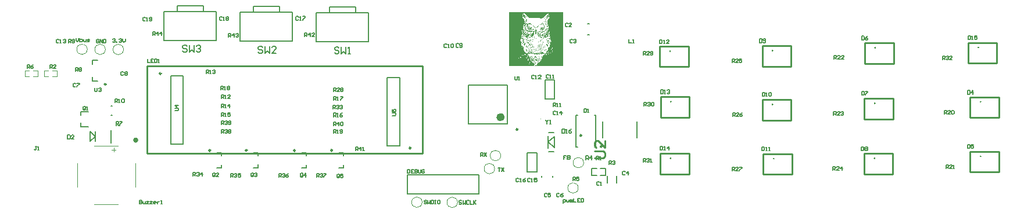
<source format=gto>
G04*
G04 #@! TF.GenerationSoftware,Altium Limited,CircuitMaker,2.3.0 (2.3.0.3)*
G04*
G04 Layer_Color=15132400*
%FSLAX25Y25*%
%MOIN*%
G70*
G04*
G04 #@! TF.SameCoordinates,78E796E0-C901-4EEF-AC21-B33B4F4223E0*
G04*
G04*
G04 #@! TF.FilePolarity,Positive*
G04*
G01*
G75*
%ADD10C,0.00984*%
%ADD11C,0.00394*%
%ADD12C,0.02362*%
%ADD13C,0.01000*%
%ADD14C,0.00500*%
%ADD15C,0.00787*%
%ADD16C,0.00591*%
%ADD17C,0.00800*%
G36*
X320818Y93611D02*
X320818Y93603D01*
X320818Y85014D01*
X304545Y85014D01*
X304545Y85022D01*
X304538Y85022D01*
X304538Y85014D01*
X304410Y85014D01*
X304410Y85022D01*
X304395Y85022D01*
X304395Y85029D01*
X304319Y85029D01*
X304319Y85022D01*
X304311Y85022D01*
X304311Y85014D01*
X304304Y85014D01*
X304304Y85022D01*
X304296Y85022D01*
X304296Y85029D01*
X304289Y85029D01*
X304289Y85014D01*
X289903Y85014D01*
X289903Y115929D01*
X320818Y115929D01*
X320818Y93611D01*
X320818Y93611D02*
G37*
%LPC*%
G36*
X298017Y115363D02*
X298009Y115363D01*
X298009Y115356D01*
X298002Y115356D01*
X298002Y115341D01*
X297987Y115341D01*
X297987Y115348D01*
X297956Y115348D01*
X297956Y115341D01*
X297949Y115341D01*
X297949Y115295D01*
X297956Y115295D01*
X297956Y115280D01*
X297964Y115280D01*
X297964Y115265D01*
X297972Y115265D01*
X297972Y115235D01*
X297979Y115235D01*
X297979Y115227D01*
X297987Y115227D01*
X297987Y115220D01*
X297994Y115220D01*
X297994Y115212D01*
X298002Y115212D01*
X298002Y115205D01*
X298009Y115205D01*
X298009Y115190D01*
X298017Y115190D01*
X298017Y115182D01*
X298024Y115182D01*
X298024Y115167D01*
X298032Y115167D01*
X298032Y115159D01*
X298039Y115159D01*
X298039Y115144D01*
X298047Y115144D01*
X298047Y115137D01*
X298055Y115137D01*
X298055Y115129D01*
X298062Y115129D01*
X298062Y115122D01*
X298070Y115122D01*
X298070Y115107D01*
X298077Y115107D01*
X298077Y115092D01*
X298085Y115092D01*
X298085Y115084D01*
X298092Y115084D01*
X298092Y115076D01*
X298100Y115076D01*
X298100Y115069D01*
X298107Y115069D01*
X298107Y115054D01*
X298115Y115054D01*
X298115Y115039D01*
X298122Y115039D01*
X298122Y115031D01*
X298130Y115031D01*
X298130Y115016D01*
X298137Y115016D01*
X298137Y115001D01*
X298145Y115001D01*
X298145Y114986D01*
X298153Y114986D01*
X298153Y114971D01*
X298160Y114971D01*
X298160Y114963D01*
X298168Y114963D01*
X298168Y114948D01*
X298175Y114948D01*
X298175Y114933D01*
X298183Y114933D01*
X298183Y114918D01*
X298190Y114918D01*
X298190Y114910D01*
X298198Y114910D01*
X298198Y114880D01*
X298190Y114880D01*
X298190Y114888D01*
X298183Y114888D01*
X298183Y114895D01*
X298175Y114895D01*
X298175Y114865D01*
X298198Y114865D01*
X298198Y114857D01*
X298213Y114857D01*
X298213Y114820D01*
X298198Y114820D01*
X298198Y114827D01*
X298160Y114827D01*
X298160Y114835D01*
X298130Y114835D01*
X298130Y114842D01*
X298122Y114842D01*
X298122Y114850D01*
X298100Y114850D01*
X298100Y114857D01*
X298077Y114857D01*
X298077Y114865D01*
X298047Y114865D01*
X298047Y114873D01*
X298024Y114873D01*
X298024Y114880D01*
X298002Y114880D01*
X298002Y114888D01*
X297987Y114888D01*
X297987Y114895D01*
X297972Y114895D01*
X297972Y114903D01*
X297941Y114903D01*
X297941Y114910D01*
X297919Y114910D01*
X297919Y114918D01*
X297896Y114918D01*
X297896Y114926D01*
X297873Y114926D01*
X297873Y114933D01*
X297858Y114933D01*
X297858Y114941D01*
X297828Y114941D01*
X297828Y114948D01*
X297805Y114948D01*
X297805Y114956D01*
X297783Y114956D01*
X297783Y114963D01*
X297760Y114963D01*
X297760Y114971D01*
X297738Y114971D01*
X297738Y114978D01*
X297707Y114978D01*
X297707Y114986D01*
X297685Y114986D01*
X297685Y114993D01*
X297647Y114993D01*
X297647Y114986D01*
X297639Y114986D01*
X297639Y114978D01*
X297632Y114978D01*
X297632Y114971D01*
X297624Y114971D01*
X297624Y114963D01*
X297617Y114963D01*
X297617Y114948D01*
X297609Y114948D01*
X297609Y114933D01*
X297602Y114933D01*
X297602Y114926D01*
X297594Y114926D01*
X297594Y114910D01*
X297586Y114910D01*
X297586Y114903D01*
X297579Y114903D01*
X297579Y114888D01*
X297586Y114888D01*
X297586Y114873D01*
X297579Y114873D01*
X297579Y114857D01*
X297571Y114857D01*
X297571Y114752D01*
X297564Y114752D01*
X297564Y114722D01*
X297571Y114722D01*
X297571Y114707D01*
X297579Y114707D01*
X297579Y114691D01*
X297586Y114691D01*
X297586Y114676D01*
X297594Y114676D01*
X297594Y114631D01*
X297602Y114631D01*
X297602Y114593D01*
X297609Y114593D01*
X297609Y114563D01*
X297617Y114563D01*
X297617Y114541D01*
X297624Y114541D01*
X297624Y114480D01*
X297632Y114480D01*
X297632Y114450D01*
X297639Y114450D01*
X297639Y114397D01*
X297647Y114397D01*
X297647Y114337D01*
X297639Y114337D01*
X297639Y114322D01*
X297632Y114322D01*
X297632Y114284D01*
X297624Y114284D01*
X297624Y114261D01*
X297617Y114261D01*
X297617Y114254D01*
X297609Y114254D01*
X297609Y114239D01*
X297602Y114239D01*
X297602Y114231D01*
X297594Y114231D01*
X297594Y114224D01*
X297586Y114224D01*
X297586Y114216D01*
X297579Y114216D01*
X297579Y114208D01*
X297571Y114208D01*
X297571Y114193D01*
X297564Y114193D01*
X297564Y114186D01*
X297556Y114186D01*
X297556Y114171D01*
X297549Y114171D01*
X297549Y114156D01*
X297541Y114156D01*
X297541Y114148D01*
X297534Y114148D01*
X297534Y114125D01*
X297526Y114125D01*
X297526Y114088D01*
X297519Y114088D01*
X297519Y113989D01*
X297526Y113989D01*
X297526Y113982D01*
X297519Y113982D01*
X297519Y113907D01*
X297526Y113907D01*
X297526Y113831D01*
X297534Y113831D01*
X297534Y113778D01*
X297541Y113778D01*
X297541Y113741D01*
X297549Y113741D01*
X297549Y113718D01*
X297556Y113718D01*
X297556Y113703D01*
X297564Y113703D01*
X297564Y113688D01*
X297571Y113688D01*
X297571Y113657D01*
X297579Y113657D01*
X297579Y113642D01*
X297586Y113642D01*
X297586Y113620D01*
X297594Y113620D01*
X297594Y113597D01*
X297602Y113597D01*
X297602Y113582D01*
X297609Y113582D01*
X297609Y113567D01*
X297617Y113567D01*
X297617Y113544D01*
X297624Y113544D01*
X297624Y113537D01*
X297632Y113537D01*
X297632Y113514D01*
X297639Y113514D01*
X297639Y113499D01*
X297647Y113499D01*
X297647Y113484D01*
X297654Y113484D01*
X297654Y113469D01*
X297662Y113469D01*
X297662Y113461D01*
X297670Y113461D01*
X297670Y113446D01*
X297677Y113446D01*
X297677Y113431D01*
X297685Y113431D01*
X297685Y113416D01*
X297692Y113416D01*
X297692Y113408D01*
X297700Y113408D01*
X297700Y113393D01*
X297707Y113393D01*
X297707Y113386D01*
X297715Y113386D01*
X297715Y113378D01*
X297722Y113378D01*
X297722Y113363D01*
X297730Y113363D01*
X297730Y113356D01*
X297738Y113356D01*
X297738Y113340D01*
X297745Y113340D01*
X297745Y113333D01*
X297753Y113333D01*
X297753Y113318D01*
X297760Y113318D01*
X297760Y113310D01*
X297768Y113310D01*
X297768Y113303D01*
X297775Y113303D01*
X297775Y113295D01*
X297783Y113295D01*
X297783Y113280D01*
X297790Y113280D01*
X297790Y113273D01*
X297798Y113273D01*
X297798Y113265D01*
X297805Y113265D01*
X297805Y113257D01*
X297813Y113257D01*
X297813Y113250D01*
X297820Y113250D01*
X297820Y113242D01*
X297828Y113242D01*
X297828Y113227D01*
X297843Y113227D01*
X297843Y113212D01*
X297858Y113212D01*
X297858Y113205D01*
X297866Y113205D01*
X297866Y113197D01*
X297873Y113197D01*
X297873Y113182D01*
X297881Y113182D01*
X297881Y113174D01*
X297888Y113174D01*
X297888Y113167D01*
X297896Y113167D01*
X297896Y113152D01*
X297903Y113152D01*
X297903Y113144D01*
X297919Y113144D01*
X297919Y113137D01*
X297926Y113137D01*
X297926Y113129D01*
X297934Y113129D01*
X297934Y113122D01*
X297941Y113122D01*
X297941Y113114D01*
X297949Y113114D01*
X297949Y113107D01*
X297941Y113107D01*
X297941Y113099D01*
X297934Y113099D01*
X297934Y113107D01*
X297919Y113107D01*
X297919Y113099D01*
X297896Y113099D01*
X297896Y113091D01*
X297692Y113091D01*
X297692Y113099D01*
X297594Y113099D01*
X297594Y113091D01*
X297571Y113091D01*
X297571Y113099D01*
X297421Y113099D01*
X297421Y113091D01*
X297405Y113091D01*
X297405Y113099D01*
X297390Y113099D01*
X297390Y113091D01*
X297360Y113091D01*
X297360Y113084D01*
X297345Y113084D01*
X297345Y113076D01*
X297330Y113076D01*
X297330Y113069D01*
X297315Y113069D01*
X297315Y113061D01*
X297285Y113061D01*
X297285Y113054D01*
X297277Y113054D01*
X297277Y113039D01*
X297270Y113039D01*
X297270Y113031D01*
X297262Y113031D01*
X297262Y113008D01*
X297270Y113008D01*
X297270Y113001D01*
X297277Y113001D01*
X297277Y112955D01*
X297285Y112955D01*
X297285Y112940D01*
X297277Y112940D01*
X297277Y112910D01*
X297292Y112910D01*
X297292Y112903D01*
X297300Y112903D01*
X297300Y112895D01*
X297307Y112895D01*
X297307Y112888D01*
X297315Y112888D01*
X297315Y112880D01*
X297322Y112880D01*
X297322Y112873D01*
X297330Y112873D01*
X297330Y112865D01*
X297345Y112865D01*
X297345Y112857D01*
X297360Y112857D01*
X297360Y112850D01*
X297368Y112850D01*
X297368Y112835D01*
X297375Y112835D01*
X297375Y112827D01*
X297383Y112827D01*
X297383Y112820D01*
X297390Y112820D01*
X297390Y112812D01*
X297398Y112812D01*
X297398Y112804D01*
X297405Y112804D01*
X297405Y112797D01*
X297413Y112797D01*
X297413Y112789D01*
X297421Y112789D01*
X297421Y112782D01*
X297436Y112782D01*
X297436Y112774D01*
X297443Y112774D01*
X297443Y112767D01*
X297458Y112767D01*
X297458Y112759D01*
X297466Y112759D01*
X297466Y112752D01*
X297473Y112752D01*
X297473Y112744D01*
X297481Y112744D01*
X297481Y112737D01*
X297496Y112737D01*
X297496Y112729D01*
X297503Y112729D01*
X297503Y112722D01*
X297519Y112722D01*
X297519Y112714D01*
X297526Y112714D01*
X297526Y112706D01*
X297534Y112706D01*
X297534Y112699D01*
X297541Y112699D01*
X297541Y112691D01*
X297549Y112691D01*
X297549Y112684D01*
X297556Y112684D01*
X297556Y112676D01*
X297564Y112676D01*
X297564Y112669D01*
X297579Y112669D01*
X297579Y112661D01*
X297586Y112661D01*
X297586Y112654D01*
X297594Y112654D01*
X297594Y112646D01*
X297602Y112646D01*
X297602Y112638D01*
X297609Y112638D01*
X297609Y112631D01*
X297617Y112631D01*
X297617Y112623D01*
X297624Y112623D01*
X297624Y112616D01*
X297632Y112616D01*
X297632Y112608D01*
X297639Y112608D01*
X297639Y112601D01*
X297647Y112601D01*
X297647Y112593D01*
X297662Y112593D01*
X297662Y112586D01*
X297670Y112586D01*
X297670Y112578D01*
X297677Y112578D01*
X297677Y112571D01*
X297685Y112571D01*
X297685Y112563D01*
X297700Y112563D01*
X297700Y112556D01*
X297707Y112556D01*
X297707Y112548D01*
X297722Y112548D01*
X297722Y112540D01*
X297730Y112540D01*
X297730Y112533D01*
X297738Y112533D01*
X297738Y112525D01*
X297745Y112525D01*
X297745Y112518D01*
X297753Y112518D01*
X297753Y112510D01*
X297760Y112510D01*
X297760Y112503D01*
X297768Y112503D01*
X297768Y112495D01*
X297783Y112495D01*
X297783Y112488D01*
X297790Y112488D01*
X297790Y112480D01*
X297798Y112480D01*
X297798Y112472D01*
X297813Y112472D01*
X297813Y112465D01*
X297820Y112465D01*
X297820Y112457D01*
X297828Y112457D01*
X297828Y112450D01*
X297836Y112450D01*
X297836Y112442D01*
X297851Y112442D01*
X297851Y112435D01*
X297858Y112435D01*
X297858Y112427D01*
X297866Y112427D01*
X297866Y112420D01*
X297881Y112420D01*
X297881Y112412D01*
X297888Y112412D01*
X297888Y112405D01*
X297903Y112405D01*
X297903Y112397D01*
X297911Y112397D01*
X297911Y112389D01*
X297919Y112389D01*
X297919Y112382D01*
X297926Y112382D01*
X297926Y112374D01*
X297941Y112374D01*
X297941Y112367D01*
X297949Y112367D01*
X297949Y112359D01*
X297964Y112359D01*
X297964Y112352D01*
X297972Y112352D01*
X297972Y112337D01*
X297979Y112337D01*
X297979Y112329D01*
X297987Y112329D01*
X297987Y112321D01*
X298002Y112321D01*
X298002Y112306D01*
X298009Y112306D01*
X298009Y112299D01*
X298017Y112299D01*
X298017Y112291D01*
X298024Y112291D01*
X298024Y112284D01*
X298032Y112284D01*
X298032Y112269D01*
X298039Y112269D01*
X298039Y112261D01*
X298047Y112261D01*
X298047Y112254D01*
X298055Y112254D01*
X298055Y112239D01*
X298062Y112239D01*
X298062Y112231D01*
X298070Y112231D01*
X298070Y112216D01*
X298077Y112216D01*
X298077Y112208D01*
X298085Y112208D01*
X298085Y112201D01*
X298092Y112201D01*
X298092Y112193D01*
X298100Y112193D01*
X298100Y112178D01*
X298107Y112178D01*
X298107Y112171D01*
X298115Y112171D01*
X298115Y112163D01*
X298122Y112163D01*
X298122Y112155D01*
X298130Y112155D01*
X298130Y112148D01*
X298137Y112148D01*
X298137Y112140D01*
X298145Y112140D01*
X298145Y112133D01*
X298153Y112133D01*
X298153Y112125D01*
X298160Y112125D01*
X298160Y112118D01*
X298168Y112118D01*
X298168Y112110D01*
X298175Y112110D01*
X298175Y112095D01*
X298183Y112095D01*
X298183Y112088D01*
X298190Y112088D01*
X298190Y112080D01*
X298198Y112080D01*
X298198Y112072D01*
X298205Y112072D01*
X298205Y112065D01*
X298213Y112065D01*
X298213Y112050D01*
X298220Y112050D01*
X298220Y112042D01*
X298228Y112042D01*
X298228Y112035D01*
X298236Y112035D01*
X298236Y112020D01*
X298243Y112020D01*
X298243Y112012D01*
X298251Y112012D01*
X298251Y111997D01*
X298258Y111997D01*
X298258Y111982D01*
X298266Y111982D01*
X298266Y111974D01*
X298273Y111974D01*
X298273Y111959D01*
X298281Y111959D01*
X298281Y111944D01*
X298288Y111944D01*
X298288Y111929D01*
X298296Y111929D01*
X298296Y111914D01*
X298304Y111914D01*
X298304Y111899D01*
X298311Y111899D01*
X298311Y111884D01*
X298319Y111884D01*
X298319Y111869D01*
X298326Y111869D01*
X298326Y111854D01*
X298334Y111854D01*
X298334Y111838D01*
X298341Y111838D01*
X298341Y111823D01*
X298349Y111823D01*
X298349Y111801D01*
X298356Y111801D01*
X298356Y111786D01*
X298364Y111786D01*
X298364Y111770D01*
X298372Y111770D01*
X298372Y111755D01*
X298379Y111755D01*
X298379Y111740D01*
X298387Y111740D01*
X298387Y111733D01*
X298394Y111733D01*
X298394Y111710D01*
X298402Y111710D01*
X298402Y111695D01*
X298409Y111695D01*
X298409Y111680D01*
X298417Y111680D01*
X298417Y111665D01*
X298424Y111665D01*
X298424Y111650D01*
X298432Y111650D01*
X298432Y111635D01*
X298439Y111635D01*
X298439Y111620D01*
X298447Y111620D01*
X298447Y111604D01*
X298454Y111604D01*
X298454Y111582D01*
X298462Y111582D01*
X298462Y111567D01*
X298470Y111567D01*
X298470Y111552D01*
X298477Y111552D01*
X298477Y111537D01*
X298485Y111537D01*
X298485Y111521D01*
X298492Y111521D01*
X298492Y111506D01*
X298500Y111506D01*
X298500Y111484D01*
X298507Y111484D01*
X298507Y111469D01*
X298515Y111469D01*
X298515Y111453D01*
X298522Y111453D01*
X298522Y111438D01*
X298530Y111438D01*
X298530Y111423D01*
X298537Y111423D01*
X298537Y111401D01*
X298545Y111401D01*
X298545Y111386D01*
X298553Y111386D01*
X298553Y111363D01*
X298560Y111363D01*
X298560Y111348D01*
X298568Y111348D01*
X298568Y111325D01*
X298575Y111325D01*
X298575Y111310D01*
X298583Y111310D01*
X298583Y111295D01*
X298590Y111295D01*
X298590Y111272D01*
X298598Y111272D01*
X298598Y111250D01*
X298605Y111250D01*
X298605Y111227D01*
X298613Y111227D01*
X298613Y111204D01*
X298621Y111204D01*
X298621Y111174D01*
X298628Y111174D01*
X298628Y111136D01*
X298636Y111136D01*
X298636Y111023D01*
X298643Y111023D01*
X298643Y111001D01*
X298636Y111001D01*
X298636Y110970D01*
X298643Y110970D01*
X298643Y110744D01*
X298651Y110744D01*
X298651Y110329D01*
X298643Y110329D01*
X298643Y110216D01*
X298636Y110216D01*
X298636Y110155D01*
X298628Y110155D01*
X298628Y110133D01*
X298621Y110133D01*
X298621Y110110D01*
X298613Y110110D01*
X298613Y110095D01*
X298605Y110095D01*
X298605Y110080D01*
X298598Y110080D01*
X298598Y110065D01*
X298590Y110065D01*
X298590Y110050D01*
X298583Y110050D01*
X298583Y110035D01*
X298575Y110035D01*
X298575Y110027D01*
X298568Y110027D01*
X298568Y110012D01*
X298560Y110012D01*
X298560Y110004D01*
X298553Y110004D01*
X298553Y109989D01*
X298545Y109989D01*
X298545Y109982D01*
X298537Y109982D01*
X298537Y109959D01*
X298530Y109959D01*
X298530Y109951D01*
X298522Y109951D01*
X298522Y109921D01*
X298530Y109921D01*
X298530Y109906D01*
X298537Y109906D01*
X298537Y109846D01*
X298545Y109846D01*
X298545Y109823D01*
X298537Y109823D01*
X298537Y109816D01*
X298545Y109816D01*
X298545Y109793D01*
X298553Y109793D01*
X298553Y109785D01*
X298560Y109785D01*
X298560Y109793D01*
X298568Y109793D01*
X298568Y109801D01*
X298583Y109801D01*
X298583Y109808D01*
X298590Y109808D01*
X298590Y109816D01*
X298598Y109816D01*
X298598Y109823D01*
X298605Y109823D01*
X298605Y109831D01*
X298613Y109831D01*
X298613Y109838D01*
X298621Y109838D01*
X298621Y109846D01*
X298636Y109846D01*
X298636Y109853D01*
X298643Y109853D01*
X298643Y109869D01*
X298651Y109869D01*
X298651Y109876D01*
X298658Y109876D01*
X298658Y109884D01*
X298666Y109884D01*
X298666Y109899D01*
X298673Y109899D01*
X298673Y109906D01*
X298681Y109906D01*
X298681Y109914D01*
X298689Y109914D01*
X298689Y109921D01*
X298696Y109921D01*
X298696Y109936D01*
X298711Y109936D01*
X298711Y109944D01*
X298719Y109944D01*
X298719Y109959D01*
X298726Y109959D01*
X298726Y109967D01*
X298734Y109967D01*
X298734Y109974D01*
X298741Y109974D01*
X298741Y109982D01*
X298749Y109982D01*
X298749Y109989D01*
X298756Y109989D01*
X298756Y109997D01*
X298764Y109997D01*
X298764Y110004D01*
X298772Y110004D01*
X298772Y110012D01*
X298779Y110012D01*
X298779Y110020D01*
X298787Y110020D01*
X298787Y110027D01*
X298794Y110027D01*
X298794Y110035D01*
X298802Y110035D01*
X298802Y110050D01*
X298809Y110050D01*
X298809Y110057D01*
X298817Y110057D01*
X298817Y110065D01*
X298824Y110065D01*
X298824Y110072D01*
X298832Y110072D01*
X298832Y110080D01*
X298839Y110080D01*
X298839Y110095D01*
X298847Y110095D01*
X298847Y110102D01*
X298854Y110102D01*
X298854Y110110D01*
X298862Y110110D01*
X298862Y110125D01*
X298870Y110125D01*
X298870Y110133D01*
X298877Y110133D01*
X298877Y110148D01*
X298885Y110148D01*
X298885Y110155D01*
X298892Y110155D01*
X298892Y110163D01*
X298900Y110163D01*
X298900Y110170D01*
X298907Y110170D01*
X298907Y110178D01*
X298915Y110178D01*
X298915Y110186D01*
X298922Y110186D01*
X298922Y110193D01*
X298930Y110193D01*
X298930Y110201D01*
X298938Y110201D01*
X298938Y110208D01*
X298945Y110208D01*
X298945Y110216D01*
X298953Y110216D01*
X298953Y110223D01*
X298960Y110223D01*
X298960Y110231D01*
X298968Y110231D01*
X298968Y110246D01*
X298975Y110246D01*
X298975Y110253D01*
X298983Y110253D01*
X298983Y110261D01*
X298990Y110261D01*
X298990Y110268D01*
X298998Y110268D01*
X298998Y110276D01*
X299006Y110276D01*
X299006Y110284D01*
X299013Y110284D01*
X299013Y110291D01*
X299021Y110291D01*
X299021Y110299D01*
X299028Y110299D01*
X299028Y110306D01*
X299036Y110306D01*
X299036Y110314D01*
X299043Y110314D01*
X299043Y110321D01*
X299051Y110321D01*
X299051Y110344D01*
X299058Y110344D01*
X299058Y110367D01*
X299066Y110367D01*
X299066Y110389D01*
X299073Y110389D01*
X299073Y110404D01*
X299081Y110404D01*
X299081Y110435D01*
X299089Y110435D01*
X299089Y110450D01*
X299096Y110450D01*
X299096Y110472D01*
X299104Y110472D01*
X299104Y110487D01*
X299111Y110487D01*
X299111Y110510D01*
X299119Y110510D01*
X299119Y110525D01*
X299126Y110525D01*
X299126Y110540D01*
X299134Y110540D01*
X299134Y110563D01*
X299141Y110563D01*
X299141Y110578D01*
X299149Y110578D01*
X299149Y110593D01*
X299156Y110593D01*
X299156Y110616D01*
X299164Y110616D01*
X299164Y110631D01*
X299171Y110631D01*
X299171Y110653D01*
X299179Y110653D01*
X299179Y110684D01*
X299187Y110684D01*
X299187Y110721D01*
X299194Y110721D01*
X299194Y110737D01*
X299202Y110737D01*
X299202Y110759D01*
X299209Y110759D01*
X299209Y110782D01*
X299217Y110782D01*
X299217Y110797D01*
X299224Y110797D01*
X299224Y110812D01*
X299232Y110812D01*
X299232Y110827D01*
X299239Y110827D01*
X299239Y110842D01*
X299247Y110842D01*
X299247Y110857D01*
X299255Y110857D01*
X299255Y110872D01*
X299262Y110872D01*
X299262Y110880D01*
X299270Y110880D01*
X299270Y110895D01*
X299277Y110895D01*
X299277Y110910D01*
X299292Y110910D01*
X299292Y110918D01*
X299300Y110918D01*
X299300Y110925D01*
X299338Y110925D01*
X299338Y110918D01*
X299353Y110918D01*
X299353Y110910D01*
X299368Y110910D01*
X299368Y110903D01*
X299383Y110903D01*
X299383Y110895D01*
X299398Y110895D01*
X299398Y110887D01*
X299421Y110887D01*
X299421Y110880D01*
X299436Y110880D01*
X299436Y110872D01*
X299451Y110872D01*
X299451Y110865D01*
X299458Y110865D01*
X299458Y110857D01*
X299473Y110857D01*
X299473Y110850D01*
X299496Y110850D01*
X299496Y110842D01*
X299526Y110842D01*
X299526Y110835D01*
X299541Y110835D01*
X299541Y110827D01*
X299556Y110827D01*
X299556Y110819D01*
X299564Y110819D01*
X299564Y110812D01*
X299587Y110812D01*
X299587Y110804D01*
X299602Y110804D01*
X299602Y110797D01*
X299617Y110797D01*
X299617Y110789D01*
X299632Y110789D01*
X299632Y110782D01*
X299647Y110782D01*
X299647Y110774D01*
X299662Y110774D01*
X299662Y110767D01*
X299677Y110767D01*
X299677Y110759D01*
X299685Y110759D01*
X299685Y110752D01*
X299700Y110752D01*
X299700Y110744D01*
X299715Y110744D01*
X299715Y110737D01*
X299730Y110737D01*
X299730Y110729D01*
X299738Y110729D01*
X299738Y110721D01*
X299753Y110721D01*
X299753Y110714D01*
X299760Y110714D01*
X299760Y110706D01*
X299775Y110706D01*
X299775Y110691D01*
X299790Y110691D01*
X299790Y110684D01*
X299813Y110684D01*
X299813Y110676D01*
X299821Y110676D01*
X299821Y110669D01*
X299828Y110669D01*
X299828Y110661D01*
X299836Y110661D01*
X299836Y110653D01*
X299843Y110653D01*
X299843Y110646D01*
X299873Y110646D01*
X299873Y110638D01*
X299889Y110638D01*
X299889Y110631D01*
X299896Y110631D01*
X299896Y110623D01*
X299904Y110623D01*
X299904Y110616D01*
X299896Y110616D01*
X299896Y110608D01*
X299889Y110608D01*
X299889Y110601D01*
X299836Y110601D01*
X299836Y110608D01*
X299828Y110608D01*
X299828Y110616D01*
X299790Y110616D01*
X299790Y110601D01*
X299798Y110601D01*
X299798Y110593D01*
X299836Y110593D01*
X299836Y110585D01*
X299843Y110585D01*
X299843Y110578D01*
X299858Y110578D01*
X299858Y110570D01*
X299866Y110570D01*
X299866Y110563D01*
X299873Y110563D01*
X299873Y110570D01*
X299889Y110570D01*
X299889Y110578D01*
X299904Y110578D01*
X299904Y110585D01*
X299911Y110585D01*
X299911Y110593D01*
X299926Y110593D01*
X299926Y110585D01*
X299979Y110585D01*
X299979Y110570D01*
X299987Y110570D01*
X299987Y110585D01*
X300009Y110585D01*
X300009Y110578D01*
X300017Y110578D01*
X300017Y110563D01*
X300002Y110563D01*
X300002Y110555D01*
X299994Y110555D01*
X299994Y110563D01*
X299987Y110563D01*
X299987Y110555D01*
X299979Y110555D01*
X299979Y110548D01*
X299964Y110548D01*
X299964Y110555D01*
X299926Y110555D01*
X299926Y110548D01*
X299919Y110548D01*
X299919Y110540D01*
X299911Y110540D01*
X299911Y110533D01*
X299919Y110533D01*
X299919Y110525D01*
X299949Y110525D01*
X299949Y110533D01*
X300002Y110533D01*
X300002Y110540D01*
X300032Y110540D01*
X300032Y110548D01*
X300070Y110548D01*
X300070Y110525D01*
X300047Y110525D01*
X300047Y110510D01*
X300017Y110510D01*
X300017Y110503D01*
X300002Y110503D01*
X300002Y110495D01*
X299994Y110495D01*
X299994Y110487D01*
X299987Y110487D01*
X299987Y110480D01*
X299964Y110480D01*
X299964Y110472D01*
X299919Y110472D01*
X299919Y110480D01*
X299889Y110480D01*
X299889Y110487D01*
X299866Y110487D01*
X299866Y110495D01*
X299858Y110495D01*
X299858Y110510D01*
X299843Y110510D01*
X299843Y110525D01*
X299836Y110525D01*
X299836Y110533D01*
X299843Y110533D01*
X299843Y110540D01*
X299828Y110540D01*
X299828Y110548D01*
X299783Y110548D01*
X299783Y110555D01*
X299775Y110555D01*
X299775Y110563D01*
X299745Y110563D01*
X299745Y110570D01*
X299723Y110570D01*
X299723Y110578D01*
X299700Y110578D01*
X299700Y110585D01*
X299685Y110585D01*
X299685Y110593D01*
X299662Y110593D01*
X299662Y110601D01*
X299647Y110601D01*
X299647Y110608D01*
X299624Y110608D01*
X299624Y110601D01*
X299579Y110601D01*
X299579Y110593D01*
X299564Y110593D01*
X299564Y110585D01*
X299556Y110585D01*
X299556Y110578D01*
X299541Y110578D01*
X299541Y110570D01*
X299526Y110570D01*
X299526Y110563D01*
X299511Y110563D01*
X299511Y110555D01*
X299504Y110555D01*
X299504Y110548D01*
X299488Y110548D01*
X299488Y110540D01*
X299481Y110540D01*
X299481Y110533D01*
X299473Y110533D01*
X299473Y110525D01*
X299466Y110525D01*
X299466Y110518D01*
X299451Y110518D01*
X299451Y110510D01*
X299443Y110510D01*
X299443Y110503D01*
X299436Y110503D01*
X299436Y110495D01*
X299421Y110495D01*
X299421Y110487D01*
X299413Y110487D01*
X299413Y110480D01*
X299398Y110480D01*
X299398Y110472D01*
X299383Y110472D01*
X299383Y110465D01*
X299375Y110465D01*
X299375Y110457D01*
X299360Y110457D01*
X299360Y110450D01*
X299338Y110450D01*
X299338Y110442D01*
X299300Y110442D01*
X299300Y110435D01*
X299255Y110435D01*
X299255Y110427D01*
X299224Y110427D01*
X299224Y110419D01*
X299209Y110419D01*
X299209Y110412D01*
X299194Y110412D01*
X299194Y110404D01*
X299179Y110404D01*
X299179Y110397D01*
X299164Y110397D01*
X299164Y110389D01*
X299156Y110389D01*
X299156Y110382D01*
X299141Y110382D01*
X299141Y110374D01*
X299134Y110374D01*
X299134Y110367D01*
X299119Y110367D01*
X299119Y110359D01*
X299111Y110359D01*
X299111Y110352D01*
X299104Y110352D01*
X299104Y110344D01*
X299096Y110344D01*
X299096Y110329D01*
X299081Y110329D01*
X299081Y110306D01*
X299104Y110306D01*
X299104Y110314D01*
X299164Y110314D01*
X299164Y110306D01*
X299202Y110306D01*
X299202Y110299D01*
X299247Y110299D01*
X299247Y110306D01*
X299277Y110306D01*
X299277Y110314D01*
X299398Y110314D01*
X299398Y110321D01*
X299406Y110321D01*
X299406Y110329D01*
X299421Y110329D01*
X299421Y110344D01*
X299428Y110344D01*
X299428Y110359D01*
X299436Y110359D01*
X299436Y110367D01*
X299443Y110367D01*
X299443Y110374D01*
X299451Y110374D01*
X299451Y110382D01*
X299458Y110382D01*
X299458Y110389D01*
X299481Y110389D01*
X299481Y110397D01*
X299488Y110397D01*
X299488Y110404D01*
X299496Y110404D01*
X299496Y110412D01*
X299519Y110412D01*
X299519Y110419D01*
X299549Y110419D01*
X299549Y110427D01*
X299572Y110427D01*
X299572Y110435D01*
X299594Y110435D01*
X299594Y110442D01*
X299617Y110442D01*
X299617Y110450D01*
X299640Y110450D01*
X299640Y110442D01*
X299662Y110442D01*
X299662Y110450D01*
X299707Y110450D01*
X299707Y110457D01*
X299738Y110457D01*
X299738Y110465D01*
X299760Y110465D01*
X299760Y110472D01*
X299775Y110472D01*
X299775Y110465D01*
X299783Y110465D01*
X299783Y110457D01*
X299790Y110457D01*
X299790Y110442D01*
X299783Y110442D01*
X299783Y110435D01*
X299775Y110435D01*
X299775Y110427D01*
X299760Y110427D01*
X299760Y110419D01*
X299745Y110419D01*
X299745Y110412D01*
X299730Y110412D01*
X299730Y110404D01*
X299723Y110404D01*
X299723Y110397D01*
X299707Y110397D01*
X299707Y110389D01*
X299700Y110389D01*
X299700Y110382D01*
X299692Y110382D01*
X299692Y110374D01*
X299685Y110374D01*
X299685Y110367D01*
X299670Y110367D01*
X299670Y110359D01*
X299647Y110359D01*
X299647Y110352D01*
X299640Y110352D01*
X299640Y110344D01*
X299624Y110344D01*
X299624Y110336D01*
X299602Y110336D01*
X299602Y110329D01*
X299594Y110329D01*
X299594Y110321D01*
X299579Y110321D01*
X299579Y110314D01*
X299549Y110314D01*
X299549Y110306D01*
X299534Y110306D01*
X299534Y110299D01*
X299519Y110299D01*
X299519Y110291D01*
X299511Y110291D01*
X299511Y110284D01*
X299481Y110284D01*
X299481Y110276D01*
X299473Y110276D01*
X299473Y110268D01*
X299466Y110268D01*
X299466Y110261D01*
X299458Y110261D01*
X299458Y110253D01*
X299451Y110253D01*
X299451Y110246D01*
X299428Y110246D01*
X299428Y110231D01*
X299413Y110231D01*
X299413Y110223D01*
X299398Y110223D01*
X299398Y110216D01*
X299383Y110216D01*
X299383Y110208D01*
X299368Y110208D01*
X299368Y110201D01*
X299330Y110201D01*
X299330Y110193D01*
X299156Y110193D01*
X299156Y110186D01*
X299111Y110186D01*
X299111Y110178D01*
X299081Y110178D01*
X299081Y110170D01*
X299058Y110170D01*
X299058Y110163D01*
X299051Y110163D01*
X299051Y110155D01*
X299043Y110155D01*
X299043Y110148D01*
X299036Y110148D01*
X299036Y110140D01*
X299028Y110140D01*
X299028Y110133D01*
X299021Y110133D01*
X299021Y110125D01*
X299013Y110125D01*
X299013Y110118D01*
X299006Y110118D01*
X299006Y110110D01*
X298998Y110110D01*
X298998Y110102D01*
X298983Y110102D01*
X298983Y110080D01*
X298975Y110080D01*
X298975Y110072D01*
X298968Y110072D01*
X298968Y110057D01*
X298960Y110057D01*
X298960Y110042D01*
X298953Y110042D01*
X298953Y110035D01*
X298945Y110035D01*
X298945Y110020D01*
X298938Y110020D01*
X298938Y110004D01*
X298930Y110004D01*
X298930Y109982D01*
X298922Y109982D01*
X298922Y109951D01*
X298915Y109951D01*
X298915Y109914D01*
X298907Y109914D01*
X298907Y109899D01*
X298900Y109899D01*
X298900Y109861D01*
X298892Y109861D01*
X298892Y109846D01*
X298885Y109846D01*
X298885Y109831D01*
X298877Y109831D01*
X298877Y109816D01*
X298870Y109816D01*
X298870Y109808D01*
X298862Y109808D01*
X298862Y109801D01*
X298854Y109801D01*
X298854Y109793D01*
X298847Y109793D01*
X298847Y109785D01*
X298839Y109785D01*
X298839Y109778D01*
X298832Y109778D01*
X298832Y109770D01*
X298824Y109770D01*
X298824Y109763D01*
X298817Y109763D01*
X298817Y109755D01*
X298809Y109755D01*
X298809Y109748D01*
X298794Y109748D01*
X298794Y109740D01*
X298787Y109740D01*
X298787Y109733D01*
X298779Y109733D01*
X298779Y109725D01*
X298764Y109725D01*
X298764Y109718D01*
X298749Y109718D01*
X298749Y109710D01*
X298734Y109710D01*
X298734Y109702D01*
X298719Y109702D01*
X298719Y109695D01*
X298711Y109695D01*
X298711Y109687D01*
X298704Y109687D01*
X298704Y109680D01*
X298689Y109680D01*
X298689Y109672D01*
X298681Y109672D01*
X298681Y109665D01*
X298666Y109665D01*
X298666Y109657D01*
X298658Y109657D01*
X298658Y109650D01*
X298651Y109650D01*
X298651Y109642D01*
X298643Y109642D01*
X298643Y109627D01*
X298636Y109627D01*
X298636Y109619D01*
X298628Y109619D01*
X298628Y109604D01*
X298621Y109604D01*
X298621Y109589D01*
X298613Y109589D01*
X298613Y109582D01*
X298605Y109582D01*
X298605Y109574D01*
X298598Y109574D01*
X298598Y109544D01*
X298590Y109544D01*
X298590Y109529D01*
X298583Y109529D01*
X298583Y109521D01*
X298636Y109521D01*
X298636Y109514D01*
X298651Y109514D01*
X298651Y109506D01*
X298658Y109506D01*
X298658Y109484D01*
X298651Y109484D01*
X298651Y109468D01*
X298643Y109468D01*
X298643Y109416D01*
X298636Y109416D01*
X298636Y109400D01*
X298628Y109400D01*
X298628Y109393D01*
X298621Y109393D01*
X298621Y109385D01*
X298613Y109385D01*
X298613Y109378D01*
X298605Y109378D01*
X298605Y109370D01*
X298598Y109370D01*
X298598Y109363D01*
X298590Y109363D01*
X298590Y109355D01*
X298583Y109355D01*
X298583Y109348D01*
X298575Y109348D01*
X298575Y109340D01*
X298568Y109340D01*
X298568Y109333D01*
X298553Y109333D01*
X298553Y109325D01*
X298545Y109325D01*
X298545Y109318D01*
X298530Y109318D01*
X298530Y109310D01*
X298522Y109310D01*
X298522Y109302D01*
X298500Y109302D01*
X298500Y109295D01*
X298492Y109295D01*
X298492Y109287D01*
X298485Y109287D01*
X298485Y109280D01*
X298470Y109280D01*
X298470Y109272D01*
X298462Y109272D01*
X298462Y109265D01*
X298447Y109265D01*
X298447Y109250D01*
X298432Y109250D01*
X298432Y109242D01*
X298424Y109242D01*
X298424Y109234D01*
X298417Y109234D01*
X298417Y109227D01*
X298409Y109227D01*
X298409Y109219D01*
X298402Y109219D01*
X298402Y109197D01*
X298394Y109197D01*
X298394Y109167D01*
X298387Y109167D01*
X298387Y109151D01*
X298379Y109151D01*
X298379Y109136D01*
X298394Y109136D01*
X298394Y109144D01*
X298417Y109144D01*
X298417Y109159D01*
X298424Y109159D01*
X298424Y109174D01*
X298432Y109174D01*
X298432Y109182D01*
X298439Y109182D01*
X298439Y109197D01*
X298447Y109197D01*
X298447Y109204D01*
X298454Y109204D01*
X298454Y109219D01*
X298462Y109219D01*
X298462Y109212D01*
X298492Y109212D01*
X298492Y109204D01*
X298515Y109204D01*
X298515Y109197D01*
X298530Y109197D01*
X298530Y109189D01*
X298537Y109189D01*
X298537Y109182D01*
X298553Y109182D01*
X298553Y109174D01*
X298560Y109174D01*
X298560Y109167D01*
X298575Y109167D01*
X298575Y109159D01*
X298590Y109159D01*
X298590Y109151D01*
X298598Y109151D01*
X298598Y109144D01*
X298605Y109144D01*
X298605Y109136D01*
X298613Y109136D01*
X298613Y109129D01*
X298621Y109129D01*
X298621Y109121D01*
X298636Y109121D01*
X298636Y109114D01*
X298643Y109114D01*
X298643Y109106D01*
X298651Y109106D01*
X298651Y109099D01*
X298658Y109099D01*
X298658Y109091D01*
X298673Y109091D01*
X298673Y109083D01*
X298681Y109083D01*
X298681Y109076D01*
X298689Y109076D01*
X298689Y109068D01*
X298704Y109068D01*
X298704Y109061D01*
X298719Y109061D01*
X298719Y109053D01*
X298726Y109053D01*
X298726Y109046D01*
X298741Y109046D01*
X298741Y109038D01*
X298756Y109038D01*
X298756Y109031D01*
X298764Y109031D01*
X298764Y109023D01*
X298779Y109023D01*
X298779Y109016D01*
X298787Y109016D01*
X298787Y109008D01*
X298802Y109008D01*
X298802Y109001D01*
X298817Y109001D01*
X298817Y108993D01*
X298832Y108993D01*
X298832Y108985D01*
X298847Y108985D01*
X298847Y108978D01*
X298862Y108978D01*
X298862Y108970D01*
X298877Y108970D01*
X298877Y108963D01*
X298892Y108963D01*
X298892Y108955D01*
X298907Y108955D01*
X298907Y108948D01*
X298930Y108948D01*
X298930Y108940D01*
X298953Y108940D01*
X298953Y108933D01*
X298968Y108933D01*
X298968Y108925D01*
X299013Y108925D01*
X299013Y108917D01*
X299028Y108917D01*
X299028Y108910D01*
X299051Y108910D01*
X299051Y108902D01*
X299089Y108902D01*
X299089Y108917D01*
X299096Y108917D01*
X299096Y108925D01*
X299104Y108925D01*
X299104Y108940D01*
X299111Y108940D01*
X299111Y108955D01*
X299119Y108955D01*
X299119Y108970D01*
X299134Y108970D01*
X299134Y108985D01*
X299141Y108985D01*
X299141Y108993D01*
X299149Y108993D01*
X299149Y109001D01*
X299156Y109001D01*
X299156Y109016D01*
X299164Y109016D01*
X299164Y109023D01*
X299171Y109023D01*
X299171Y109031D01*
X299179Y109031D01*
X299179Y109038D01*
X299187Y109038D01*
X299187Y109046D01*
X299194Y109046D01*
X299194Y109053D01*
X299202Y109053D01*
X299202Y109068D01*
X299209Y109068D01*
X299209Y109076D01*
X299202Y109076D01*
X299202Y109091D01*
X299194Y109091D01*
X299194Y109099D01*
X299187Y109099D01*
X299187Y109106D01*
X299179Y109106D01*
X299179Y109121D01*
X299171Y109121D01*
X299171Y109129D01*
X299164Y109129D01*
X299164Y109136D01*
X299156Y109136D01*
X299156Y109144D01*
X299149Y109144D01*
X299149Y109151D01*
X299141Y109151D01*
X299141Y109159D01*
X299134Y109159D01*
X299134Y109167D01*
X299126Y109167D01*
X299126Y109174D01*
X299119Y109174D01*
X299119Y109189D01*
X299111Y109189D01*
X299111Y109197D01*
X299104Y109197D01*
X299104Y109204D01*
X299096Y109204D01*
X299096Y109212D01*
X299089Y109212D01*
X299089Y109219D01*
X299081Y109219D01*
X299081Y109227D01*
X299073Y109227D01*
X299073Y109234D01*
X299066Y109234D01*
X299066Y109242D01*
X299058Y109242D01*
X299058Y109250D01*
X299043Y109250D01*
X299043Y109265D01*
X299028Y109265D01*
X299028Y109272D01*
X299021Y109272D01*
X299021Y109280D01*
X299013Y109280D01*
X299013Y109287D01*
X299006Y109287D01*
X299006Y109295D01*
X298998Y109295D01*
X298998Y109302D01*
X298990Y109302D01*
X298990Y109310D01*
X298983Y109310D01*
X298983Y109318D01*
X298975Y109318D01*
X298975Y109325D01*
X298968Y109325D01*
X298968Y109333D01*
X298960Y109333D01*
X298960Y109340D01*
X298953Y109340D01*
X298953Y109348D01*
X298945Y109348D01*
X298945Y109355D01*
X298938Y109355D01*
X298938Y109363D01*
X298930Y109363D01*
X298930Y109370D01*
X298922Y109370D01*
X298922Y109378D01*
X298915Y109378D01*
X298915Y109385D01*
X298900Y109385D01*
X298900Y109393D01*
X298892Y109393D01*
X298892Y109400D01*
X298885Y109400D01*
X298885Y109408D01*
X298877Y109408D01*
X298877Y109416D01*
X298870Y109416D01*
X298870Y109423D01*
X298862Y109423D01*
X298862Y109431D01*
X298854Y109431D01*
X298854Y109438D01*
X298847Y109438D01*
X298847Y109446D01*
X298839Y109446D01*
X298839Y109453D01*
X298832Y109453D01*
X298832Y109461D01*
X298824Y109461D01*
X298824Y109468D01*
X298817Y109468D01*
X298817Y109476D01*
X298809Y109476D01*
X298809Y109484D01*
X298802Y109484D01*
X298802Y109491D01*
X298794Y109491D01*
X298794Y109499D01*
X298787Y109499D01*
X298787Y109506D01*
X298779Y109506D01*
X298779Y109514D01*
X298772Y109514D01*
X298772Y109521D01*
X298764Y109521D01*
X298764Y109529D01*
X298756Y109529D01*
X298756Y109536D01*
X298749Y109536D01*
X298749Y109544D01*
X298741Y109544D01*
X298741Y109552D01*
X298734Y109552D01*
X298734Y109559D01*
X298726Y109559D01*
X298726Y109567D01*
X298719Y109567D01*
X298719Y109574D01*
X298711Y109574D01*
X298711Y109582D01*
X298696Y109582D01*
X298696Y109597D01*
X298681Y109597D01*
X298681Y109604D01*
X298666Y109604D01*
X298666Y109627D01*
X298681Y109627D01*
X298681Y109634D01*
X298689Y109634D01*
X298689Y109627D01*
X298749Y109627D01*
X298749Y109619D01*
X298772Y109619D01*
X298772Y109612D01*
X298787Y109612D01*
X298787Y109604D01*
X298802Y109604D01*
X298802Y109597D01*
X298817Y109597D01*
X298817Y109589D01*
X298832Y109589D01*
X298832Y109582D01*
X298839Y109582D01*
X298839Y109574D01*
X298854Y109574D01*
X298854Y109567D01*
X298862Y109567D01*
X298862Y109559D01*
X298870Y109559D01*
X298870Y109552D01*
X298885Y109552D01*
X298885Y109544D01*
X298892Y109544D01*
X298892Y109536D01*
X298900Y109536D01*
X298900Y109529D01*
X298907Y109529D01*
X298907Y109521D01*
X298915Y109521D01*
X298915Y109514D01*
X298930Y109514D01*
X298930Y109506D01*
X298938Y109506D01*
X298938Y109499D01*
X298945Y109499D01*
X298945Y109491D01*
X298953Y109491D01*
X298953Y109484D01*
X298960Y109484D01*
X298960Y109476D01*
X298968Y109476D01*
X298968Y109468D01*
X298983Y109468D01*
X298983Y109461D01*
X298990Y109461D01*
X298990Y109453D01*
X298998Y109453D01*
X298998Y109446D01*
X299006Y109446D01*
X299006Y109438D01*
X299013Y109438D01*
X299013Y109431D01*
X299021Y109431D01*
X299021Y109423D01*
X299028Y109423D01*
X299028Y109416D01*
X299036Y109416D01*
X299036Y109408D01*
X299043Y109408D01*
X299043Y109400D01*
X299051Y109400D01*
X299051Y109393D01*
X299058Y109393D01*
X299058Y109385D01*
X299066Y109385D01*
X299066Y109378D01*
X299073Y109378D01*
X299073Y109370D01*
X299081Y109370D01*
X299081Y109355D01*
X299096Y109355D01*
X299096Y109340D01*
X299104Y109340D01*
X299104Y109333D01*
X299119Y109333D01*
X299119Y109325D01*
X299126Y109325D01*
X299126Y109318D01*
X299134Y109318D01*
X299134Y109310D01*
X299141Y109310D01*
X299141Y109302D01*
X299149Y109302D01*
X299149Y109295D01*
X299156Y109295D01*
X299156Y109287D01*
X299164Y109287D01*
X299164Y109280D01*
X299171Y109280D01*
X299171Y109272D01*
X299179Y109272D01*
X299179Y109265D01*
X299194Y109265D01*
X299194Y109257D01*
X299202Y109257D01*
X299202Y109250D01*
X299209Y109250D01*
X299209Y109242D01*
X299217Y109242D01*
X299217Y109234D01*
X299224Y109234D01*
X299224Y109227D01*
X299239Y109227D01*
X299239Y109219D01*
X299247Y109219D01*
X299247Y109212D01*
X299255Y109212D01*
X299255Y109204D01*
X299262Y109204D01*
X299262Y109197D01*
X299277Y109197D01*
X299277Y109204D01*
X299285Y109204D01*
X299285Y109212D01*
X299292Y109212D01*
X299292Y109227D01*
X299300Y109227D01*
X299300Y109234D01*
X299307Y109234D01*
X299307Y109242D01*
X299315Y109242D01*
X299315Y109250D01*
X299323Y109250D01*
X299323Y109257D01*
X299330Y109257D01*
X299330Y109265D01*
X299338Y109265D01*
X299338Y109272D01*
X299345Y109272D01*
X299345Y109280D01*
X299353Y109280D01*
X299353Y109287D01*
X299360Y109287D01*
X299360Y109302D01*
X299368Y109302D01*
X299368Y109310D01*
X299375Y109310D01*
X299375Y109325D01*
X299383Y109325D01*
X299383Y109333D01*
X299390Y109333D01*
X299390Y109348D01*
X299398Y109348D01*
X299398Y109363D01*
X299406Y109363D01*
X299406Y109370D01*
X299413Y109370D01*
X299413Y109378D01*
X299421Y109378D01*
X299421Y109393D01*
X299428Y109393D01*
X299428Y109408D01*
X299436Y109408D01*
X299436Y109431D01*
X299443Y109431D01*
X299443Y109461D01*
X299451Y109461D01*
X299451Y109468D01*
X299458Y109468D01*
X299458Y109484D01*
X299443Y109484D01*
X299443Y109499D01*
X299436Y109499D01*
X299436Y109514D01*
X299428Y109514D01*
X299428Y109529D01*
X299421Y109529D01*
X299421Y109552D01*
X299406Y109552D01*
X299406Y109559D01*
X299398Y109559D01*
X299398Y109567D01*
X299390Y109567D01*
X299390Y109574D01*
X299383Y109574D01*
X299383Y109582D01*
X299375Y109582D01*
X299375Y109589D01*
X299368Y109589D01*
X299368Y109604D01*
X299360Y109604D01*
X299360Y109612D01*
X299338Y109612D01*
X299338Y109619D01*
X299330Y109619D01*
X299330Y109627D01*
X299323Y109627D01*
X299323Y109634D01*
X299315Y109634D01*
X299315Y109642D01*
X299307Y109642D01*
X299307Y109650D01*
X299300Y109650D01*
X299300Y109657D01*
X299285Y109657D01*
X299285Y109665D01*
X299277Y109665D01*
X299277Y109672D01*
X299262Y109672D01*
X299262Y109680D01*
X299255Y109680D01*
X299255Y109687D01*
X299247Y109687D01*
X299247Y109695D01*
X299239Y109695D01*
X299239Y109702D01*
X299224Y109702D01*
X299224Y109718D01*
X299209Y109718D01*
X299209Y109725D01*
X299202Y109725D01*
X299202Y109733D01*
X299194Y109733D01*
X299194Y109740D01*
X299187Y109740D01*
X299187Y109748D01*
X299179Y109748D01*
X299179Y109755D01*
X299171Y109755D01*
X299171Y109770D01*
X299164Y109770D01*
X299164Y109785D01*
X299156Y109785D01*
X299156Y109778D01*
X299141Y109778D01*
X299141Y109793D01*
X299126Y109793D01*
X299126Y109801D01*
X299119Y109801D01*
X299119Y109808D01*
X299111Y109808D01*
X299111Y109823D01*
X299104Y109823D01*
X299104Y109831D01*
X299096Y109831D01*
X299096Y109838D01*
X299089Y109838D01*
X299089Y109846D01*
X299081Y109846D01*
X299081Y109861D01*
X299073Y109861D01*
X299073Y109869D01*
X299066Y109869D01*
X299066Y109884D01*
X299058Y109884D01*
X299058Y109891D01*
X299051Y109891D01*
X299051Y109906D01*
X299043Y109906D01*
X299043Y109914D01*
X299036Y109914D01*
X299036Y109936D01*
X299028Y109936D01*
X299028Y109944D01*
X299021Y109944D01*
X299021Y109959D01*
X299013Y109959D01*
X299013Y109982D01*
X299006Y109982D01*
X299006Y110004D01*
X298998Y110004D01*
X298998Y110020D01*
X298990Y110020D01*
X298990Y110027D01*
X299013Y110027D01*
X299013Y110020D01*
X299043Y110020D01*
X299043Y110004D01*
X299051Y110004D01*
X299051Y110012D01*
X299089Y110012D01*
X299089Y110020D01*
X299119Y110020D01*
X299119Y110027D01*
X299179Y110027D01*
X299179Y110020D01*
X299194Y110020D01*
X299194Y110012D01*
X299217Y110012D01*
X299217Y110004D01*
X299239Y110004D01*
X299239Y109997D01*
X299255Y109997D01*
X299255Y109989D01*
X299262Y109989D01*
X299262Y109982D01*
X299270Y109982D01*
X299270Y109974D01*
X299277Y109974D01*
X299277Y109967D01*
X299285Y109967D01*
X299285Y109959D01*
X299292Y109959D01*
X299292Y109951D01*
X299300Y109951D01*
X299300Y109936D01*
X299307Y109936D01*
X299307Y109929D01*
X299315Y109929D01*
X299315Y109921D01*
X299323Y109921D01*
X299323Y109914D01*
X299330Y109914D01*
X299330Y109906D01*
X299338Y109906D01*
X299338Y109891D01*
X299345Y109891D01*
X299345Y109884D01*
X299353Y109884D01*
X299353Y109869D01*
X299368Y109869D01*
X299368Y109853D01*
X299375Y109853D01*
X299375Y109846D01*
X299383Y109846D01*
X299383Y109838D01*
X299390Y109838D01*
X299390Y109823D01*
X299398Y109823D01*
X299398Y109816D01*
X299406Y109816D01*
X299406Y109808D01*
X299413Y109808D01*
X299413Y109801D01*
X299421Y109801D01*
X299421Y109793D01*
X299428Y109793D01*
X299428Y109785D01*
X299436Y109785D01*
X299436Y109770D01*
X299443Y109770D01*
X299443Y109755D01*
X299451Y109755D01*
X299451Y109748D01*
X299458Y109748D01*
X299458Y109740D01*
X299466Y109740D01*
X299466Y109702D01*
X299473Y109702D01*
X299473Y109695D01*
X299488Y109695D01*
X299488Y109687D01*
X299496Y109687D01*
X299496Y109680D01*
X299504Y109680D01*
X299504Y109672D01*
X299511Y109672D01*
X299511Y109665D01*
X299519Y109665D01*
X299519Y109650D01*
X299526Y109650D01*
X299526Y109642D01*
X299534Y109642D01*
X299534Y109634D01*
X299541Y109634D01*
X299541Y109627D01*
X299549Y109627D01*
X299549Y109612D01*
X299556Y109612D01*
X299556Y109604D01*
X299564Y109604D01*
X299564Y109597D01*
X299572Y109597D01*
X299572Y109589D01*
X299579Y109589D01*
X299579Y109582D01*
X299587Y109582D01*
X299587Y109574D01*
X299594Y109574D01*
X299594Y109567D01*
X299602Y109567D01*
X299602Y109552D01*
X299617Y109552D01*
X299617Y109536D01*
X299624Y109536D01*
X299624Y109529D01*
X299632Y109529D01*
X299632Y109521D01*
X299640Y109521D01*
X299640Y109514D01*
X299647Y109514D01*
X299647Y109506D01*
X299655Y109506D01*
X299655Y109499D01*
X299662Y109499D01*
X299662Y109491D01*
X299670Y109491D01*
X299670Y109484D01*
X299677Y109484D01*
X299677Y109476D01*
X299685Y109476D01*
X299685Y109468D01*
X299692Y109468D01*
X299692Y109461D01*
X299700Y109461D01*
X299700Y109453D01*
X299707Y109453D01*
X299707Y109446D01*
X299723Y109446D01*
X299723Y109438D01*
X299730Y109438D01*
X299730Y109431D01*
X299738Y109431D01*
X299738Y109423D01*
X299745Y109423D01*
X299745Y109416D01*
X299753Y109416D01*
X299753Y109408D01*
X299760Y109408D01*
X299760Y109400D01*
X299768Y109400D01*
X299768Y109393D01*
X299775Y109393D01*
X299775Y109385D01*
X299783Y109385D01*
X299783Y109378D01*
X299790Y109378D01*
X299790Y109370D01*
X299805Y109370D01*
X299805Y109363D01*
X299813Y109363D01*
X299813Y109355D01*
X299828Y109355D01*
X299828Y109348D01*
X299836Y109348D01*
X299836Y109340D01*
X299851Y109340D01*
X299851Y109333D01*
X299858Y109333D01*
X299858Y109325D01*
X299873Y109325D01*
X299873Y109318D01*
X299896Y109318D01*
X299896Y109310D01*
X299911Y109310D01*
X299911Y109302D01*
X299926Y109302D01*
X299926Y109295D01*
X299949Y109295D01*
X299949Y109287D01*
X299972Y109287D01*
X299972Y109280D01*
X299979Y109280D01*
X299979Y109272D01*
X299994Y109272D01*
X299994Y109265D01*
X300009Y109265D01*
X300009Y109257D01*
X300024Y109257D01*
X300024Y109250D01*
X300040Y109250D01*
X300040Y109242D01*
X300047Y109242D01*
X300047Y109234D01*
X300062Y109234D01*
X300062Y109227D01*
X300077Y109227D01*
X300077Y109219D01*
X300100Y109219D01*
X300100Y109212D01*
X300122Y109212D01*
X300122Y109204D01*
X300145Y109204D01*
X300145Y109197D01*
X300168Y109197D01*
X300168Y109189D01*
X300183Y109189D01*
X300183Y109182D01*
X300198Y109182D01*
X300198Y109174D01*
X300221Y109174D01*
X300221Y109167D01*
X300243Y109167D01*
X300243Y109159D01*
X300258Y109159D01*
X300258Y109151D01*
X300266Y109151D01*
X300266Y109144D01*
X300281Y109144D01*
X300281Y109136D01*
X300296Y109136D01*
X300296Y109121D01*
X300304Y109121D01*
X300304Y109106D01*
X300311Y109106D01*
X300311Y109099D01*
X300334Y109099D01*
X300334Y109091D01*
X300341Y109091D01*
X300341Y109083D01*
X300349Y109083D01*
X300349Y109068D01*
X300341Y109068D01*
X300341Y109053D01*
X300304Y109053D01*
X300304Y109046D01*
X300289Y109046D01*
X300289Y109038D01*
X300281Y109038D01*
X300281Y109023D01*
X300273Y109023D01*
X300273Y109016D01*
X300266Y109016D01*
X300266Y108993D01*
X300258Y108993D01*
X300258Y109001D01*
X300236Y109001D01*
X300236Y109008D01*
X300213Y109008D01*
X300213Y109016D01*
X300198Y109016D01*
X300198Y109023D01*
X300175Y109023D01*
X300175Y109031D01*
X300153Y109031D01*
X300153Y109023D01*
X300145Y109023D01*
X300145Y109016D01*
X300115Y109016D01*
X300115Y109023D01*
X300092Y109023D01*
X300092Y109031D01*
X300070Y109031D01*
X300070Y109038D01*
X300009Y109038D01*
X300009Y109046D01*
X299956Y109046D01*
X299956Y109038D01*
X299790Y109038D01*
X299790Y109031D01*
X299760Y109031D01*
X299760Y109023D01*
X299707Y109023D01*
X299707Y109016D01*
X299677Y109016D01*
X299677Y109008D01*
X299655Y109008D01*
X299655Y109001D01*
X299640Y109001D01*
X299640Y108993D01*
X299617Y108993D01*
X299617Y108985D01*
X299609Y108985D01*
X299609Y108978D01*
X299594Y108978D01*
X299594Y108970D01*
X299587Y108970D01*
X299587Y108963D01*
X299579Y108963D01*
X299579Y108955D01*
X299564Y108955D01*
X299564Y108948D01*
X299556Y108948D01*
X299556Y108940D01*
X299541Y108940D01*
X299541Y108933D01*
X299534Y108933D01*
X299534Y108925D01*
X299526Y108925D01*
X299526Y108917D01*
X299511Y108917D01*
X299511Y108910D01*
X299504Y108910D01*
X299504Y108902D01*
X299496Y108902D01*
X299496Y108895D01*
X299488Y108895D01*
X299488Y108887D01*
X299481Y108887D01*
X299481Y108880D01*
X299473Y108880D01*
X299473Y108872D01*
X299466Y108872D01*
X299466Y108865D01*
X299458Y108865D01*
X299458Y108857D01*
X299451Y108857D01*
X299451Y108850D01*
X299443Y108850D01*
X299443Y108842D01*
X299436Y108842D01*
X299436Y108835D01*
X299428Y108835D01*
X299428Y108827D01*
X299421Y108827D01*
X299421Y108819D01*
X299413Y108819D01*
X299413Y108804D01*
X299406Y108804D01*
X299406Y108797D01*
X299398Y108797D01*
X299398Y108789D01*
X299390Y108789D01*
X299390Y108782D01*
X299383Y108782D01*
X299383Y108766D01*
X299375Y108766D01*
X299375Y108751D01*
X299368Y108751D01*
X299368Y108744D01*
X299360Y108744D01*
X299360Y108736D01*
X299353Y108736D01*
X299353Y108721D01*
X299345Y108721D01*
X299345Y108706D01*
X299338Y108706D01*
X299338Y108699D01*
X299330Y108699D01*
X299330Y108684D01*
X299323Y108684D01*
X299323Y108668D01*
X299315Y108668D01*
X299315Y108661D01*
X299307Y108661D01*
X299307Y108638D01*
X299300Y108638D01*
X299300Y108616D01*
X299292Y108616D01*
X299292Y108608D01*
X299285Y108608D01*
X299285Y108593D01*
X299277Y108593D01*
X299277Y108570D01*
X299270Y108570D01*
X299270Y108555D01*
X299262Y108555D01*
X299262Y108540D01*
X299255Y108540D01*
X299255Y108518D01*
X299247Y108518D01*
X299247Y108495D01*
X299239Y108495D01*
X299239Y108465D01*
X299232Y108465D01*
X299232Y108434D01*
X299224Y108434D01*
X299224Y108412D01*
X299217Y108412D01*
X299217Y108382D01*
X299209Y108382D01*
X299209Y108359D01*
X299202Y108359D01*
X299202Y108344D01*
X299194Y108344D01*
X299194Y108321D01*
X299187Y108321D01*
X299187Y108306D01*
X299179Y108306D01*
X299179Y108291D01*
X299171Y108291D01*
X299171Y108253D01*
X299164Y108253D01*
X299164Y108238D01*
X299156Y108238D01*
X299156Y108216D01*
X299149Y108216D01*
X299149Y108201D01*
X299141Y108201D01*
X299141Y108170D01*
X299134Y108170D01*
X299134Y108155D01*
X299126Y108155D01*
X299126Y108140D01*
X299119Y108140D01*
X299119Y108095D01*
X299111Y108095D01*
X299111Y108027D01*
X299104Y108027D01*
X299104Y107974D01*
X299096Y107974D01*
X299096Y107929D01*
X299089Y107929D01*
X299089Y107899D01*
X299081Y107899D01*
X299081Y107868D01*
X299073Y107868D01*
X299073Y107785D01*
X299066Y107785D01*
X299066Y107710D01*
X299058Y107710D01*
X299058Y107687D01*
X299066Y107687D01*
X299066Y107672D01*
X299058Y107672D01*
X299058Y107665D01*
X299066Y107665D01*
X299066Y107642D01*
X299058Y107642D01*
X299058Y107627D01*
X299066Y107627D01*
X299066Y107053D01*
X299073Y107053D01*
X299073Y106978D01*
X299081Y106978D01*
X299081Y106917D01*
X299089Y106917D01*
X299089Y106872D01*
X299096Y106872D01*
X299096Y106834D01*
X299104Y106834D01*
X299104Y106789D01*
X299111Y106789D01*
X299111Y106759D01*
X299119Y106759D01*
X299119Y106729D01*
X299126Y106729D01*
X299126Y106706D01*
X299134Y106706D01*
X299134Y106676D01*
X299141Y106676D01*
X299141Y106653D01*
X299149Y106653D01*
X299149Y106631D01*
X299156Y106631D01*
X299156Y106608D01*
X299164Y106608D01*
X299164Y106585D01*
X299171Y106585D01*
X299171Y106570D01*
X299179Y106570D01*
X299179Y106547D01*
X299187Y106547D01*
X299187Y106532D01*
X299194Y106532D01*
X299194Y106510D01*
X299202Y106510D01*
X299202Y106487D01*
X299209Y106487D01*
X299209Y106472D01*
X299217Y106472D01*
X299217Y106457D01*
X299224Y106457D01*
X299224Y106434D01*
X299232Y106434D01*
X299232Y106419D01*
X299239Y106419D01*
X299239Y106389D01*
X299247Y106389D01*
X299247Y106374D01*
X299255Y106374D01*
X299255Y106359D01*
X299262Y106359D01*
X299262Y106336D01*
X299270Y106336D01*
X299270Y106321D01*
X299277Y106321D01*
X299277Y106306D01*
X299285Y106306D01*
X299285Y106283D01*
X299292Y106283D01*
X299292Y106268D01*
X299300Y106268D01*
X299300Y106253D01*
X299307Y106253D01*
X299307Y106238D01*
X299315Y106238D01*
X299315Y106223D01*
X299323Y106223D01*
X299323Y106208D01*
X299330Y106208D01*
X299330Y106193D01*
X299338Y106193D01*
X299338Y106178D01*
X299345Y106178D01*
X299345Y106163D01*
X299353Y106163D01*
X299353Y106148D01*
X299360Y106148D01*
X299360Y106132D01*
X299368Y106132D01*
X299368Y106117D01*
X299375Y106117D01*
X299375Y106102D01*
X299383Y106102D01*
X299383Y106087D01*
X299390Y106087D01*
X299390Y106072D01*
X299398Y106072D01*
X299398Y106057D01*
X299406Y106057D01*
X299406Y106042D01*
X299413Y106042D01*
X299413Y106027D01*
X299421Y106027D01*
X299421Y106019D01*
X299428Y106019D01*
X299428Y106004D01*
X299436Y106004D01*
X299436Y105989D01*
X299443Y105989D01*
X299443Y105974D01*
X299451Y105974D01*
X299451Y105959D01*
X299458Y105959D01*
X299458Y105951D01*
X299466Y105951D01*
X299466Y105936D01*
X299473Y105936D01*
X299473Y105929D01*
X299481Y105929D01*
X299481Y105913D01*
X299496Y105913D01*
X299496Y105906D01*
X299504Y105906D01*
X299504Y105883D01*
X299511Y105883D01*
X299511Y105876D01*
X299519Y105876D01*
X299519Y105868D01*
X299526Y105868D01*
X299526Y105853D01*
X299534Y105853D01*
X299534Y105846D01*
X299541Y105846D01*
X299541Y105838D01*
X299549Y105838D01*
X299549Y105831D01*
X299556Y105831D01*
X299556Y105815D01*
X299564Y105815D01*
X299564Y105808D01*
X299572Y105808D01*
X299572Y105793D01*
X299579Y105793D01*
X299579Y105785D01*
X299587Y105785D01*
X299587Y105778D01*
X299594Y105778D01*
X299594Y105770D01*
X299602Y105770D01*
X299602Y105763D01*
X299609Y105763D01*
X299609Y105755D01*
X299617Y105755D01*
X299617Y105747D01*
X299624Y105747D01*
X299624Y105732D01*
X299632Y105732D01*
X299632Y105725D01*
X299640Y105725D01*
X299640Y105717D01*
X299647Y105717D01*
X299647Y105710D01*
X299655Y105710D01*
X299655Y105702D01*
X299662Y105702D01*
X299662Y105695D01*
X299670Y105695D01*
X299670Y105687D01*
X299677Y105687D01*
X299677Y105680D01*
X299685Y105680D01*
X299685Y105672D01*
X299692Y105672D01*
X299692Y105664D01*
X299700Y105664D01*
X299700Y105657D01*
X299707Y105657D01*
X299707Y105649D01*
X299715Y105649D01*
X299715Y105642D01*
X299723Y105642D01*
X299723Y105634D01*
X299730Y105634D01*
X299730Y105627D01*
X299745Y105627D01*
X299745Y105612D01*
X299760Y105612D01*
X299760Y105596D01*
X299768Y105596D01*
X299768Y105589D01*
X299775Y105589D01*
X299775Y105581D01*
X299790Y105581D01*
X299790Y105574D01*
X299798Y105574D01*
X299798Y105566D01*
X299805Y105566D01*
X299805Y105559D01*
X299813Y105559D01*
X299813Y105551D01*
X299821Y105551D01*
X299821Y105544D01*
X299828Y105544D01*
X299828Y105536D01*
X299836Y105536D01*
X299836Y105529D01*
X299851Y105529D01*
X299851Y105521D01*
X299858Y105521D01*
X299858Y105514D01*
X299866Y105514D01*
X299866Y105506D01*
X299873Y105506D01*
X299873Y105498D01*
X299881Y105498D01*
X299881Y105491D01*
X299889Y105491D01*
X299889Y105483D01*
X299904Y105483D01*
X299904Y105476D01*
X299911Y105476D01*
X299911Y105468D01*
X299919Y105468D01*
X299919Y105461D01*
X299926Y105461D01*
X299926Y105453D01*
X299941Y105453D01*
X299941Y105446D01*
X299949Y105446D01*
X299949Y105438D01*
X299956Y105438D01*
X299956Y105430D01*
X299972Y105430D01*
X299972Y105423D01*
X299979Y105423D01*
X299979Y105415D01*
X299987Y105415D01*
X299987Y105408D01*
X300002Y105408D01*
X300002Y105400D01*
X300009Y105400D01*
X300009Y105393D01*
X300017Y105393D01*
X300017Y105385D01*
X300032Y105385D01*
X300032Y105378D01*
X300040Y105378D01*
X300040Y105370D01*
X300047Y105370D01*
X300047Y105362D01*
X300062Y105362D01*
X300062Y105355D01*
X300070Y105355D01*
X300070Y105347D01*
X300085Y105347D01*
X300085Y105340D01*
X300092Y105340D01*
X300092Y105332D01*
X300100Y105332D01*
X300100Y105325D01*
X300115Y105325D01*
X300115Y105317D01*
X300130Y105317D01*
X300130Y105310D01*
X300138Y105310D01*
X300138Y105302D01*
X300153Y105302D01*
X300153Y105295D01*
X300160Y105295D01*
X300160Y105287D01*
X300175Y105287D01*
X300175Y105280D01*
X300183Y105280D01*
X300183Y105272D01*
X300190Y105272D01*
X300190Y105264D01*
X300206Y105264D01*
X300206Y105257D01*
X300221Y105257D01*
X300221Y105249D01*
X300236Y105249D01*
X300236Y105242D01*
X300243Y105242D01*
X300243Y105234D01*
X300258Y105234D01*
X300258Y105227D01*
X300273Y105227D01*
X300273Y105219D01*
X300281Y105219D01*
X300281Y105212D01*
X300296Y105212D01*
X300296Y105204D01*
X300311Y105204D01*
X300311Y105196D01*
X300319Y105196D01*
X300319Y105189D01*
X300334Y105189D01*
X300334Y105181D01*
X300349Y105181D01*
X300349Y105174D01*
X300364Y105174D01*
X300364Y105166D01*
X300372Y105166D01*
X300372Y105159D01*
X300387Y105159D01*
X300387Y105151D01*
X300394Y105151D01*
X300394Y105144D01*
X300409Y105144D01*
X300409Y105136D01*
X300424Y105136D01*
X300424Y105129D01*
X300440Y105129D01*
X300440Y105121D01*
X300455Y105121D01*
X300455Y105113D01*
X300462Y105113D01*
X300462Y105106D01*
X300477Y105106D01*
X300477Y105098D01*
X300492Y105098D01*
X300492Y105091D01*
X300507Y105091D01*
X300507Y105083D01*
X300523Y105083D01*
X300523Y105076D01*
X300538Y105076D01*
X300538Y105068D01*
X300545Y105068D01*
X300545Y105061D01*
X300568Y105061D01*
X300568Y105053D01*
X300583Y105053D01*
X300583Y105045D01*
X300598Y105045D01*
X300598Y105038D01*
X300613Y105038D01*
X300613Y105030D01*
X300636Y105030D01*
X300636Y105023D01*
X300658Y105023D01*
X300658Y105015D01*
X300681Y105015D01*
X300681Y105008D01*
X300696Y105008D01*
X300696Y105000D01*
X300719Y105000D01*
X300719Y104993D01*
X300741Y104993D01*
X300741Y104985D01*
X300764Y104985D01*
X300764Y104978D01*
X300787Y104978D01*
X300787Y104970D01*
X300809Y104970D01*
X300809Y104963D01*
X300832Y104963D01*
X300832Y104955D01*
X300855Y104955D01*
X300855Y104947D01*
X300885Y104947D01*
X300885Y104940D01*
X300915Y104940D01*
X300915Y104932D01*
X300945Y104932D01*
X300945Y104925D01*
X300968Y104925D01*
X300968Y104917D01*
X300991Y104917D01*
X300991Y104910D01*
X301036Y104910D01*
X301036Y104902D01*
X301081Y104902D01*
X301081Y104895D01*
X301111Y104895D01*
X301111Y104887D01*
X301149Y104887D01*
X301149Y104879D01*
X301179Y104879D01*
X301179Y104872D01*
X301209Y104872D01*
X301209Y104864D01*
X301270Y104864D01*
X301270Y104857D01*
X301308Y104857D01*
X301308Y104849D01*
X301376Y104849D01*
X301376Y104842D01*
X301398Y104842D01*
X301398Y104849D01*
X301413Y104849D01*
X301413Y104842D01*
X301526Y104842D01*
X301526Y104834D01*
X302047Y104834D01*
X302047Y104842D01*
X302138Y104842D01*
X302138Y104849D01*
X302191Y104849D01*
X302191Y104857D01*
X302236Y104857D01*
X302236Y104864D01*
X302274Y104864D01*
X302274Y104872D01*
X302311Y104872D01*
X302311Y104879D01*
X302342Y104879D01*
X302342Y104887D01*
X302387Y104887D01*
X302387Y104895D01*
X302417Y104895D01*
X302417Y104902D01*
X302447Y104902D01*
X302447Y104910D01*
X302470Y104910D01*
X302470Y104917D01*
X302492Y104917D01*
X302492Y104925D01*
X302523Y104925D01*
X302523Y104932D01*
X302553Y104932D01*
X302553Y104940D01*
X302575Y104940D01*
X302575Y104947D01*
X302591Y104947D01*
X302591Y104955D01*
X302613Y104955D01*
X302613Y104963D01*
X302636Y104963D01*
X302636Y104970D01*
X302666Y104970D01*
X302666Y104978D01*
X302689Y104978D01*
X302689Y104985D01*
X302719Y104985D01*
X302719Y104993D01*
X302734Y104993D01*
X302734Y105000D01*
X302757Y105000D01*
X302757Y105008D01*
X302779Y105008D01*
X302779Y105015D01*
X302810Y105015D01*
X302810Y105023D01*
X302832Y105023D01*
X302832Y105030D01*
X302855Y105030D01*
X302855Y105038D01*
X302885Y105038D01*
X302885Y105045D01*
X302908Y105045D01*
X302908Y105053D01*
X302930Y105053D01*
X302930Y105061D01*
X302953Y105061D01*
X302953Y105068D01*
X302976Y105068D01*
X302976Y105076D01*
X302991Y105076D01*
X302991Y105083D01*
X303006Y105083D01*
X303006Y105091D01*
X303021Y105091D01*
X303021Y105098D01*
X303044Y105098D01*
X303044Y105106D01*
X303066Y105106D01*
X303066Y105113D01*
X303081Y105113D01*
X303081Y105121D01*
X303096Y105121D01*
X303096Y105129D01*
X303111Y105129D01*
X303111Y105136D01*
X303127Y105136D01*
X303127Y105144D01*
X303142Y105144D01*
X303142Y105151D01*
X303157Y105151D01*
X303157Y105159D01*
X303172Y105159D01*
X303172Y105166D01*
X303179Y105166D01*
X303179Y105174D01*
X303194Y105174D01*
X303194Y105181D01*
X303209Y105181D01*
X303209Y105189D01*
X303217Y105189D01*
X303217Y105196D01*
X303225Y105196D01*
X303225Y105204D01*
X303240Y105204D01*
X303240Y105212D01*
X303255Y105212D01*
X303255Y105227D01*
X303240Y105227D01*
X303240Y105219D01*
X303209Y105219D01*
X303209Y105242D01*
X303202Y105242D01*
X303202Y105287D01*
X303194Y105287D01*
X303194Y105317D01*
X303187Y105317D01*
X303187Y105332D01*
X303172Y105332D01*
X303172Y105325D01*
X303164Y105325D01*
X303164Y105302D01*
X303157Y105302D01*
X303157Y105295D01*
X303149Y105295D01*
X303149Y105287D01*
X303142Y105287D01*
X303142Y105280D01*
X303134Y105280D01*
X303134Y105272D01*
X303119Y105272D01*
X303119Y105264D01*
X303111Y105264D01*
X303111Y105257D01*
X303096Y105257D01*
X303096Y105249D01*
X303089Y105249D01*
X303089Y105242D01*
X303074Y105242D01*
X303074Y105234D01*
X303059Y105234D01*
X303059Y105227D01*
X303051Y105227D01*
X303051Y105219D01*
X303036Y105219D01*
X303036Y105212D01*
X303021Y105212D01*
X303021Y105204D01*
X303006Y105204D01*
X303006Y105196D01*
X302991Y105196D01*
X302991Y105189D01*
X302976Y105189D01*
X302976Y105181D01*
X302960Y105181D01*
X302960Y105174D01*
X302945Y105174D01*
X302945Y105166D01*
X302923Y105166D01*
X302923Y105159D01*
X302900Y105159D01*
X302900Y105151D01*
X302885Y105151D01*
X302885Y105144D01*
X302855Y105144D01*
X302855Y105136D01*
X302832Y105136D01*
X302832Y105129D01*
X302810Y105129D01*
X302810Y105121D01*
X302787Y105121D01*
X302787Y105113D01*
X302764Y105113D01*
X302764Y105106D01*
X302749Y105106D01*
X302749Y105098D01*
X302719Y105098D01*
X302719Y105091D01*
X302696Y105091D01*
X302696Y105083D01*
X302681Y105083D01*
X302681Y105076D01*
X302659Y105076D01*
X302659Y105068D01*
X302636Y105068D01*
X302636Y105061D01*
X302613Y105061D01*
X302613Y105053D01*
X302591Y105053D01*
X302591Y105045D01*
X302575Y105045D01*
X302575Y105038D01*
X302553Y105038D01*
X302553Y105030D01*
X302523Y105030D01*
X302523Y105023D01*
X302500Y105023D01*
X302500Y105015D01*
X302462Y105015D01*
X302462Y105008D01*
X302440Y105008D01*
X302440Y105000D01*
X302410Y105000D01*
X302410Y104993D01*
X302379Y104993D01*
X302379Y104985D01*
X302364Y104985D01*
X302364Y104978D01*
X302311Y104978D01*
X302311Y104970D01*
X302274Y104970D01*
X302274Y104963D01*
X302236Y104963D01*
X302236Y104955D01*
X302145Y104955D01*
X302145Y104947D01*
X302047Y104947D01*
X302047Y104940D01*
X301881Y104940D01*
X301881Y104932D01*
X301768Y104932D01*
X301768Y104940D01*
X301745Y104940D01*
X301745Y104932D01*
X301708Y104932D01*
X301708Y104940D01*
X301693Y104940D01*
X301693Y104932D01*
X301647Y104932D01*
X301647Y104940D01*
X301481Y104940D01*
X301481Y104947D01*
X301436Y104947D01*
X301436Y104955D01*
X301481Y104955D01*
X301481Y104970D01*
X301474Y104970D01*
X301474Y104978D01*
X301459Y104978D01*
X301459Y104970D01*
X301451Y104970D01*
X301451Y104963D01*
X301413Y104963D01*
X301413Y104970D01*
X301406Y104970D01*
X301406Y104963D01*
X301398Y104963D01*
X301398Y104955D01*
X301368Y104955D01*
X301368Y104963D01*
X301308Y104963D01*
X301308Y104970D01*
X301262Y104970D01*
X301262Y104978D01*
X301217Y104978D01*
X301217Y104985D01*
X301179Y104985D01*
X301179Y104993D01*
X301142Y104993D01*
X301142Y105000D01*
X301104Y105000D01*
X301104Y105008D01*
X301081Y105008D01*
X301081Y105015D01*
X301051Y105015D01*
X301051Y105023D01*
X301021Y105023D01*
X301021Y105030D01*
X301006Y105030D01*
X301006Y105038D01*
X300968Y105038D01*
X300968Y105045D01*
X300945Y105045D01*
X300945Y105053D01*
X300915Y105053D01*
X300915Y105061D01*
X300892Y105061D01*
X300892Y105068D01*
X300877Y105068D01*
X300877Y105076D01*
X300855Y105076D01*
X300855Y105083D01*
X300840Y105083D01*
X300840Y105091D01*
X300817Y105091D01*
X300817Y105098D01*
X300794Y105098D01*
X300794Y105106D01*
X300779Y105106D01*
X300779Y105113D01*
X300757Y105113D01*
X300757Y105121D01*
X300741Y105121D01*
X300741Y105129D01*
X300726Y105129D01*
X300726Y105136D01*
X300711Y105136D01*
X300711Y105144D01*
X300689Y105144D01*
X300689Y105151D01*
X300674Y105151D01*
X300674Y105159D01*
X300651Y105159D01*
X300651Y105166D01*
X300636Y105166D01*
X300636Y105174D01*
X300621Y105174D01*
X300621Y105181D01*
X300598Y105181D01*
X300598Y105189D01*
X300583Y105189D01*
X300583Y105196D01*
X300568Y105196D01*
X300568Y105204D01*
X300553Y105204D01*
X300553Y105212D01*
X300538Y105212D01*
X300538Y105219D01*
X300515Y105219D01*
X300515Y105227D01*
X300500Y105227D01*
X300500Y105234D01*
X300485Y105234D01*
X300485Y105242D01*
X300462Y105242D01*
X300462Y105249D01*
X300455Y105249D01*
X300455Y105257D01*
X300432Y105257D01*
X300432Y105264D01*
X300409Y105264D01*
X300409Y105272D01*
X300394Y105272D01*
X300394Y105280D01*
X300379Y105280D01*
X300379Y105287D01*
X300364Y105287D01*
X300364Y105295D01*
X300341Y105295D01*
X300341Y105302D01*
X300319Y105302D01*
X300319Y105310D01*
X300304Y105310D01*
X300304Y105317D01*
X300289Y105317D01*
X300289Y105325D01*
X300273Y105325D01*
X300273Y105332D01*
X300243Y105332D01*
X300243Y105340D01*
X300236Y105340D01*
X300236Y105347D01*
X300213Y105347D01*
X300213Y105355D01*
X300198Y105355D01*
X300198Y105362D01*
X300175Y105362D01*
X300175Y105370D01*
X300168Y105370D01*
X300168Y105378D01*
X300153Y105378D01*
X300153Y105385D01*
X300138Y105385D01*
X300138Y105393D01*
X300122Y105393D01*
X300122Y105400D01*
X300100Y105400D01*
X300100Y105408D01*
X300092Y105408D01*
X300092Y105415D01*
X300085Y105415D01*
X300085Y105423D01*
X300077Y105423D01*
X300077Y105430D01*
X300092Y105430D01*
X300092Y105438D01*
X300100Y105438D01*
X300100Y105446D01*
X300115Y105446D01*
X300115Y105461D01*
X300100Y105461D01*
X300100Y105476D01*
X300122Y105476D01*
X300122Y105461D01*
X300130Y105461D01*
X300130Y105453D01*
X300122Y105453D01*
X300122Y105446D01*
X300130Y105446D01*
X300130Y105430D01*
X300145Y105430D01*
X300145Y105453D01*
X300153Y105453D01*
X300153Y105446D01*
X300160Y105446D01*
X300160Y105438D01*
X300183Y105438D01*
X300183Y105446D01*
X300190Y105446D01*
X300190Y105438D01*
X300206Y105438D01*
X300206Y105430D01*
X300213Y105430D01*
X300213Y105423D01*
X300228Y105423D01*
X300228Y105415D01*
X300251Y105415D01*
X300251Y105408D01*
X300221Y105408D01*
X300221Y105415D01*
X300213Y105415D01*
X300213Y105423D01*
X300183Y105423D01*
X300183Y105408D01*
X300160Y105408D01*
X300160Y105400D01*
X300175Y105400D01*
X300175Y105393D01*
X300183Y105393D01*
X300183Y105385D01*
X300190Y105385D01*
X300190Y105378D01*
X300206Y105378D01*
X300206Y105370D01*
X300243Y105370D01*
X300243Y105378D01*
X300258Y105378D01*
X300258Y105385D01*
X300273Y105385D01*
X300273Y105393D01*
X300296Y105393D01*
X300296Y105385D01*
X300304Y105385D01*
X300304Y105378D01*
X300334Y105378D01*
X300334Y105370D01*
X300349Y105370D01*
X300349Y105362D01*
X300364Y105362D01*
X300364Y105355D01*
X300387Y105355D01*
X300387Y105347D01*
X300409Y105347D01*
X300409Y105340D01*
X300432Y105340D01*
X300432Y105332D01*
X300455Y105332D01*
X300455Y105325D01*
X300470Y105325D01*
X300470Y105317D01*
X300477Y105317D01*
X300477Y105310D01*
X300515Y105310D01*
X300515Y105302D01*
X300545Y105302D01*
X300545Y105295D01*
X300553Y105295D01*
X300553Y105287D01*
X300583Y105287D01*
X300583Y105280D01*
X300590Y105280D01*
X300590Y105272D01*
X300613Y105272D01*
X300613Y105264D01*
X300643Y105264D01*
X300643Y105257D01*
X300651Y105257D01*
X300651Y105249D01*
X300666Y105249D01*
X300666Y105242D01*
X300689Y105242D01*
X300689Y105234D01*
X300696Y105234D01*
X300696Y105227D01*
X300719Y105227D01*
X300719Y105219D01*
X300726Y105219D01*
X300726Y105212D01*
X300749Y105212D01*
X300749Y105204D01*
X300764Y105204D01*
X300764Y105196D01*
X300779Y105196D01*
X300779Y105189D01*
X300794Y105189D01*
X300794Y105181D01*
X300817Y105181D01*
X300817Y105174D01*
X300840Y105174D01*
X300840Y105166D01*
X300855Y105166D01*
X300855Y105159D01*
X300877Y105159D01*
X300877Y105151D01*
X300907Y105151D01*
X300907Y105144D01*
X300930Y105144D01*
X300930Y105136D01*
X300953Y105136D01*
X300953Y105129D01*
X300975Y105129D01*
X300975Y105121D01*
X300998Y105121D01*
X300998Y105113D01*
X301013Y105113D01*
X301013Y105106D01*
X301043Y105106D01*
X301043Y105098D01*
X301089Y105098D01*
X301089Y105091D01*
X301111Y105091D01*
X301111Y105083D01*
X301142Y105083D01*
X301142Y105076D01*
X301164Y105076D01*
X301164Y105068D01*
X301209Y105068D01*
X301209Y105061D01*
X301255Y105061D01*
X301255Y105053D01*
X301285Y105053D01*
X301285Y105045D01*
X301338Y105045D01*
X301338Y105038D01*
X301383Y105038D01*
X301383Y105030D01*
X301436Y105030D01*
X301436Y105023D01*
X301511Y105023D01*
X301511Y105015D01*
X301534Y105015D01*
X301534Y105030D01*
X301496Y105030D01*
X301496Y105038D01*
X301451Y105038D01*
X301451Y105045D01*
X301406Y105045D01*
X301406Y105053D01*
X301353Y105053D01*
X301353Y105061D01*
X301323Y105061D01*
X301323Y105068D01*
X301292Y105068D01*
X301292Y105076D01*
X301232Y105076D01*
X301232Y105083D01*
X301209Y105083D01*
X301209Y105091D01*
X301194Y105091D01*
X301194Y105098D01*
X301172Y105098D01*
X301172Y105106D01*
X301149Y105106D01*
X301149Y105113D01*
X301134Y105113D01*
X301134Y105121D01*
X301119Y105121D01*
X301119Y105129D01*
X301111Y105129D01*
X301111Y105121D01*
X301096Y105121D01*
X301096Y105129D01*
X301074Y105129D01*
X301074Y105136D01*
X301051Y105136D01*
X301051Y105144D01*
X301036Y105144D01*
X301036Y105151D01*
X301013Y105151D01*
X301013Y105159D01*
X300975Y105159D01*
X300975Y105166D01*
X300945Y105166D01*
X300945Y105174D01*
X300915Y105174D01*
X300915Y105181D01*
X300885Y105181D01*
X300885Y105189D01*
X300862Y105189D01*
X300862Y105196D01*
X300847Y105196D01*
X300847Y105204D01*
X300817Y105204D01*
X300817Y105212D01*
X300794Y105212D01*
X300794Y105219D01*
X300772Y105219D01*
X300772Y105227D01*
X300764Y105227D01*
X300764Y105234D01*
X300726Y105234D01*
X300726Y105242D01*
X300719Y105242D01*
X300719Y105249D01*
X300696Y105249D01*
X300696Y105257D01*
X300681Y105257D01*
X300681Y105264D01*
X300658Y105264D01*
X300658Y105272D01*
X300636Y105272D01*
X300636Y105280D01*
X300613Y105280D01*
X300613Y105287D01*
X300590Y105287D01*
X300590Y105295D01*
X300583Y105295D01*
X300583Y105302D01*
X300560Y105302D01*
X300560Y105310D01*
X300538Y105310D01*
X300538Y105317D01*
X300515Y105317D01*
X300515Y105325D01*
X300500Y105325D01*
X300500Y105332D01*
X300485Y105332D01*
X300485Y105340D01*
X300462Y105340D01*
X300462Y105347D01*
X300455Y105347D01*
X300455Y105355D01*
X300440Y105355D01*
X300440Y105362D01*
X300424Y105362D01*
X300424Y105370D01*
X300402Y105370D01*
X300402Y105378D01*
X300387Y105378D01*
X300387Y105385D01*
X300372Y105385D01*
X300372Y105393D01*
X300357Y105393D01*
X300357Y105400D01*
X300334Y105400D01*
X300334Y105408D01*
X300319Y105408D01*
X300319Y105415D01*
X300304Y105415D01*
X300304Y105423D01*
X300289Y105423D01*
X300289Y105430D01*
X300273Y105430D01*
X300273Y105438D01*
X300266Y105438D01*
X300266Y105446D01*
X300243Y105446D01*
X300243Y105453D01*
X300236Y105453D01*
X300236Y105461D01*
X300221Y105461D01*
X300221Y105468D01*
X300213Y105468D01*
X300213Y105476D01*
X300198Y105476D01*
X300198Y105483D01*
X300183Y105483D01*
X300183Y105491D01*
X300175Y105491D01*
X300175Y105498D01*
X300160Y105498D01*
X300160Y105506D01*
X300145Y105506D01*
X300145Y105514D01*
X300138Y105514D01*
X300138Y105521D01*
X300130Y105521D01*
X300130Y105529D01*
X300115Y105529D01*
X300115Y105536D01*
X300107Y105536D01*
X300107Y105544D01*
X300092Y105544D01*
X300092Y105551D01*
X300085Y105551D01*
X300085Y105559D01*
X300077Y105559D01*
X300077Y105566D01*
X300062Y105566D01*
X300062Y105574D01*
X300055Y105574D01*
X300055Y105581D01*
X300047Y105581D01*
X300047Y105589D01*
X300032Y105589D01*
X300032Y105596D01*
X300024Y105596D01*
X300024Y105604D01*
X300017Y105604D01*
X300017Y105612D01*
X300009Y105612D01*
X300009Y105619D01*
X300002Y105619D01*
X300002Y105627D01*
X299987Y105627D01*
X299987Y105634D01*
X299972Y105634D01*
X299972Y105642D01*
X299964Y105642D01*
X299964Y105657D01*
X299949Y105657D01*
X299949Y105664D01*
X299941Y105664D01*
X299941Y105672D01*
X299934Y105672D01*
X299934Y105680D01*
X299911Y105680D01*
X299911Y105687D01*
X299873Y105687D01*
X299873Y105680D01*
X299866Y105680D01*
X299866Y105687D01*
X299858Y105687D01*
X299858Y105695D01*
X299843Y105695D01*
X299843Y105687D01*
X299828Y105687D01*
X299828Y105680D01*
X299821Y105680D01*
X299821Y105695D01*
X299828Y105695D01*
X299828Y105702D01*
X299836Y105702D01*
X299836Y105710D01*
X299866Y105710D01*
X299866Y105702D01*
X299881Y105702D01*
X299881Y105710D01*
X299889Y105710D01*
X299889Y105725D01*
X299881Y105725D01*
X299881Y105732D01*
X299873Y105732D01*
X299873Y105740D01*
X299866Y105740D01*
X299866Y105747D01*
X299851Y105747D01*
X299851Y105763D01*
X299836Y105763D01*
X299836Y105770D01*
X299828Y105770D01*
X299828Y105778D01*
X299821Y105778D01*
X299821Y105785D01*
X299813Y105785D01*
X299813Y105793D01*
X299805Y105793D01*
X299805Y105800D01*
X299828Y105800D01*
X299828Y105793D01*
X299836Y105793D01*
X299836Y105800D01*
X299828Y105800D01*
X299828Y105815D01*
X299821Y105815D01*
X299821Y105823D01*
X299813Y105823D01*
X299813Y105831D01*
X299805Y105831D01*
X299805Y105838D01*
X299821Y105838D01*
X299821Y105831D01*
X299828Y105831D01*
X299828Y105823D01*
X299851Y105823D01*
X299851Y105815D01*
X299866Y105815D01*
X299866Y105808D01*
X299873Y105808D01*
X299873Y105800D01*
X299889Y105800D01*
X299889Y105793D01*
X299896Y105793D01*
X299896Y105785D01*
X299911Y105785D01*
X299911Y105778D01*
X299926Y105778D01*
X299926Y105770D01*
X299934Y105770D01*
X299934Y105763D01*
X299941Y105763D01*
X299941Y105755D01*
X299956Y105755D01*
X299956Y105747D01*
X299964Y105747D01*
X299964Y105740D01*
X299972Y105740D01*
X299972Y105732D01*
X299979Y105732D01*
X299979Y105725D01*
X299987Y105725D01*
X299987Y105717D01*
X300002Y105717D01*
X300002Y105710D01*
X300009Y105710D01*
X300009Y105702D01*
X300017Y105702D01*
X300017Y105695D01*
X300032Y105695D01*
X300032Y105687D01*
X300040Y105687D01*
X300040Y105680D01*
X300047Y105680D01*
X300047Y105672D01*
X300062Y105672D01*
X300062Y105664D01*
X300070Y105664D01*
X300070Y105657D01*
X300077Y105657D01*
X300077Y105649D01*
X300092Y105649D01*
X300092Y105642D01*
X300100Y105642D01*
X300100Y105634D01*
X300115Y105634D01*
X300115Y105627D01*
X300122Y105627D01*
X300122Y105619D01*
X300138Y105619D01*
X300138Y105612D01*
X300145Y105612D01*
X300145Y105604D01*
X300160Y105604D01*
X300160Y105596D01*
X300168Y105596D01*
X300168Y105589D01*
X300183Y105589D01*
X300183Y105581D01*
X300198Y105581D01*
X300198Y105574D01*
X300206Y105574D01*
X300206Y105566D01*
X300213Y105566D01*
X300213Y105559D01*
X300228Y105559D01*
X300228Y105551D01*
X300243Y105551D01*
X300243Y105544D01*
X300258Y105544D01*
X300258Y105536D01*
X300266Y105536D01*
X300266Y105529D01*
X300281Y105529D01*
X300281Y105521D01*
X300296Y105521D01*
X300296Y105514D01*
X300304Y105514D01*
X300304Y105506D01*
X300319Y105506D01*
X300319Y105498D01*
X300334Y105498D01*
X300334Y105491D01*
X300349Y105491D01*
X300349Y105483D01*
X300357Y105483D01*
X300357Y105476D01*
X300372Y105476D01*
X300372Y105468D01*
X300394Y105468D01*
X300394Y105461D01*
X300409Y105461D01*
X300409Y105453D01*
X300424Y105453D01*
X300424Y105446D01*
X300440Y105446D01*
X300440Y105438D01*
X300455Y105438D01*
X300455Y105430D01*
X300462Y105430D01*
X300462Y105423D01*
X300477Y105423D01*
X300477Y105415D01*
X300492Y105415D01*
X300492Y105408D01*
X300507Y105408D01*
X300507Y105400D01*
X300530Y105400D01*
X300530Y105393D01*
X300545Y105393D01*
X300545Y105385D01*
X300568Y105385D01*
X300568Y105378D01*
X300583Y105378D01*
X300583Y105370D01*
X300598Y105370D01*
X300598Y105362D01*
X300613Y105362D01*
X300613Y105355D01*
X300628Y105355D01*
X300628Y105347D01*
X300658Y105347D01*
X300658Y105340D01*
X300674Y105340D01*
X300674Y105332D01*
X300689Y105332D01*
X300689Y105325D01*
X300704Y105325D01*
X300704Y105317D01*
X300719Y105317D01*
X300719Y105310D01*
X300741Y105310D01*
X300741Y105302D01*
X300757Y105302D01*
X300757Y105295D01*
X300794Y105295D01*
X300794Y105287D01*
X300809Y105287D01*
X300809Y105280D01*
X300832Y105280D01*
X300832Y105272D01*
X300847Y105272D01*
X300847Y105264D01*
X300862Y105264D01*
X300862Y105257D01*
X300885Y105257D01*
X300885Y105249D01*
X300968Y105249D01*
X300968Y105242D01*
X300991Y105242D01*
X300991Y105234D01*
X301013Y105234D01*
X301013Y105227D01*
X301028Y105227D01*
X301028Y105219D01*
X301043Y105219D01*
X301043Y105212D01*
X301058Y105212D01*
X301058Y105219D01*
X301074Y105219D01*
X301074Y105227D01*
X301096Y105227D01*
X301096Y105219D01*
X301104Y105219D01*
X301104Y105212D01*
X301111Y105212D01*
X301111Y105204D01*
X301119Y105204D01*
X301119Y105196D01*
X301134Y105196D01*
X301134Y105189D01*
X301172Y105189D01*
X301172Y105181D01*
X301209Y105181D01*
X301209Y105196D01*
X301217Y105196D01*
X301217Y105219D01*
X301224Y105219D01*
X301224Y105196D01*
X301240Y105196D01*
X301240Y105189D01*
X301247Y105189D01*
X301247Y105227D01*
X301255Y105227D01*
X301255Y105234D01*
X301262Y105234D01*
X301262Y105227D01*
X301270Y105227D01*
X301270Y105219D01*
X301262Y105219D01*
X301262Y105212D01*
X301270Y105212D01*
X301270Y105204D01*
X301277Y105204D01*
X301277Y105196D01*
X301270Y105196D01*
X301270Y105189D01*
X301262Y105189D01*
X301262Y105181D01*
X301255Y105181D01*
X301255Y105151D01*
X301262Y105151D01*
X301262Y105136D01*
X301270Y105136D01*
X301270Y105129D01*
X301285Y105129D01*
X301285Y105121D01*
X301330Y105121D01*
X301330Y105113D01*
X301368Y105113D01*
X301368Y105106D01*
X301451Y105106D01*
X301451Y105098D01*
X301579Y105098D01*
X301579Y105106D01*
X301609Y105106D01*
X301609Y105113D01*
X301617Y105113D01*
X301617Y105121D01*
X301632Y105121D01*
X301632Y105129D01*
X301640Y105129D01*
X301640Y105136D01*
X301655Y105136D01*
X301655Y105144D01*
X301662Y105144D01*
X301662Y105151D01*
X301670Y105151D01*
X301670Y105159D01*
X301677Y105159D01*
X301677Y105166D01*
X301685Y105166D01*
X301685Y105174D01*
X301693Y105174D01*
X301693Y105181D01*
X301700Y105181D01*
X301700Y105189D01*
X301708Y105189D01*
X301708Y105196D01*
X301715Y105196D01*
X301715Y105204D01*
X301723Y105204D01*
X301723Y105219D01*
X301730Y105219D01*
X301730Y105227D01*
X301738Y105227D01*
X301738Y105234D01*
X301745Y105234D01*
X301745Y105249D01*
X301753Y105249D01*
X301753Y105257D01*
X301760Y105257D01*
X301760Y105264D01*
X301768Y105264D01*
X301768Y105280D01*
X301776Y105280D01*
X301776Y105287D01*
X301783Y105287D01*
X301783Y105295D01*
X301791Y105295D01*
X301791Y105317D01*
X301798Y105317D01*
X301798Y105332D01*
X301806Y105332D01*
X301806Y105340D01*
X301813Y105340D01*
X301813Y105370D01*
X301821Y105370D01*
X301821Y105385D01*
X301828Y105385D01*
X301828Y105362D01*
X301836Y105362D01*
X301836Y105355D01*
X301843Y105355D01*
X301843Y105370D01*
X301851Y105370D01*
X301851Y105378D01*
X301843Y105378D01*
X301843Y105385D01*
X301836Y105385D01*
X301836Y105400D01*
X301843Y105400D01*
X301843Y105393D01*
X301851Y105393D01*
X301851Y105385D01*
X301858Y105385D01*
X301858Y105378D01*
X301874Y105378D01*
X301874Y105385D01*
X301889Y105385D01*
X301889Y105378D01*
X301904Y105378D01*
X301904Y105370D01*
X301911Y105370D01*
X301911Y105347D01*
X301919Y105347D01*
X301919Y105355D01*
X301926Y105355D01*
X301926Y105370D01*
X301934Y105370D01*
X301934Y105385D01*
X301941Y105385D01*
X301941Y105393D01*
X301964Y105393D01*
X301964Y105385D01*
X301972Y105385D01*
X301972Y105378D01*
X301979Y105378D01*
X301979Y105385D01*
X302002Y105385D01*
X302002Y105362D01*
X301994Y105362D01*
X301994Y105355D01*
X301987Y105355D01*
X301987Y105347D01*
X301979Y105347D01*
X301979Y105340D01*
X301987Y105340D01*
X301987Y105332D01*
X301994Y105332D01*
X301994Y105340D01*
X302002Y105340D01*
X302002Y105355D01*
X302017Y105355D01*
X302017Y105340D01*
X302010Y105340D01*
X302010Y105332D01*
X302002Y105332D01*
X302002Y105325D01*
X301994Y105325D01*
X301994Y105310D01*
X301987Y105310D01*
X301987Y105295D01*
X301972Y105295D01*
X301972Y105302D01*
X301964Y105302D01*
X301964Y105287D01*
X301972Y105287D01*
X301972Y105272D01*
X301964Y105272D01*
X301964Y105264D01*
X301957Y105264D01*
X301957Y105242D01*
X301949Y105242D01*
X301949Y105234D01*
X301941Y105234D01*
X301941Y105219D01*
X301934Y105219D01*
X301934Y105204D01*
X301926Y105204D01*
X301926Y105189D01*
X301919Y105189D01*
X301919Y105166D01*
X301911Y105166D01*
X301911Y105151D01*
X301904Y105151D01*
X301904Y105136D01*
X301896Y105136D01*
X301896Y105159D01*
X301881Y105159D01*
X301881Y105121D01*
X301889Y105121D01*
X301889Y105106D01*
X301881Y105106D01*
X301881Y105091D01*
X301874Y105091D01*
X301874Y105076D01*
X301881Y105076D01*
X301881Y105068D01*
X301889Y105068D01*
X301889Y105061D01*
X302040Y105061D01*
X302040Y105068D01*
X302070Y105068D01*
X302070Y105076D01*
X302100Y105076D01*
X302100Y105083D01*
X302108Y105083D01*
X302108Y105091D01*
X302123Y105091D01*
X302123Y105098D01*
X302130Y105098D01*
X302130Y105106D01*
X302138Y105106D01*
X302138Y105113D01*
X302145Y105113D01*
X302145Y105121D01*
X302153Y105121D01*
X302153Y105136D01*
X302160Y105136D01*
X302160Y105151D01*
X302168Y105151D01*
X302168Y105159D01*
X302175Y105159D01*
X302175Y105174D01*
X302183Y105174D01*
X302183Y105181D01*
X302191Y105181D01*
X302191Y105204D01*
X302198Y105204D01*
X302198Y105212D01*
X302206Y105212D01*
X302206Y105227D01*
X302213Y105227D01*
X302213Y105242D01*
X302221Y105242D01*
X302221Y105257D01*
X302228Y105257D01*
X302228Y105264D01*
X302236Y105264D01*
X302236Y105280D01*
X302243Y105280D01*
X302243Y105295D01*
X302251Y105295D01*
X302251Y105310D01*
X302258Y105310D01*
X302258Y105325D01*
X302266Y105325D01*
X302266Y105340D01*
X302274Y105340D01*
X302274Y105355D01*
X302281Y105355D01*
X302281Y105362D01*
X302289Y105362D01*
X302289Y105378D01*
X302296Y105378D01*
X302296Y105385D01*
X302304Y105385D01*
X302304Y105393D01*
X302311Y105393D01*
X302311Y105408D01*
X302319Y105408D01*
X302319Y105415D01*
X302326Y105415D01*
X302326Y105430D01*
X302334Y105430D01*
X302334Y105438D01*
X302342Y105438D01*
X302342Y105446D01*
X302357Y105446D01*
X302357Y105453D01*
X302364Y105453D01*
X302364Y105461D01*
X302372Y105461D01*
X302372Y105468D01*
X302379Y105468D01*
X302379Y105476D01*
X302394Y105476D01*
X302394Y105491D01*
X302417Y105491D01*
X302417Y105498D01*
X302432Y105498D01*
X302432Y105506D01*
X302440Y105506D01*
X302440Y105514D01*
X302447Y105514D01*
X302447Y105521D01*
X302462Y105521D01*
X302462Y105529D01*
X302477Y105529D01*
X302477Y105536D01*
X302492Y105536D01*
X302492Y105544D01*
X302500Y105544D01*
X302500Y105551D01*
X302523Y105551D01*
X302523Y105559D01*
X302538Y105559D01*
X302538Y105566D01*
X302545Y105566D01*
X302545Y105574D01*
X302560Y105574D01*
X302560Y105581D01*
X302575Y105581D01*
X302575Y105589D01*
X302591Y105589D01*
X302591Y105596D01*
X302606Y105596D01*
X302606Y105604D01*
X302628Y105604D01*
X302628Y105612D01*
X302643Y105612D01*
X302643Y105619D01*
X302651Y105619D01*
X302651Y105627D01*
X302659Y105627D01*
X302659Y105634D01*
X302681Y105634D01*
X302681Y105642D01*
X302689Y105642D01*
X302689Y105649D01*
X302704Y105649D01*
X302704Y105657D01*
X302719Y105657D01*
X302719Y105664D01*
X302757Y105664D01*
X302757Y105672D01*
X302742Y105672D01*
X302742Y105680D01*
X302757Y105680D01*
X302757Y105672D01*
X302779Y105672D01*
X302779Y105680D01*
X302787Y105680D01*
X302787Y105687D01*
X302802Y105687D01*
X302802Y105695D01*
X302810Y105695D01*
X302810Y105710D01*
X302817Y105710D01*
X302817Y105717D01*
X302825Y105717D01*
X302825Y105725D01*
X302832Y105725D01*
X302832Y105732D01*
X302840Y105732D01*
X302840Y105740D01*
X302862Y105740D01*
X302862Y105747D01*
X302870Y105747D01*
X302870Y105755D01*
X302877Y105755D01*
X302877Y105763D01*
X302885Y105763D01*
X302885Y105770D01*
X302892Y105770D01*
X302892Y105778D01*
X302900Y105778D01*
X302900Y105785D01*
X302915Y105785D01*
X302915Y105793D01*
X302930Y105793D01*
X302930Y105778D01*
X302945Y105778D01*
X302945Y105793D01*
X302953Y105793D01*
X302953Y105800D01*
X302968Y105800D01*
X302968Y105808D01*
X302998Y105808D01*
X302998Y105815D01*
X303006Y105815D01*
X303006Y105831D01*
X303021Y105831D01*
X303021Y105838D01*
X303036Y105838D01*
X303036Y105846D01*
X303051Y105846D01*
X303051Y105853D01*
X303059Y105853D01*
X303059Y105868D01*
X303066Y105868D01*
X303066Y105876D01*
X303104Y105876D01*
X303104Y105891D01*
X303119Y105891D01*
X303119Y105876D01*
X303127Y105876D01*
X303127Y105868D01*
X303119Y105868D01*
X303119Y105861D01*
X303111Y105861D01*
X303111Y105853D01*
X303089Y105853D01*
X303089Y105838D01*
X303096Y105838D01*
X303096Y105831D01*
X303089Y105831D01*
X303089Y105823D01*
X303074Y105823D01*
X303074Y105815D01*
X303066Y105815D01*
X303066Y105800D01*
X303051Y105800D01*
X303051Y105793D01*
X303044Y105793D01*
X303044Y105785D01*
X303028Y105785D01*
X303028Y105778D01*
X303021Y105778D01*
X303021Y105770D01*
X303013Y105770D01*
X303013Y105763D01*
X303006Y105763D01*
X303006Y105755D01*
X302998Y105755D01*
X302998Y105747D01*
X302991Y105747D01*
X302991Y105740D01*
X302983Y105740D01*
X302983Y105732D01*
X302976Y105732D01*
X302976Y105725D01*
X302968Y105725D01*
X302968Y105717D01*
X302960Y105717D01*
X302960Y105710D01*
X302953Y105710D01*
X302953Y105702D01*
X302945Y105702D01*
X302945Y105695D01*
X302938Y105695D01*
X302938Y105687D01*
X302930Y105687D01*
X302930Y105672D01*
X302915Y105672D01*
X302915Y105664D01*
X302908Y105664D01*
X302908Y105649D01*
X302892Y105649D01*
X302892Y105627D01*
X302885Y105627D01*
X302885Y105612D01*
X302877Y105612D01*
X302877Y105574D01*
X302870Y105574D01*
X302870Y105551D01*
X302862Y105551D01*
X302862Y105514D01*
X302855Y105514D01*
X302855Y105476D01*
X302847Y105476D01*
X302847Y105423D01*
X302840Y105423D01*
X302840Y105370D01*
X302832Y105370D01*
X302832Y105257D01*
X302840Y105257D01*
X302840Y105212D01*
X302885Y105212D01*
X302885Y105219D01*
X302900Y105219D01*
X302900Y105227D01*
X302915Y105227D01*
X302915Y105234D01*
X302930Y105234D01*
X302930Y105242D01*
X302938Y105242D01*
X302938Y105249D01*
X302953Y105249D01*
X302953Y105257D01*
X302968Y105257D01*
X302968Y105264D01*
X302976Y105264D01*
X302976Y105272D01*
X302991Y105272D01*
X302991Y105280D01*
X303006Y105280D01*
X303006Y105287D01*
X303013Y105287D01*
X303013Y105295D01*
X303021Y105295D01*
X303021Y105302D01*
X303036Y105302D01*
X303036Y105310D01*
X303044Y105310D01*
X303044Y105325D01*
X303059Y105325D01*
X303059Y105340D01*
X303066Y105340D01*
X303066Y105347D01*
X303074Y105347D01*
X303074Y105355D01*
X303081Y105355D01*
X303081Y105370D01*
X303089Y105370D01*
X303089Y105378D01*
X303096Y105378D01*
X303096Y105385D01*
X303104Y105385D01*
X303104Y105393D01*
X303111Y105393D01*
X303111Y105408D01*
X303119Y105408D01*
X303119Y105514D01*
X303127Y105514D01*
X303127Y105574D01*
X303134Y105574D01*
X303134Y105657D01*
X303142Y105657D01*
X303142Y105763D01*
X303149Y105763D01*
X303149Y105808D01*
X303157Y105808D01*
X303157Y105823D01*
X303164Y105823D01*
X303164Y105846D01*
X303172Y105846D01*
X303172Y105861D01*
X303179Y105861D01*
X303179Y105876D01*
X303187Y105876D01*
X303187Y105883D01*
X303202Y105883D01*
X303202Y105891D01*
X303209Y105891D01*
X303209Y105898D01*
X303225Y105898D01*
X303225Y105906D01*
X303232Y105906D01*
X303232Y105913D01*
X303240Y105913D01*
X303240Y105921D01*
X303255Y105921D01*
X303255Y105913D01*
X303262Y105913D01*
X303262Y105944D01*
X303277Y105944D01*
X303277Y105951D01*
X303293Y105951D01*
X303293Y105966D01*
X303315Y105966D01*
X303315Y105989D01*
X303330Y105989D01*
X303330Y105997D01*
X303338Y105997D01*
X303338Y106004D01*
X303353Y106004D01*
X303353Y106012D01*
X303368Y106012D01*
X303368Y106019D01*
X303376Y106019D01*
X303376Y106027D01*
X303383Y106027D01*
X303383Y106034D01*
X303398Y106034D01*
X303398Y106042D01*
X303421Y106042D01*
X303421Y106072D01*
X303428Y106072D01*
X303428Y106064D01*
X303444Y106064D01*
X303444Y106072D01*
X303459Y106072D01*
X303459Y106080D01*
X303474Y106080D01*
X303474Y106087D01*
X303459Y106087D01*
X303459Y106095D01*
X303451Y106095D01*
X303451Y106102D01*
X303459Y106102D01*
X303459Y106110D01*
X303474Y106110D01*
X303474Y106117D01*
X303481Y106117D01*
X303481Y106125D01*
X303489Y106125D01*
X303489Y106132D01*
X303504Y106132D01*
X303504Y106140D01*
X303512Y106140D01*
X303512Y106148D01*
X303534Y106148D01*
X303534Y106163D01*
X303542Y106163D01*
X303542Y106170D01*
X303557Y106170D01*
X303557Y106178D01*
X303572Y106178D01*
X303572Y106185D01*
X303594Y106185D01*
X303594Y106132D01*
X303587Y106132D01*
X303587Y106125D01*
X303579Y106125D01*
X303579Y106117D01*
X303564Y106117D01*
X303564Y106110D01*
X303534Y106110D01*
X303534Y106095D01*
X303526Y106095D01*
X303526Y106087D01*
X303519Y106087D01*
X303519Y106072D01*
X303526Y106072D01*
X303526Y106064D01*
X303534Y106064D01*
X303534Y106057D01*
X303542Y106057D01*
X303542Y106049D01*
X303526Y106049D01*
X303526Y106042D01*
X303519Y106042D01*
X303519Y106019D01*
X303512Y106019D01*
X303512Y106027D01*
X303504Y106027D01*
X303504Y106034D01*
X303489Y106034D01*
X303489Y106004D01*
X303481Y106004D01*
X303481Y105997D01*
X303474Y105997D01*
X303474Y105981D01*
X303466Y105981D01*
X303466Y105974D01*
X303459Y105974D01*
X303459Y105966D01*
X303444Y105966D01*
X303444Y105959D01*
X303436Y105959D01*
X303436Y105951D01*
X303428Y105951D01*
X303428Y105944D01*
X303413Y105944D01*
X303413Y105936D01*
X303406Y105936D01*
X303406Y105921D01*
X303398Y105921D01*
X303398Y105913D01*
X303383Y105913D01*
X303383Y105906D01*
X303376Y105906D01*
X303376Y105898D01*
X303368Y105898D01*
X303368Y105891D01*
X303361Y105891D01*
X303361Y105883D01*
X303353Y105883D01*
X303353Y105876D01*
X303345Y105876D01*
X303345Y105868D01*
X303338Y105868D01*
X303338Y105861D01*
X303330Y105861D01*
X303330Y105846D01*
X303323Y105846D01*
X303323Y105831D01*
X303315Y105831D01*
X303315Y105815D01*
X303308Y105815D01*
X303308Y105808D01*
X303300Y105808D01*
X303300Y105793D01*
X303293Y105793D01*
X303293Y105770D01*
X303285Y105770D01*
X303285Y105717D01*
X303277Y105717D01*
X303277Y105664D01*
X303270Y105664D01*
X303270Y105596D01*
X303262Y105596D01*
X303262Y105521D01*
X303255Y105521D01*
X303255Y105393D01*
X303262Y105393D01*
X303262Y105332D01*
X303270Y105332D01*
X303270Y105302D01*
X303277Y105302D01*
X303277Y105287D01*
X303285Y105287D01*
X303285Y105264D01*
X303293Y105264D01*
X303293Y105249D01*
X303285Y105249D01*
X303285Y105242D01*
X303330Y105242D01*
X303330Y105234D01*
X303353Y105234D01*
X303353Y105227D01*
X303361Y105227D01*
X303361Y105219D01*
X303368Y105219D01*
X303368Y105212D01*
X303376Y105212D01*
X303376Y105204D01*
X303383Y105204D01*
X303383Y105196D01*
X303391Y105196D01*
X303391Y105189D01*
X303398Y105189D01*
X303398Y105181D01*
X303406Y105181D01*
X303406Y105174D01*
X303413Y105174D01*
X303413Y105166D01*
X303428Y105166D01*
X303428Y105159D01*
X303436Y105159D01*
X303436Y105151D01*
X303444Y105151D01*
X303444Y105144D01*
X303451Y105144D01*
X303451Y105136D01*
X303459Y105136D01*
X303459Y105129D01*
X303474Y105129D01*
X303474Y105121D01*
X303489Y105121D01*
X303489Y105113D01*
X303496Y105113D01*
X303496Y105106D01*
X303512Y105106D01*
X303512Y105098D01*
X303519Y105098D01*
X303519Y105091D01*
X303526Y105091D01*
X303526Y105076D01*
X303542Y105076D01*
X303542Y105061D01*
X303549Y105061D01*
X303549Y105053D01*
X303557Y105053D01*
X303557Y105038D01*
X303564Y105038D01*
X303564Y105030D01*
X303557Y105030D01*
X303557Y105023D01*
X303549Y105023D01*
X303549Y105008D01*
X303542Y105008D01*
X303542Y105000D01*
X303534Y105000D01*
X303534Y104993D01*
X303526Y104993D01*
X303526Y104985D01*
X303519Y104985D01*
X303519Y104978D01*
X303512Y104978D01*
X303512Y104970D01*
X303496Y104970D01*
X303496Y104955D01*
X303489Y104955D01*
X303489Y104947D01*
X303474Y104947D01*
X303474Y104940D01*
X303466Y104940D01*
X303466Y104932D01*
X303459Y104932D01*
X303459Y104925D01*
X303451Y104925D01*
X303451Y104917D01*
X303444Y104917D01*
X303444Y104910D01*
X303436Y104910D01*
X303436Y104902D01*
X303428Y104902D01*
X303428Y104895D01*
X303421Y104895D01*
X303421Y104879D01*
X303428Y104879D01*
X303428Y104872D01*
X303436Y104872D01*
X303436Y104864D01*
X303451Y104864D01*
X303451Y104857D01*
X303459Y104857D01*
X303459Y104849D01*
X303466Y104849D01*
X303466Y104842D01*
X303519Y104842D01*
X303519Y104834D01*
X303572Y104834D01*
X303572Y104842D01*
X303602Y104842D01*
X303602Y104849D01*
X303625Y104849D01*
X303625Y104857D01*
X303640Y104857D01*
X303640Y104864D01*
X303662Y104864D01*
X303662Y104872D01*
X303678Y104872D01*
X303678Y104879D01*
X303708Y104879D01*
X303708Y104887D01*
X303783Y104887D01*
X303783Y104879D01*
X303806Y104879D01*
X303806Y104872D01*
X303813Y104872D01*
X303813Y104864D01*
X303821Y104864D01*
X303821Y104857D01*
X303829Y104857D01*
X303829Y104812D01*
X303821Y104812D01*
X303821Y104789D01*
X303813Y104789D01*
X303813Y104774D01*
X303806Y104774D01*
X303806Y104751D01*
X303798Y104751D01*
X303798Y104736D01*
X303791Y104736D01*
X303791Y104713D01*
X303783Y104713D01*
X303783Y104698D01*
X303776Y104698D01*
X303776Y104676D01*
X303768Y104676D01*
X303768Y104653D01*
X303761Y104653D01*
X303761Y104638D01*
X303753Y104638D01*
X303753Y104623D01*
X303745Y104623D01*
X303745Y104608D01*
X303738Y104608D01*
X303738Y104593D01*
X303730Y104593D01*
X303730Y104578D01*
X303723Y104578D01*
X303723Y104562D01*
X303715Y104562D01*
X303715Y104547D01*
X303708Y104547D01*
X303708Y104525D01*
X303700Y104525D01*
X303700Y104517D01*
X303693Y104517D01*
X303693Y104502D01*
X303685Y104502D01*
X303685Y104487D01*
X303678Y104487D01*
X303678Y104472D01*
X303670Y104472D01*
X303670Y104464D01*
X303662Y104464D01*
X303662Y104449D01*
X303655Y104449D01*
X303655Y104427D01*
X303647Y104427D01*
X303647Y104411D01*
X303640Y104411D01*
X303640Y104396D01*
X303632Y104396D01*
X303632Y104389D01*
X303625Y104389D01*
X303625Y104381D01*
X303617Y104381D01*
X303617Y104411D01*
X303610Y104411D01*
X303610Y104427D01*
X303602Y104427D01*
X303602Y104434D01*
X303594Y104434D01*
X303594Y104442D01*
X303587Y104442D01*
X303587Y104457D01*
X303579Y104457D01*
X303579Y104472D01*
X303572Y104472D01*
X303572Y104487D01*
X303564Y104487D01*
X303564Y104502D01*
X303557Y104502D01*
X303557Y104510D01*
X303549Y104510D01*
X303549Y104525D01*
X303542Y104525D01*
X303542Y104532D01*
X303534Y104532D01*
X303534Y104547D01*
X303526Y104547D01*
X303526Y104555D01*
X303519Y104555D01*
X303519Y104562D01*
X303512Y104562D01*
X303512Y104570D01*
X303504Y104570D01*
X303504Y104578D01*
X303496Y104578D01*
X303496Y104585D01*
X303489Y104585D01*
X303489Y104593D01*
X303481Y104593D01*
X303481Y104600D01*
X303474Y104600D01*
X303474Y104608D01*
X303466Y104608D01*
X303466Y104615D01*
X303459Y104615D01*
X303459Y104623D01*
X303451Y104623D01*
X303451Y104630D01*
X303444Y104630D01*
X303444Y104638D01*
X303436Y104638D01*
X303436Y104646D01*
X303428Y104646D01*
X303428Y104661D01*
X303421Y104661D01*
X303421Y104668D01*
X303413Y104668D01*
X303413Y104676D01*
X303406Y104676D01*
X303406Y104683D01*
X303398Y104683D01*
X303398Y104691D01*
X303391Y104691D01*
X303391Y104698D01*
X303383Y104698D01*
X303383Y104706D01*
X303376Y104706D01*
X303376Y104713D01*
X303368Y104713D01*
X303368Y104721D01*
X303361Y104721D01*
X303361Y104728D01*
X303353Y104728D01*
X303353Y104736D01*
X303345Y104736D01*
X303345Y104744D01*
X303338Y104744D01*
X303338Y104751D01*
X303330Y104751D01*
X303330Y104759D01*
X303323Y104759D01*
X303323Y104766D01*
X303315Y104766D01*
X303315Y104774D01*
X303308Y104774D01*
X303308Y104781D01*
X303300Y104781D01*
X303300Y104789D01*
X303293Y104789D01*
X303293Y104797D01*
X303285Y104797D01*
X303285Y104812D01*
X303277Y104812D01*
X303277Y104819D01*
X303270Y104819D01*
X303270Y104827D01*
X303262Y104827D01*
X303262Y104834D01*
X303255Y104834D01*
X303255Y104842D01*
X303247Y104842D01*
X303247Y104849D01*
X303232Y104849D01*
X303232Y104857D01*
X303217Y104857D01*
X303217Y104864D01*
X303202Y104864D01*
X303202Y104857D01*
X303194Y104857D01*
X303194Y104842D01*
X303187Y104842D01*
X303187Y104834D01*
X303172Y104834D01*
X303172Y104827D01*
X303157Y104827D01*
X303157Y104819D01*
X303142Y104819D01*
X303142Y104812D01*
X303134Y104812D01*
X303134Y104804D01*
X303119Y104804D01*
X303119Y104797D01*
X303104Y104797D01*
X303104Y104789D01*
X303089Y104789D01*
X303089Y104781D01*
X303066Y104781D01*
X303066Y104774D01*
X303044Y104774D01*
X303044Y104766D01*
X303021Y104766D01*
X303021Y104759D01*
X303006Y104759D01*
X303006Y104751D01*
X302991Y104751D01*
X302991Y104744D01*
X302976Y104744D01*
X302976Y104736D01*
X302960Y104736D01*
X302960Y104728D01*
X302938Y104728D01*
X302938Y104721D01*
X302908Y104721D01*
X302908Y104713D01*
X302870Y104713D01*
X302870Y104706D01*
X302840Y104706D01*
X302840Y104698D01*
X302810Y104698D01*
X302810Y104691D01*
X302779Y104691D01*
X302779Y104683D01*
X302749Y104683D01*
X302749Y104676D01*
X302711Y104676D01*
X302711Y104668D01*
X302689Y104668D01*
X302689Y104661D01*
X302651Y104661D01*
X302651Y104653D01*
X302613Y104653D01*
X302613Y104646D01*
X302598Y104646D01*
X302598Y104638D01*
X302583Y104638D01*
X302583Y104646D01*
X302575Y104646D01*
X302575Y104638D01*
X302538Y104638D01*
X302538Y104630D01*
X302492Y104630D01*
X302492Y104623D01*
X302440Y104623D01*
X302440Y104615D01*
X302372Y104615D01*
X302372Y104608D01*
X302319Y104608D01*
X302319Y104600D01*
X302258Y104600D01*
X302258Y104593D01*
X302251Y104593D01*
X302251Y104578D01*
X302274Y104578D01*
X302274Y104585D01*
X302296Y104585D01*
X302296Y104570D01*
X302304Y104570D01*
X302304Y104540D01*
X302311Y104540D01*
X302311Y104525D01*
X302319Y104525D01*
X302319Y104510D01*
X302326Y104510D01*
X302326Y104487D01*
X302334Y104487D01*
X302334Y104464D01*
X302342Y104464D01*
X302342Y104434D01*
X302349Y104434D01*
X302349Y104419D01*
X302357Y104419D01*
X302357Y104396D01*
X302364Y104396D01*
X302364Y104374D01*
X302372Y104374D01*
X302372Y104351D01*
X302379Y104351D01*
X302379Y104313D01*
X302387Y104313D01*
X302387Y104291D01*
X302394Y104291D01*
X302394Y104261D01*
X302402Y104261D01*
X302402Y104215D01*
X302410Y104215D01*
X302410Y104177D01*
X302417Y104177D01*
X302417Y104140D01*
X302425Y104140D01*
X302425Y104079D01*
X302432Y104079D01*
X302432Y104011D01*
X302440Y104011D01*
X302440Y103959D01*
X302432Y103959D01*
X302432Y103966D01*
X302425Y103966D01*
X302425Y103989D01*
X302417Y103989D01*
X302417Y103974D01*
X302410Y103974D01*
X302410Y103981D01*
X302402Y103981D01*
X302402Y103996D01*
X302394Y103996D01*
X302394Y104011D01*
X302387Y104011D01*
X302387Y104027D01*
X302379Y104027D01*
X302379Y104042D01*
X302372Y104042D01*
X302372Y104049D01*
X302364Y104049D01*
X302364Y104064D01*
X302357Y104064D01*
X302357Y104079D01*
X302349Y104079D01*
X302349Y104102D01*
X302342Y104102D01*
X302342Y104125D01*
X302334Y104125D01*
X302334Y104147D01*
X302326Y104147D01*
X302326Y104170D01*
X302319Y104170D01*
X302319Y104200D01*
X302311Y104200D01*
X302311Y104223D01*
X302304Y104223D01*
X302304Y104245D01*
X302296Y104245D01*
X302296Y104276D01*
X302289Y104276D01*
X302289Y104298D01*
X302281Y104298D01*
X302281Y104336D01*
X302274Y104336D01*
X302274Y104359D01*
X302266Y104359D01*
X302266Y104381D01*
X302258Y104381D01*
X302258Y104404D01*
X302251Y104404D01*
X302251Y104427D01*
X302243Y104427D01*
X302243Y104457D01*
X302236Y104457D01*
X302236Y104479D01*
X302228Y104479D01*
X302228Y104495D01*
X302221Y104495D01*
X302221Y104525D01*
X302213Y104525D01*
X302213Y104555D01*
X302206Y104555D01*
X302206Y104578D01*
X302243Y104578D01*
X302243Y104593D01*
X302100Y104593D01*
X302100Y104585D01*
X301949Y104585D01*
X301949Y104472D01*
X301957Y104472D01*
X301957Y104238D01*
X301964Y104238D01*
X301964Y104049D01*
X301972Y104049D01*
X301972Y103845D01*
X301979Y103845D01*
X301979Y103589D01*
X301987Y103589D01*
X301987Y103581D01*
X301979Y103581D01*
X301979Y103566D01*
X301972Y103566D01*
X301972Y103559D01*
X301964Y103559D01*
X301964Y103566D01*
X301957Y103566D01*
X301957Y103589D01*
X301949Y103589D01*
X301949Y103612D01*
X301941Y103612D01*
X301941Y103627D01*
X301934Y103627D01*
X301934Y103634D01*
X301926Y103634D01*
X301926Y103649D01*
X301919Y103649D01*
X301919Y103687D01*
X301911Y103687D01*
X301911Y103793D01*
X301904Y103793D01*
X301904Y103944D01*
X301896Y103944D01*
X301896Y104140D01*
X301889Y104140D01*
X301889Y104306D01*
X301881Y104306D01*
X301881Y104495D01*
X301874Y104495D01*
X301874Y104578D01*
X301723Y104578D01*
X301723Y104570D01*
X301579Y104570D01*
X301579Y104562D01*
X301572Y104562D01*
X301572Y104517D01*
X301564Y104517D01*
X301564Y104434D01*
X301557Y104434D01*
X301557Y104291D01*
X301549Y104291D01*
X301549Y104140D01*
X301541Y104140D01*
X301541Y104011D01*
X301534Y104011D01*
X301534Y103921D01*
X301526Y103921D01*
X301526Y103845D01*
X301519Y103845D01*
X301519Y103785D01*
X301511Y103785D01*
X301511Y103687D01*
X301504Y103687D01*
X301504Y103604D01*
X301496Y103604D01*
X301496Y103483D01*
X301489Y103483D01*
X301489Y103445D01*
X301481Y103445D01*
X301481Y103415D01*
X301474Y103415D01*
X301474Y103408D01*
X301466Y103408D01*
X301466Y103423D01*
X301474Y103423D01*
X301474Y103445D01*
X301466Y103445D01*
X301466Y104472D01*
X301459Y104472D01*
X301459Y104547D01*
X301451Y104547D01*
X301451Y104555D01*
X301421Y104555D01*
X301421Y104562D01*
X301376Y104562D01*
X301376Y104570D01*
X301300Y104570D01*
X301300Y104578D01*
X301202Y104578D01*
X301202Y104585D01*
X301149Y104585D01*
X301149Y104593D01*
X301089Y104593D01*
X301089Y104600D01*
X301028Y104600D01*
X301028Y104608D01*
X300983Y104608D01*
X300983Y104615D01*
X300930Y104615D01*
X300930Y104623D01*
X300900Y104623D01*
X300900Y104630D01*
X300855Y104630D01*
X300855Y104615D01*
X300847Y104615D01*
X300847Y104608D01*
X300840Y104608D01*
X300840Y104593D01*
X300832Y104593D01*
X300832Y104585D01*
X300824Y104585D01*
X300824Y104562D01*
X300817Y104562D01*
X300817Y104547D01*
X300809Y104547D01*
X300809Y104502D01*
X300802Y104502D01*
X300802Y104472D01*
X300794Y104472D01*
X300794Y104427D01*
X300787Y104427D01*
X300787Y104396D01*
X300779Y104396D01*
X300779Y104359D01*
X300772Y104359D01*
X300772Y104313D01*
X300764Y104313D01*
X300764Y104276D01*
X300757Y104276D01*
X300757Y104238D01*
X300749Y104238D01*
X300749Y104185D01*
X300741Y104185D01*
X300741Y104155D01*
X300734Y104155D01*
X300734Y104102D01*
X300726Y104102D01*
X300726Y104064D01*
X300719Y104064D01*
X300719Y104034D01*
X300711Y104034D01*
X300711Y103996D01*
X300704Y103996D01*
X300704Y103966D01*
X300696Y103966D01*
X300696Y103928D01*
X300689Y103928D01*
X300689Y103898D01*
X300681Y103898D01*
X300681Y103876D01*
X300674Y103876D01*
X300674Y103853D01*
X300666Y103853D01*
X300666Y103830D01*
X300658Y103830D01*
X300658Y103808D01*
X300651Y103808D01*
X300651Y103785D01*
X300643Y103785D01*
X300643Y103770D01*
X300636Y103770D01*
X300636Y103755D01*
X300628Y103755D01*
X300628Y103732D01*
X300621Y103732D01*
X300621Y103717D01*
X300613Y103717D01*
X300613Y103694D01*
X300606Y103694D01*
X300606Y103679D01*
X300598Y103679D01*
X300598Y103642D01*
X300590Y103642D01*
X300590Y103589D01*
X300583Y103589D01*
X300583Y103551D01*
X300575Y103551D01*
X300575Y103506D01*
X300568Y103506D01*
X300568Y103498D01*
X300560Y103498D01*
X300560Y103461D01*
X300545Y103461D01*
X300545Y103453D01*
X300538Y103453D01*
X300538Y103461D01*
X300530Y103461D01*
X300530Y103468D01*
X300515Y103468D01*
X300515Y103476D01*
X300477Y103476D01*
X300477Y103468D01*
X300462Y103468D01*
X300462Y103476D01*
X300447Y103476D01*
X300447Y103491D01*
X300440Y103491D01*
X300440Y103513D01*
X300432Y103513D01*
X300432Y103521D01*
X300440Y103521D01*
X300440Y103528D01*
X300424Y103528D01*
X300424Y103543D01*
X300417Y103543D01*
X300417Y103551D01*
X300409Y103551D01*
X300409Y103566D01*
X300417Y103566D01*
X300417Y103589D01*
X300409Y103589D01*
X300409Y103604D01*
X300402Y103604D01*
X300402Y103612D01*
X300394Y103612D01*
X300394Y103627D01*
X300402Y103627D01*
X300402Y103657D01*
X300417Y103657D01*
X300417Y103664D01*
X300432Y103664D01*
X300432Y103657D01*
X300470Y103657D01*
X300470Y103649D01*
X300477Y103649D01*
X300477Y103657D01*
X300500Y103657D01*
X300500Y103664D01*
X300507Y103664D01*
X300507Y103566D01*
X300500Y103566D01*
X300500Y103559D01*
X300492Y103559D01*
X300492Y103536D01*
X300507Y103536D01*
X300507Y103543D01*
X300515Y103543D01*
X300515Y103559D01*
X300523Y103559D01*
X300523Y103566D01*
X300530Y103566D01*
X300530Y103581D01*
X300538Y103581D01*
X300538Y103672D01*
X300545Y103672D01*
X300545Y103725D01*
X300553Y103725D01*
X300553Y103778D01*
X300560Y103778D01*
X300560Y103808D01*
X300568Y103808D01*
X300568Y103845D01*
X300575Y103845D01*
X300575Y103868D01*
X300583Y103868D01*
X300583Y103906D01*
X300590Y103906D01*
X300590Y103936D01*
X300598Y103936D01*
X300598Y103974D01*
X300606Y103974D01*
X300606Y104004D01*
X300613Y104004D01*
X300613Y104034D01*
X300621Y104034D01*
X300621Y104064D01*
X300628Y104064D01*
X300628Y104110D01*
X300636Y104110D01*
X300636Y104132D01*
X300643Y104132D01*
X300643Y104162D01*
X300651Y104162D01*
X300651Y104200D01*
X300658Y104200D01*
X300658Y104223D01*
X300666Y104223D01*
X300666Y104245D01*
X300674Y104245D01*
X300674Y104276D01*
X300681Y104276D01*
X300681Y104306D01*
X300689Y104306D01*
X300689Y104329D01*
X300696Y104329D01*
X300696Y104359D01*
X300704Y104359D01*
X300704Y104374D01*
X300711Y104374D01*
X300711Y104389D01*
X300719Y104389D01*
X300719Y104411D01*
X300726Y104411D01*
X300726Y104442D01*
X300734Y104442D01*
X300734Y104457D01*
X300741Y104457D01*
X300741Y104472D01*
X300749Y104472D01*
X300749Y104510D01*
X300757Y104510D01*
X300757Y104525D01*
X300764Y104525D01*
X300764Y104547D01*
X300772Y104547D01*
X300772Y104593D01*
X300779Y104593D01*
X300779Y104615D01*
X300787Y104615D01*
X300787Y104638D01*
X300779Y104638D01*
X300779Y104646D01*
X300772Y104646D01*
X300772Y104653D01*
X300734Y104653D01*
X300734Y104661D01*
X300719Y104661D01*
X300719Y104668D01*
X300696Y104668D01*
X300696Y104676D01*
X300666Y104676D01*
X300666Y104683D01*
X300651Y104683D01*
X300651Y104691D01*
X300628Y104691D01*
X300628Y104698D01*
X300606Y104698D01*
X300606Y104706D01*
X300583Y104706D01*
X300583Y104713D01*
X300560Y104713D01*
X300560Y104721D01*
X300538Y104721D01*
X300538Y104728D01*
X300523Y104728D01*
X300523Y104736D01*
X300500Y104736D01*
X300500Y104744D01*
X300485Y104744D01*
X300485Y104751D01*
X300462Y104751D01*
X300462Y104744D01*
X300455Y104744D01*
X300455Y104728D01*
X300447Y104728D01*
X300447Y104691D01*
X300440Y104691D01*
X300440Y104653D01*
X300432Y104653D01*
X300432Y104615D01*
X300424Y104615D01*
X300424Y104585D01*
X300417Y104585D01*
X300417Y104562D01*
X300409Y104562D01*
X300409Y104540D01*
X300402Y104540D01*
X300402Y104517D01*
X300394Y104517D01*
X300394Y104487D01*
X300387Y104487D01*
X300387Y104457D01*
X300379Y104457D01*
X300379Y104434D01*
X300372Y104434D01*
X300372Y104404D01*
X300364Y104404D01*
X300364Y104389D01*
X300357Y104389D01*
X300357Y104359D01*
X300349Y104359D01*
X300349Y104336D01*
X300341Y104336D01*
X300341Y104306D01*
X300334Y104306D01*
X300334Y104283D01*
X300326Y104283D01*
X300326Y104261D01*
X300319Y104261D01*
X300319Y104245D01*
X300311Y104245D01*
X300311Y104215D01*
X300304Y104215D01*
X300304Y104200D01*
X300296Y104200D01*
X300296Y104185D01*
X300289Y104185D01*
X300289Y104162D01*
X300281Y104162D01*
X300281Y104147D01*
X300273Y104147D01*
X300273Y104125D01*
X300266Y104125D01*
X300266Y104110D01*
X300258Y104110D01*
X300258Y104095D01*
X300251Y104095D01*
X300251Y104079D01*
X300243Y104079D01*
X300243Y104064D01*
X300236Y104064D01*
X300236Y104049D01*
X300228Y104049D01*
X300228Y104034D01*
X300221Y104034D01*
X300221Y104019D01*
X300213Y104019D01*
X300213Y104004D01*
X300206Y104004D01*
X300206Y103989D01*
X300198Y103989D01*
X300198Y103974D01*
X300190Y103974D01*
X300190Y103959D01*
X300183Y103959D01*
X300183Y103936D01*
X300175Y103936D01*
X300175Y103921D01*
X300168Y103921D01*
X300168Y103898D01*
X300160Y103898D01*
X300160Y103876D01*
X300153Y103876D01*
X300153Y103860D01*
X300145Y103860D01*
X300145Y103830D01*
X300138Y103830D01*
X300138Y103808D01*
X300130Y103808D01*
X300130Y103762D01*
X300122Y103762D01*
X300122Y103702D01*
X300130Y103702D01*
X300130Y103710D01*
X300138Y103710D01*
X300138Y103725D01*
X300145Y103725D01*
X300145Y103732D01*
X300153Y103732D01*
X300153Y103679D01*
X300145Y103679D01*
X300145Y103664D01*
X300138Y103664D01*
X300138Y103657D01*
X300130Y103657D01*
X300130Y103642D01*
X300145Y103642D01*
X300145Y103649D01*
X300160Y103649D01*
X300160Y103657D01*
X300183Y103657D01*
X300183Y103664D01*
X300198Y103664D01*
X300198Y103672D01*
X300213Y103672D01*
X300213Y103679D01*
X300221Y103679D01*
X300221Y103687D01*
X300236Y103687D01*
X300236Y103694D01*
X300243Y103694D01*
X300243Y103702D01*
X300251Y103702D01*
X300251Y103710D01*
X300258Y103710D01*
X300258Y103717D01*
X300273Y103717D01*
X300273Y103725D01*
X300281Y103725D01*
X300281Y103732D01*
X300289Y103732D01*
X300289Y103740D01*
X300296Y103740D01*
X300296Y103747D01*
X300304Y103747D01*
X300304Y103762D01*
X300311Y103762D01*
X300311Y103770D01*
X300319Y103770D01*
X300319Y103785D01*
X300326Y103785D01*
X300326Y103800D01*
X300334Y103800D01*
X300334Y103808D01*
X300341Y103808D01*
X300341Y103823D01*
X300349Y103823D01*
X300349Y103830D01*
X300357Y103830D01*
X300357Y103853D01*
X300364Y103853D01*
X300364Y103860D01*
X300372Y103860D01*
X300372Y103876D01*
X300379Y103876D01*
X300379Y103883D01*
X300394Y103883D01*
X300394Y103891D01*
X300417Y103891D01*
X300417Y103883D01*
X300424Y103883D01*
X300424Y103830D01*
X300417Y103830D01*
X300417Y103762D01*
X300409Y103762D01*
X300409Y103694D01*
X300402Y103694D01*
X300402Y103664D01*
X300394Y103664D01*
X300394Y103657D01*
X300387Y103657D01*
X300387Y103642D01*
X300379Y103642D01*
X300379Y103627D01*
X300372Y103627D01*
X300372Y103566D01*
X300364Y103566D01*
X300364Y103551D01*
X300357Y103551D01*
X300357Y103543D01*
X300334Y103543D01*
X300334Y103536D01*
X300326Y103536D01*
X300326Y103528D01*
X300311Y103528D01*
X300311Y103521D01*
X300304Y103521D01*
X300304Y103506D01*
X300319Y103506D01*
X300319Y103498D01*
X300341Y103498D01*
X300341Y103491D01*
X300357Y103491D01*
X300357Y103483D01*
X300372Y103483D01*
X300372Y103476D01*
X300417Y103476D01*
X300417Y103468D01*
X300440Y103468D01*
X300440Y103461D01*
X300470Y103461D01*
X300470Y103453D01*
X300500Y103453D01*
X300500Y103445D01*
X300568Y103445D01*
X300568Y103438D01*
X300590Y103438D01*
X300590Y103430D01*
X300719Y103430D01*
X300719Y103596D01*
X300726Y103596D01*
X300726Y103664D01*
X300734Y103664D01*
X300734Y103687D01*
X300741Y103687D01*
X300741Y103694D01*
X300764Y103694D01*
X300764Y103687D01*
X300787Y103687D01*
X300787Y103679D01*
X300794Y103679D01*
X300794Y103672D01*
X300809Y103672D01*
X300809Y103664D01*
X300817Y103664D01*
X300817Y103657D01*
X300824Y103657D01*
X300824Y103642D01*
X300832Y103642D01*
X300832Y103619D01*
X300840Y103619D01*
X300840Y103612D01*
X300847Y103612D01*
X300847Y103596D01*
X300855Y103596D01*
X300855Y103574D01*
X300862Y103574D01*
X300862Y103559D01*
X300870Y103559D01*
X300870Y103483D01*
X300877Y103483D01*
X300877Y103430D01*
X300892Y103430D01*
X300892Y103423D01*
X300938Y103423D01*
X300938Y103415D01*
X301036Y103415D01*
X301036Y103408D01*
X301043Y103408D01*
X301043Y103400D01*
X301058Y103400D01*
X301058Y103430D01*
X301051Y103430D01*
X301051Y103461D01*
X301043Y103461D01*
X301043Y103959D01*
X301051Y103959D01*
X301051Y104170D01*
X301058Y104170D01*
X301058Y104276D01*
X301066Y104276D01*
X301066Y104344D01*
X301074Y104344D01*
X301074Y104434D01*
X301081Y104434D01*
X301081Y104472D01*
X301089Y104472D01*
X301089Y104525D01*
X301096Y104525D01*
X301096Y104532D01*
X301104Y104532D01*
X301104Y104540D01*
X301111Y104540D01*
X301111Y104562D01*
X301119Y104562D01*
X301119Y104570D01*
X301126Y104570D01*
X301126Y104562D01*
X301134Y104562D01*
X301134Y104359D01*
X301126Y104359D01*
X301126Y103596D01*
X301157Y103596D01*
X301157Y103604D01*
X301194Y103604D01*
X301194Y103596D01*
X301255Y103596D01*
X301255Y103604D01*
X301285Y103604D01*
X301285Y103596D01*
X301292Y103596D01*
X301292Y103589D01*
X301270Y103589D01*
X301270Y103574D01*
X301368Y103574D01*
X301368Y103581D01*
X301413Y103581D01*
X301413Y103589D01*
X301428Y103589D01*
X301428Y103521D01*
X301421Y103521D01*
X301421Y103415D01*
X301436Y103415D01*
X301436Y103408D01*
X301443Y103408D01*
X301443Y103393D01*
X301451Y103393D01*
X301451Y103385D01*
X301459Y103385D01*
X301459Y103377D01*
X301474Y103377D01*
X301474Y103370D01*
X301564Y103370D01*
X301564Y103377D01*
X301579Y103377D01*
X301579Y103370D01*
X301587Y103370D01*
X301587Y103377D01*
X301655Y103377D01*
X301655Y103385D01*
X301662Y103385D01*
X301662Y103408D01*
X301670Y103408D01*
X301670Y103430D01*
X301677Y103430D01*
X301677Y103453D01*
X301685Y103453D01*
X301685Y103468D01*
X301693Y103468D01*
X301693Y103498D01*
X301700Y103498D01*
X301700Y103513D01*
X301708Y103513D01*
X301708Y103528D01*
X301715Y103528D01*
X301715Y103543D01*
X301723Y103543D01*
X301723Y103559D01*
X301730Y103559D01*
X301730Y103566D01*
X301738Y103566D01*
X301738Y103574D01*
X301753Y103574D01*
X301753Y103581D01*
X301760Y103581D01*
X301760Y103589D01*
X301768Y103589D01*
X301768Y103596D01*
X301776Y103596D01*
X301776Y103604D01*
X301783Y103604D01*
X301783Y103612D01*
X301791Y103612D01*
X301791Y103619D01*
X301806Y103619D01*
X301806Y103627D01*
X301813Y103627D01*
X301813Y103634D01*
X301828Y103634D01*
X301828Y103642D01*
X301843Y103642D01*
X301843Y103649D01*
X301858Y103649D01*
X301858Y103642D01*
X301866Y103642D01*
X301866Y103634D01*
X301874Y103634D01*
X301874Y103604D01*
X301866Y103604D01*
X301866Y103559D01*
X301874Y103559D01*
X301874Y103453D01*
X301866Y103453D01*
X301866Y103415D01*
X301874Y103415D01*
X301874Y103400D01*
X301904Y103400D01*
X301904Y103408D01*
X301941Y103408D01*
X301941Y103415D01*
X302002Y103415D01*
X302002Y103430D01*
X301994Y103430D01*
X301994Y103438D01*
X301987Y103438D01*
X301987Y103445D01*
X301994Y103445D01*
X301994Y103453D01*
X301987Y103453D01*
X301987Y103461D01*
X301972Y103461D01*
X301972Y103543D01*
X301979Y103543D01*
X301979Y103528D01*
X301987Y103528D01*
X301987Y103483D01*
X301994Y103483D01*
X301994Y103468D01*
X302002Y103468D01*
X302002Y103453D01*
X302010Y103453D01*
X302010Y103438D01*
X302032Y103438D01*
X302032Y103483D01*
X302025Y103483D01*
X302025Y103513D01*
X302017Y103513D01*
X302017Y103574D01*
X302025Y103574D01*
X302025Y103566D01*
X302040Y103566D01*
X302040Y103574D01*
X302070Y103574D01*
X302070Y103581D01*
X302108Y103581D01*
X302108Y103589D01*
X302138Y103589D01*
X302138Y103596D01*
X302145Y103596D01*
X302145Y103604D01*
X302115Y103604D01*
X302115Y103612D01*
X302085Y103612D01*
X302085Y103604D01*
X302055Y103604D01*
X302055Y103596D01*
X302032Y103596D01*
X302032Y103589D01*
X302025Y103589D01*
X302025Y103581D01*
X302017Y103581D01*
X302017Y103589D01*
X302010Y103589D01*
X302010Y103627D01*
X302025Y103627D01*
X302025Y103634D01*
X302032Y103634D01*
X302032Y103642D01*
X302055Y103642D01*
X302055Y103634D01*
X302062Y103634D01*
X302062Y103642D01*
X302077Y103642D01*
X302077Y103634D01*
X302093Y103634D01*
X302093Y103627D01*
X302100Y103627D01*
X302100Y103619D01*
X302168Y103619D01*
X302168Y103627D01*
X302206Y103627D01*
X302206Y103634D01*
X302364Y103634D01*
X302364Y103642D01*
X302372Y103642D01*
X302372Y103649D01*
X302379Y103649D01*
X302379Y103657D01*
X302387Y103657D01*
X302387Y103664D01*
X302402Y103664D01*
X302402Y103672D01*
X302417Y103672D01*
X302417Y103657D01*
X302410Y103657D01*
X302410Y103649D01*
X302402Y103649D01*
X302402Y103642D01*
X302372Y103642D01*
X302372Y103619D01*
X302379Y103619D01*
X302379Y103612D01*
X302447Y103612D01*
X302447Y103604D01*
X302462Y103604D01*
X302462Y103596D01*
X302470Y103596D01*
X302470Y103589D01*
X302477Y103589D01*
X302477Y103566D01*
X302470Y103566D01*
X302470Y103521D01*
X302477Y103521D01*
X302477Y103491D01*
X302470Y103491D01*
X302470Y103476D01*
X302485Y103476D01*
X302485Y103483D01*
X302492Y103483D01*
X302492Y103498D01*
X302500Y103498D01*
X302500Y103513D01*
X302492Y103513D01*
X302492Y103528D01*
X302485Y103528D01*
X302485Y103559D01*
X302492Y103559D01*
X302492Y103566D01*
X302500Y103566D01*
X302500Y103574D01*
X302508Y103574D01*
X302508Y103581D01*
X302515Y103581D01*
X302515Y103589D01*
X302523Y103589D01*
X302523Y103596D01*
X302530Y103596D01*
X302530Y103604D01*
X302545Y103604D01*
X302545Y103612D01*
X302553Y103612D01*
X302553Y103619D01*
X302568Y103619D01*
X302568Y103627D01*
X302575Y103627D01*
X302575Y103634D01*
X302598Y103634D01*
X302598Y103642D01*
X302606Y103642D01*
X302606Y103649D01*
X302613Y103649D01*
X302613Y103657D01*
X302621Y103657D01*
X302621Y103687D01*
X302628Y103687D01*
X302628Y103702D01*
X302636Y103702D01*
X302636Y103717D01*
X302643Y103717D01*
X302643Y103725D01*
X302651Y103725D01*
X302651Y103732D01*
X302659Y103732D01*
X302659Y103755D01*
X302666Y103755D01*
X302666Y103793D01*
X302674Y103793D01*
X302674Y103808D01*
X302681Y103808D01*
X302681Y103815D01*
X302689Y103815D01*
X302689Y103823D01*
X302696Y103823D01*
X302696Y103830D01*
X302704Y103830D01*
X302704Y103838D01*
X302711Y103838D01*
X302711Y103845D01*
X302719Y103845D01*
X302719Y103853D01*
X302734Y103853D01*
X302734Y103860D01*
X302749Y103860D01*
X302749Y103868D01*
X302764Y103868D01*
X302764Y103876D01*
X302779Y103876D01*
X302779Y103883D01*
X302802Y103883D01*
X302802Y103891D01*
X302825Y103891D01*
X302825Y103898D01*
X302847Y103898D01*
X302847Y103906D01*
X302877Y103906D01*
X302877Y103891D01*
X302870Y103891D01*
X302870Y103860D01*
X302862Y103860D01*
X302862Y103830D01*
X302855Y103830D01*
X302855Y103785D01*
X302862Y103785D01*
X302862Y103672D01*
X302885Y103672D01*
X302885Y103679D01*
X302900Y103679D01*
X302900Y103687D01*
X302908Y103687D01*
X302908Y103694D01*
X302923Y103694D01*
X302923Y103702D01*
X302930Y103702D01*
X302930Y103710D01*
X302938Y103710D01*
X302938Y103717D01*
X302945Y103717D01*
X302945Y103725D01*
X302960Y103725D01*
X302960Y103732D01*
X302968Y103732D01*
X302968Y103740D01*
X302976Y103740D01*
X302976Y103747D01*
X302983Y103747D01*
X302983Y103755D01*
X302991Y103755D01*
X302991Y103762D01*
X302998Y103762D01*
X302998Y103770D01*
X303006Y103770D01*
X303006Y103778D01*
X303013Y103778D01*
X303013Y103785D01*
X303021Y103785D01*
X303021Y103800D01*
X303028Y103800D01*
X303028Y103815D01*
X303036Y103815D01*
X303036Y103823D01*
X303044Y103823D01*
X303044Y103838D01*
X303051Y103838D01*
X303051Y103845D01*
X303059Y103845D01*
X303059Y103860D01*
X303066Y103860D01*
X303066Y103876D01*
X303081Y103876D01*
X303081Y103891D01*
X303089Y103891D01*
X303089Y103898D01*
X303096Y103898D01*
X303096Y103906D01*
X303104Y103906D01*
X303104Y103913D01*
X303111Y103913D01*
X303111Y103921D01*
X303119Y103921D01*
X303119Y103928D01*
X303127Y103928D01*
X303127Y103936D01*
X303134Y103936D01*
X303134Y103944D01*
X303142Y103944D01*
X303142Y103951D01*
X303149Y103951D01*
X303149Y103959D01*
X303157Y103959D01*
X303157Y103966D01*
X303164Y103966D01*
X303164Y103974D01*
X303172Y103974D01*
X303172Y103981D01*
X303179Y103981D01*
X303179Y103989D01*
X303187Y103989D01*
X303187Y103996D01*
X303202Y103996D01*
X303202Y104004D01*
X303209Y104004D01*
X303209Y104011D01*
X303217Y104011D01*
X303217Y104019D01*
X303232Y104019D01*
X303232Y104027D01*
X303240Y104027D01*
X303240Y104034D01*
X303255Y104034D01*
X303255Y104064D01*
X303247Y104064D01*
X303247Y104072D01*
X303240Y104072D01*
X303240Y104087D01*
X303232Y104087D01*
X303232Y104132D01*
X303225Y104132D01*
X303225Y104162D01*
X303217Y104162D01*
X303217Y104185D01*
X303209Y104185D01*
X303209Y104208D01*
X303202Y104208D01*
X303202Y104230D01*
X303194Y104230D01*
X303194Y104245D01*
X303187Y104245D01*
X303187Y104268D01*
X303179Y104268D01*
X303179Y104291D01*
X303172Y104291D01*
X303172Y104313D01*
X303164Y104313D01*
X303164Y104336D01*
X303157Y104336D01*
X303157Y104351D01*
X303149Y104351D01*
X303149Y104374D01*
X303142Y104374D01*
X303142Y104396D01*
X303134Y104396D01*
X303134Y104411D01*
X303127Y104411D01*
X303127Y104434D01*
X303119Y104434D01*
X303119Y104457D01*
X303111Y104457D01*
X303111Y104472D01*
X303104Y104472D01*
X303104Y104487D01*
X303096Y104487D01*
X303096Y104502D01*
X303089Y104502D01*
X303089Y104517D01*
X303081Y104517D01*
X303081Y104532D01*
X303074Y104532D01*
X303074Y104547D01*
X303066Y104547D01*
X303066Y104562D01*
X303059Y104562D01*
X303059Y104570D01*
X303051Y104570D01*
X303051Y104585D01*
X303044Y104585D01*
X303044Y104593D01*
X303036Y104593D01*
X303036Y104608D01*
X303028Y104608D01*
X303028Y104623D01*
X303021Y104623D01*
X303021Y104630D01*
X303013Y104630D01*
X303013Y104646D01*
X303006Y104646D01*
X303006Y104653D01*
X302998Y104653D01*
X302998Y104668D01*
X302991Y104668D01*
X302991Y104676D01*
X302983Y104676D01*
X302983Y104691D01*
X302976Y104691D01*
X302976Y104698D01*
X302968Y104698D01*
X302968Y104721D01*
X302976Y104721D01*
X302976Y104728D01*
X302998Y104728D01*
X302998Y104736D01*
X303006Y104736D01*
X303006Y104744D01*
X303028Y104744D01*
X303028Y104736D01*
X303036Y104736D01*
X303036Y104728D01*
X303044Y104728D01*
X303044Y104721D01*
X303051Y104721D01*
X303051Y104713D01*
X303059Y104713D01*
X303059Y104706D01*
X303066Y104706D01*
X303066Y104691D01*
X303074Y104691D01*
X303074Y104676D01*
X303081Y104676D01*
X303081Y104668D01*
X303089Y104668D01*
X303089Y104653D01*
X303096Y104653D01*
X303096Y104646D01*
X303104Y104646D01*
X303104Y104630D01*
X303111Y104630D01*
X303111Y104615D01*
X303119Y104615D01*
X303119Y104608D01*
X303127Y104608D01*
X303127Y104593D01*
X303134Y104593D01*
X303134Y104578D01*
X303142Y104578D01*
X303142Y104562D01*
X303149Y104562D01*
X303149Y104555D01*
X303157Y104555D01*
X303157Y104540D01*
X303164Y104540D01*
X303164Y104525D01*
X303172Y104525D01*
X303172Y104510D01*
X303179Y104510D01*
X303179Y104495D01*
X303187Y104495D01*
X303187Y104479D01*
X303194Y104479D01*
X303194Y104457D01*
X303202Y104457D01*
X303202Y104442D01*
X303209Y104442D01*
X303209Y104427D01*
X303217Y104427D01*
X303217Y104404D01*
X303225Y104404D01*
X303225Y104381D01*
X303232Y104381D01*
X303232Y104359D01*
X303240Y104359D01*
X303240Y104336D01*
X303247Y104336D01*
X303247Y104306D01*
X303255Y104306D01*
X303255Y104276D01*
X303262Y104276D01*
X303262Y104245D01*
X303270Y104245D01*
X303270Y104193D01*
X303277Y104193D01*
X303277Y104110D01*
X303285Y104110D01*
X303285Y104064D01*
X303277Y104064D01*
X303277Y104027D01*
X303270Y104027D01*
X303270Y103974D01*
X303262Y103974D01*
X303262Y103936D01*
X303270Y103936D01*
X303270Y103883D01*
X303277Y103883D01*
X303277Y103830D01*
X303285Y103830D01*
X303285Y103808D01*
X303277Y103808D01*
X303277Y103800D01*
X303262Y103800D01*
X303262Y103793D01*
X303247Y103793D01*
X303247Y103785D01*
X303225Y103785D01*
X303225Y103778D01*
X303217Y103778D01*
X303217Y103770D01*
X303202Y103770D01*
X303202Y103762D01*
X303194Y103762D01*
X303194Y103755D01*
X303187Y103755D01*
X303187Y103747D01*
X303172Y103747D01*
X303172Y103740D01*
X303164Y103740D01*
X303164Y103732D01*
X303149Y103732D01*
X303149Y103725D01*
X303142Y103725D01*
X303142Y103717D01*
X303127Y103717D01*
X303127Y103710D01*
X303111Y103710D01*
X303111Y103702D01*
X303104Y103702D01*
X303104Y103694D01*
X303089Y103694D01*
X303089Y103687D01*
X303081Y103687D01*
X303081Y103679D01*
X303066Y103679D01*
X303066Y103672D01*
X303051Y103672D01*
X303051Y103664D01*
X303044Y103664D01*
X303044Y103657D01*
X303028Y103657D01*
X303028Y103649D01*
X303013Y103649D01*
X303013Y103642D01*
X303006Y103642D01*
X303006Y103634D01*
X302991Y103634D01*
X302991Y103627D01*
X302983Y103627D01*
X302983Y103619D01*
X302968Y103619D01*
X302968Y103612D01*
X302953Y103612D01*
X302953Y103604D01*
X302945Y103604D01*
X302945Y103596D01*
X302930Y103596D01*
X302930Y103589D01*
X302915Y103589D01*
X302915Y103581D01*
X302900Y103581D01*
X302900Y103574D01*
X302885Y103574D01*
X302885Y103566D01*
X302870Y103566D01*
X302870Y103559D01*
X302855Y103559D01*
X302855Y103551D01*
X302832Y103551D01*
X302832Y103543D01*
X302825Y103543D01*
X302825Y103536D01*
X302802Y103536D01*
X302802Y103528D01*
X302779Y103528D01*
X302779Y103521D01*
X302764Y103521D01*
X302764Y103513D01*
X302734Y103513D01*
X302734Y103506D01*
X302711Y103506D01*
X302711Y103498D01*
X302689Y103498D01*
X302689Y103491D01*
X302659Y103491D01*
X302659Y103483D01*
X302636Y103483D01*
X302636Y103476D01*
X302621Y103476D01*
X302621Y103468D01*
X302583Y103468D01*
X302583Y103461D01*
X302560Y103461D01*
X302560Y103453D01*
X302530Y103453D01*
X302530Y103445D01*
X302508Y103445D01*
X302508Y103438D01*
X302492Y103438D01*
X302492Y103430D01*
X302477Y103430D01*
X302477Y103423D01*
X302470Y103423D01*
X302470Y103415D01*
X302462Y103415D01*
X302462Y103408D01*
X302455Y103408D01*
X302455Y103400D01*
X302440Y103400D01*
X302440Y103393D01*
X302410Y103393D01*
X302410Y103385D01*
X302379Y103385D01*
X302379Y103377D01*
X302364Y103377D01*
X302364Y103370D01*
X302334Y103370D01*
X302334Y103362D01*
X302304Y103362D01*
X302304Y103355D01*
X302266Y103355D01*
X302266Y103347D01*
X302236Y103347D01*
X302236Y103340D01*
X302198Y103340D01*
X302198Y103332D01*
X302168Y103332D01*
X302168Y103325D01*
X302130Y103325D01*
X302130Y103332D01*
X302153Y103332D01*
X302153Y103340D01*
X302160Y103340D01*
X302160Y103347D01*
X302130Y103347D01*
X302130Y103340D01*
X302123Y103340D01*
X302123Y103332D01*
X302085Y103332D01*
X302085Y103325D01*
X302055Y103325D01*
X302055Y103317D01*
X302040Y103317D01*
X302040Y103310D01*
X302010Y103310D01*
X302010Y103302D01*
X301979Y103302D01*
X301979Y103295D01*
X301949Y103295D01*
X301949Y103287D01*
X301941Y103287D01*
X301941Y103264D01*
X301979Y103264D01*
X301979Y103272D01*
X302145Y103272D01*
X302145Y103279D01*
X302213Y103279D01*
X302213Y103287D01*
X302251Y103287D01*
X302251Y103295D01*
X302289Y103295D01*
X302289Y103302D01*
X302326Y103302D01*
X302326Y103310D01*
X302379Y103310D01*
X302379Y103317D01*
X302410Y103317D01*
X302410Y103325D01*
X302440Y103325D01*
X302440Y103332D01*
X302477Y103332D01*
X302477Y103340D01*
X302508Y103340D01*
X302508Y103347D01*
X302538Y103347D01*
X302538Y103355D01*
X302560Y103355D01*
X302560Y103362D01*
X302583Y103362D01*
X302583Y103370D01*
X302613Y103370D01*
X302613Y103377D01*
X302628Y103377D01*
X302628Y103385D01*
X302651Y103385D01*
X302651Y103393D01*
X302674Y103393D01*
X302674Y103400D01*
X302689Y103400D01*
X302689Y103408D01*
X302711Y103408D01*
X302711Y103415D01*
X302727Y103415D01*
X302727Y103423D01*
X302749Y103423D01*
X302749Y103430D01*
X302764Y103430D01*
X302764Y103438D01*
X302779Y103438D01*
X302779Y103445D01*
X302794Y103445D01*
X302794Y103453D01*
X302810Y103453D01*
X302810Y103461D01*
X302825Y103461D01*
X302825Y103468D01*
X302847Y103468D01*
X302847Y103476D01*
X302870Y103476D01*
X302870Y103483D01*
X302885Y103483D01*
X302885Y103476D01*
X302892Y103476D01*
X302892Y103468D01*
X302885Y103468D01*
X302885Y103423D01*
X302892Y103423D01*
X302892Y103438D01*
X302900Y103438D01*
X302900Y103461D01*
X302908Y103461D01*
X302908Y103491D01*
X302915Y103491D01*
X302915Y103498D01*
X302923Y103498D01*
X302923Y103506D01*
X302930Y103506D01*
X302930Y103513D01*
X302938Y103513D01*
X302938Y103521D01*
X302945Y103521D01*
X302945Y103528D01*
X302953Y103528D01*
X302953Y103536D01*
X302968Y103536D01*
X302968Y103543D01*
X302976Y103543D01*
X302976Y103551D01*
X302991Y103551D01*
X302991Y103559D01*
X303006Y103559D01*
X303006Y103566D01*
X303013Y103566D01*
X303013Y103574D01*
X303021Y103574D01*
X303021Y103581D01*
X303036Y103581D01*
X303036Y103589D01*
X303051Y103589D01*
X303051Y103596D01*
X303059Y103596D01*
X303059Y103604D01*
X303074Y103604D01*
X303074Y103612D01*
X303089Y103612D01*
X303089Y103619D01*
X303104Y103619D01*
X303104Y103627D01*
X303111Y103627D01*
X303111Y103634D01*
X303127Y103634D01*
X303127Y103642D01*
X303134Y103642D01*
X303134Y103649D01*
X303142Y103649D01*
X303142Y103657D01*
X303149Y103657D01*
X303149Y103664D01*
X303164Y103664D01*
X303164Y103672D01*
X303172Y103672D01*
X303172Y103679D01*
X303179Y103679D01*
X303179Y103694D01*
X303187Y103694D01*
X303187Y103702D01*
X303194Y103702D01*
X303194Y103710D01*
X303202Y103710D01*
X303202Y103717D01*
X303209Y103717D01*
X303209Y103725D01*
X303217Y103725D01*
X303217Y103732D01*
X303225Y103732D01*
X303225Y103740D01*
X303232Y103740D01*
X303232Y103755D01*
X303240Y103755D01*
X303240Y103762D01*
X303270Y103762D01*
X303270Y103770D01*
X303277Y103770D01*
X303277Y103778D01*
X303285Y103778D01*
X303285Y103785D01*
X303308Y103785D01*
X303308Y103778D01*
X303315Y103778D01*
X303315Y103785D01*
X303323Y103785D01*
X303323Y103793D01*
X303330Y103793D01*
X303330Y103808D01*
X303338Y103808D01*
X303338Y103815D01*
X303345Y103815D01*
X303345Y103808D01*
X303345Y103800D01*
X303345Y103793D01*
X303338Y103793D01*
X303338Y103785D01*
X303330Y103785D01*
X303330Y103778D01*
X303315Y103778D01*
X303315Y103755D01*
X303308Y103755D01*
X303308Y103747D01*
X303300Y103747D01*
X303300Y103732D01*
X303293Y103732D01*
X303293Y103725D01*
X303285Y103725D01*
X303285Y103717D01*
X303277Y103717D01*
X303277Y103710D01*
X303270Y103710D01*
X303270Y103702D01*
X303262Y103702D01*
X303262Y103687D01*
X303255Y103687D01*
X303255Y103679D01*
X303247Y103679D01*
X303247Y103672D01*
X303240Y103672D01*
X303240Y103664D01*
X303232Y103664D01*
X303232Y103649D01*
X303225Y103649D01*
X303225Y103642D01*
X303217Y103642D01*
X303217Y103634D01*
X303209Y103634D01*
X303209Y103619D01*
X303202Y103619D01*
X303202Y103612D01*
X303194Y103612D01*
X303194Y103604D01*
X303187Y103604D01*
X303187Y103589D01*
X303179Y103589D01*
X303179Y103581D01*
X303172Y103581D01*
X303172Y103574D01*
X303164Y103574D01*
X303164Y103559D01*
X303157Y103559D01*
X303157Y103551D01*
X303149Y103551D01*
X303149Y103543D01*
X303142Y103543D01*
X303142Y103528D01*
X303134Y103528D01*
X303134Y103521D01*
X303127Y103521D01*
X303127Y103513D01*
X303119Y103513D01*
X303119Y103498D01*
X303111Y103498D01*
X303111Y103491D01*
X303104Y103491D01*
X303104Y103483D01*
X303096Y103483D01*
X303096Y103476D01*
X303089Y103476D01*
X303089Y103468D01*
X303081Y103468D01*
X303081Y103453D01*
X303074Y103453D01*
X303074Y103445D01*
X303066Y103445D01*
X303066Y103438D01*
X303059Y103438D01*
X303059Y103430D01*
X303051Y103430D01*
X303051Y103423D01*
X303044Y103423D01*
X303044Y103415D01*
X303036Y103415D01*
X303036Y103408D01*
X303028Y103408D01*
X303028Y103400D01*
X303021Y103400D01*
X303021Y103393D01*
X303013Y103393D01*
X303013Y103385D01*
X303006Y103385D01*
X303006Y103377D01*
X302998Y103377D01*
X302998Y103370D01*
X302991Y103370D01*
X302991Y103362D01*
X302983Y103362D01*
X302983Y103355D01*
X302976Y103355D01*
X302976Y103347D01*
X302968Y103347D01*
X302968Y103340D01*
X302960Y103340D01*
X302960Y103332D01*
X302953Y103332D01*
X302953Y103325D01*
X302945Y103325D01*
X302945Y103317D01*
X302938Y103317D01*
X302938Y103310D01*
X302930Y103310D01*
X302930Y103302D01*
X302923Y103302D01*
X302923Y103295D01*
X302915Y103295D01*
X302915Y103287D01*
X302908Y103287D01*
X302908Y103279D01*
X302900Y103279D01*
X302900Y103272D01*
X302885Y103272D01*
X302885Y103264D01*
X302877Y103264D01*
X302877Y103249D01*
X302862Y103249D01*
X302862Y103234D01*
X302847Y103234D01*
X302847Y103226D01*
X302840Y103226D01*
X302840Y103211D01*
X302832Y103211D01*
X302832Y103204D01*
X302825Y103204D01*
X302825Y103196D01*
X302817Y103196D01*
X302817Y103189D01*
X302802Y103189D01*
X302802Y103181D01*
X302794Y103181D01*
X302794Y103174D01*
X302787Y103174D01*
X302787Y103166D01*
X302779Y103166D01*
X302779Y103159D01*
X302772Y103159D01*
X302772Y103151D01*
X302764Y103151D01*
X302764Y103144D01*
X302757Y103144D01*
X302757Y103136D01*
X302749Y103136D01*
X302749Y103121D01*
X302742Y103121D01*
X302742Y103113D01*
X302734Y103113D01*
X302734Y103106D01*
X302727Y103106D01*
X302727Y103098D01*
X302719Y103098D01*
X302719Y103083D01*
X302711Y103083D01*
X302711Y103068D01*
X302704Y103068D01*
X302704Y103060D01*
X302696Y103060D01*
X302696Y103053D01*
X302689Y103053D01*
X302689Y103045D01*
X302681Y103045D01*
X302681Y103030D01*
X302674Y103030D01*
X302674Y103023D01*
X302666Y103023D01*
X302666Y103008D01*
X302659Y103008D01*
X302659Y102993D01*
X302666Y102993D01*
X302666Y102970D01*
X302659Y102970D01*
X302659Y102955D01*
X302681Y102955D01*
X302681Y102947D01*
X302689Y102947D01*
X302689Y102925D01*
X302681Y102925D01*
X302681Y102894D01*
X302696Y102894D01*
X302696Y102902D01*
X302711Y102902D01*
X302711Y102917D01*
X302719Y102917D01*
X302719Y102925D01*
X302727Y102925D01*
X302727Y102940D01*
X302734Y102940D01*
X302734Y102947D01*
X302742Y102947D01*
X302742Y102962D01*
X302749Y102962D01*
X302749Y102970D01*
X302757Y102970D01*
X302757Y102985D01*
X302764Y102985D01*
X302764Y102993D01*
X302772Y102993D01*
X302772Y103000D01*
X302779Y103000D01*
X302779Y103008D01*
X302787Y103008D01*
X302787Y103023D01*
X302794Y103023D01*
X302794Y103030D01*
X302802Y103030D01*
X302802Y103038D01*
X302810Y103038D01*
X302810Y103045D01*
X302817Y103045D01*
X302817Y103053D01*
X302825Y103053D01*
X302825Y103068D01*
X302832Y103068D01*
X302832Y103076D01*
X302840Y103076D01*
X302840Y103083D01*
X302847Y103083D01*
X302847Y103098D01*
X302855Y103098D01*
X302855Y103106D01*
X302862Y103106D01*
X302862Y103113D01*
X302870Y103113D01*
X302870Y103121D01*
X302877Y103121D01*
X302877Y103128D01*
X302885Y103128D01*
X302885Y103136D01*
X302892Y103136D01*
X302892Y103144D01*
X302900Y103144D01*
X302900Y103151D01*
X302908Y103151D01*
X302908Y103166D01*
X302915Y103166D01*
X302915Y103174D01*
X302923Y103174D01*
X302923Y103181D01*
X302930Y103181D01*
X302930Y103189D01*
X302938Y103189D01*
X302938Y103196D01*
X302945Y103196D01*
X302945Y103204D01*
X302953Y103204D01*
X302953Y103211D01*
X302960Y103211D01*
X302960Y103219D01*
X302968Y103219D01*
X302968Y103226D01*
X302976Y103226D01*
X302976Y103234D01*
X302983Y103234D01*
X302983Y103242D01*
X302991Y103242D01*
X302991Y103249D01*
X302998Y103249D01*
X302998Y103257D01*
X303006Y103257D01*
X303006Y103272D01*
X303013Y103272D01*
X303013Y103279D01*
X303021Y103279D01*
X303021Y103287D01*
X303028Y103287D01*
X303028Y103295D01*
X303036Y103295D01*
X303036Y103302D01*
X303044Y103302D01*
X303044Y103310D01*
X303051Y103310D01*
X303051Y103317D01*
X303059Y103317D01*
X303059Y103325D01*
X303066Y103325D01*
X303066Y103332D01*
X303074Y103332D01*
X303074Y103340D01*
X303081Y103340D01*
X303081Y103347D01*
X303089Y103347D01*
X303089Y103355D01*
X303104Y103355D01*
X303104Y103370D01*
X303119Y103370D01*
X303119Y103385D01*
X303127Y103385D01*
X303127Y103393D01*
X303134Y103393D01*
X303134Y103400D01*
X303142Y103400D01*
X303142Y103408D01*
X303149Y103408D01*
X303149Y103415D01*
X303157Y103415D01*
X303157Y103423D01*
X303164Y103423D01*
X303164Y103430D01*
X303172Y103430D01*
X303172Y103438D01*
X303179Y103438D01*
X303179Y103445D01*
X303187Y103445D01*
X303187Y103461D01*
X303202Y103461D01*
X303202Y103476D01*
X303209Y103476D01*
X303209Y103483D01*
X303217Y103483D01*
X303217Y103498D01*
X303225Y103498D01*
X303225Y103506D01*
X303232Y103506D01*
X303232Y103513D01*
X303240Y103513D01*
X303240Y103521D01*
X303247Y103521D01*
X303247Y103528D01*
X303255Y103528D01*
X303255Y103536D01*
X303262Y103536D01*
X303262Y103551D01*
X303270Y103551D01*
X303270Y103559D01*
X303277Y103559D01*
X303277Y103566D01*
X303285Y103566D01*
X303285Y103574D01*
X303293Y103574D01*
X303293Y103581D01*
X303300Y103581D01*
X303300Y103589D01*
X303308Y103589D01*
X303308Y103596D01*
X303315Y103596D01*
X303315Y103604D01*
X303323Y103604D01*
X303323Y103612D01*
X303330Y103612D01*
X303330Y103619D01*
X303338Y103619D01*
X303338Y103627D01*
X303345Y103627D01*
X303345Y103634D01*
X303353Y103634D01*
X303353Y103642D01*
X303361Y103642D01*
X303361Y103649D01*
X303368Y103649D01*
X303368Y103657D01*
X303376Y103657D01*
X303376Y103664D01*
X303383Y103664D01*
X303383Y103672D01*
X303391Y103672D01*
X303391Y103679D01*
X303398Y103679D01*
X303398Y103687D01*
X303406Y103687D01*
X303406Y103694D01*
X303413Y103694D01*
X303413Y103702D01*
X303421Y103702D01*
X303421Y103710D01*
X303428Y103710D01*
X303428Y103717D01*
X303436Y103717D01*
X303436Y103725D01*
X303451Y103725D01*
X303451Y103732D01*
X303459Y103732D01*
X303459Y103740D01*
X303466Y103740D01*
X303466Y103747D01*
X303474Y103747D01*
X303474Y103755D01*
X303481Y103755D01*
X303481Y103770D01*
X303489Y103770D01*
X303489Y103778D01*
X303496Y103778D01*
X303496Y103793D01*
X303504Y103793D01*
X303504Y103800D01*
X303512Y103800D01*
X303512Y103815D01*
X303519Y103815D01*
X303519Y103823D01*
X303526Y103823D01*
X303526Y103830D01*
X303534Y103830D01*
X303534Y103838D01*
X303542Y103838D01*
X303542Y103853D01*
X303549Y103853D01*
X303549Y103860D01*
X303557Y103860D01*
X303557Y103868D01*
X303564Y103868D01*
X303564Y103883D01*
X303572Y103883D01*
X303572Y103891D01*
X303579Y103891D01*
X303579Y103898D01*
X303587Y103898D01*
X303587Y103906D01*
X303594Y103906D01*
X303594Y103913D01*
X303602Y103913D01*
X303602Y103928D01*
X303610Y103928D01*
X303610Y103936D01*
X303617Y103936D01*
X303617Y103944D01*
X303625Y103944D01*
X303625Y103951D01*
X303632Y103951D01*
X303632Y103959D01*
X303640Y103959D01*
X303640Y103966D01*
X303647Y103966D01*
X303647Y103989D01*
X303655Y103989D01*
X303655Y103996D01*
X303662Y103996D01*
X303662Y104011D01*
X303678Y104011D01*
X303678Y103996D01*
X303685Y103996D01*
X303685Y103989D01*
X303693Y103989D01*
X303693Y103996D01*
X303700Y103996D01*
X303700Y104004D01*
X303708Y104004D01*
X303708Y104011D01*
X303715Y104011D01*
X303715Y104027D01*
X303730Y104027D01*
X303730Y104042D01*
X303738Y104042D01*
X303738Y104049D01*
X303745Y104049D01*
X303745Y104057D01*
X303753Y104057D01*
X303753Y104072D01*
X303761Y104072D01*
X303761Y104079D01*
X303768Y104079D01*
X303768Y104102D01*
X303776Y104102D01*
X303776Y104110D01*
X303783Y104110D01*
X303783Y104125D01*
X303791Y104125D01*
X303791Y104147D01*
X303798Y104147D01*
X303798Y104162D01*
X303806Y104162D01*
X303806Y104200D01*
X303813Y104200D01*
X303813Y104351D01*
X303806Y104351D01*
X303806Y104419D01*
X303813Y104419D01*
X303813Y104464D01*
X303821Y104464D01*
X303821Y104495D01*
X303829Y104495D01*
X303829Y104525D01*
X303836Y104525D01*
X303836Y104540D01*
X303844Y104540D01*
X303844Y104570D01*
X303851Y104570D01*
X303851Y104600D01*
X303859Y104600D01*
X303859Y104630D01*
X303866Y104630D01*
X303866Y104661D01*
X303874Y104661D01*
X303874Y104676D01*
X303881Y104676D01*
X303881Y104698D01*
X303889Y104698D01*
X303889Y104721D01*
X303896Y104721D01*
X303896Y104744D01*
X303904Y104744D01*
X303904Y104759D01*
X303911Y104759D01*
X303911Y104789D01*
X303919Y104789D01*
X303919Y104797D01*
X303927Y104797D01*
X303927Y104819D01*
X303934Y104819D01*
X303934Y104842D01*
X303942Y104842D01*
X303942Y104849D01*
X303949Y104849D01*
X303949Y104872D01*
X303957Y104872D01*
X303957Y104887D01*
X303964Y104887D01*
X303964Y104902D01*
X303972Y104902D01*
X303972Y104917D01*
X303979Y104917D01*
X303979Y104932D01*
X303987Y104932D01*
X303987Y104947D01*
X303994Y104947D01*
X303994Y104955D01*
X304002Y104955D01*
X304002Y104970D01*
X304010Y104970D01*
X304010Y104978D01*
X304017Y104978D01*
X304017Y104985D01*
X304025Y104985D01*
X304025Y104993D01*
X304032Y104993D01*
X304032Y105008D01*
X304040Y105008D01*
X304040Y105015D01*
X304047Y105015D01*
X304047Y105023D01*
X304055Y105023D01*
X304055Y105038D01*
X304062Y105038D01*
X304062Y105045D01*
X304070Y105045D01*
X304070Y105053D01*
X304078Y105053D01*
X304078Y105061D01*
X304085Y105061D01*
X304085Y105076D01*
X304093Y105076D01*
X304093Y105083D01*
X304100Y105083D01*
X304100Y105091D01*
X304108Y105091D01*
X304108Y105098D01*
X304115Y105098D01*
X304115Y105106D01*
X304123Y105106D01*
X304123Y105113D01*
X304130Y105113D01*
X304130Y105121D01*
X304138Y105121D01*
X304138Y105129D01*
X304146Y105129D01*
X304146Y105144D01*
X304153Y105144D01*
X304153Y105151D01*
X304176Y105151D01*
X304176Y105144D01*
X304168Y105144D01*
X304168Y105106D01*
X304153Y105106D01*
X304153Y105091D01*
X304161Y105091D01*
X304161Y105083D01*
X304168Y105083D01*
X304168Y105076D01*
X304176Y105076D01*
X304176Y105068D01*
X304191Y105068D01*
X304191Y105076D01*
X304198Y105076D01*
X304198Y105083D01*
X304206Y105083D01*
X304206Y105098D01*
X304213Y105098D01*
X304213Y105113D01*
X304221Y105113D01*
X304221Y105136D01*
X304228Y105136D01*
X304228Y105151D01*
X304213Y105151D01*
X304213Y105144D01*
X304206Y105144D01*
X304206Y105151D01*
X304198Y105151D01*
X304198Y105166D01*
X304191Y105166D01*
X304191Y105181D01*
X304198Y105181D01*
X304198Y105189D01*
X304206Y105189D01*
X304206Y105204D01*
X304213Y105204D01*
X304213Y105212D01*
X304221Y105212D01*
X304221Y105219D01*
X304228Y105219D01*
X304228Y105227D01*
X304236Y105227D01*
X304236Y105234D01*
X304244Y105234D01*
X304244Y105242D01*
X304251Y105242D01*
X304251Y105249D01*
X304259Y105249D01*
X304259Y105257D01*
X304266Y105257D01*
X304266Y105264D01*
X304274Y105264D01*
X304274Y105272D01*
X304281Y105272D01*
X304281Y105287D01*
X304289Y105287D01*
X304289Y105295D01*
X304296Y105295D01*
X304296Y105302D01*
X304304Y105302D01*
X304304Y105310D01*
X304311Y105310D01*
X304311Y105317D01*
X304319Y105317D01*
X304319Y105325D01*
X304327Y105325D01*
X304327Y105332D01*
X304334Y105332D01*
X304334Y105340D01*
X304342Y105340D01*
X304342Y105347D01*
X304349Y105347D01*
X304349Y105355D01*
X304357Y105355D01*
X304357Y105362D01*
X304364Y105362D01*
X304364Y105370D01*
X304372Y105370D01*
X304372Y105378D01*
X304379Y105378D01*
X304379Y105385D01*
X304387Y105385D01*
X304387Y105393D01*
X304395Y105393D01*
X304395Y105400D01*
X304410Y105400D01*
X304410Y105408D01*
X304417Y105408D01*
X304417Y105415D01*
X304425Y105415D01*
X304425Y105423D01*
X304432Y105423D01*
X304432Y105430D01*
X304440Y105430D01*
X304440Y105438D01*
X304447Y105438D01*
X304447Y105446D01*
X304463Y105446D01*
X304463Y105453D01*
X304470Y105453D01*
X304470Y105461D01*
X304478Y105461D01*
X304478Y105468D01*
X304485Y105468D01*
X304485Y105476D01*
X304493Y105476D01*
X304493Y105483D01*
X304500Y105483D01*
X304500Y105491D01*
X304508Y105491D01*
X304508Y105498D01*
X304515Y105498D01*
X304515Y105506D01*
X304530Y105506D01*
X304530Y105514D01*
X304538Y105514D01*
X304538Y105521D01*
X304545Y105521D01*
X304545Y105536D01*
X304553Y105536D01*
X304553Y105544D01*
X304561Y105544D01*
X304561Y105551D01*
X304568Y105551D01*
X304568Y105559D01*
X304576Y105559D01*
X304576Y105566D01*
X304583Y105566D01*
X304583Y105574D01*
X304591Y105574D01*
X304591Y105581D01*
X304598Y105581D01*
X304598Y105589D01*
X304606Y105589D01*
X304606Y105604D01*
X304613Y105604D01*
X304613Y105612D01*
X304621Y105612D01*
X304621Y105619D01*
X304628Y105619D01*
X304628Y105627D01*
X304636Y105627D01*
X304636Y105634D01*
X304644Y105634D01*
X304644Y105642D01*
X304651Y105642D01*
X304651Y105649D01*
X304659Y105649D01*
X304659Y105657D01*
X304666Y105657D01*
X304666Y105664D01*
X304674Y105664D01*
X304674Y105672D01*
X304681Y105672D01*
X304681Y105687D01*
X304689Y105687D01*
X304689Y105695D01*
X304696Y105695D01*
X304696Y105702D01*
X304704Y105702D01*
X304704Y105710D01*
X304712Y105710D01*
X304712Y105717D01*
X304719Y105717D01*
X304719Y105732D01*
X304734Y105732D01*
X304734Y105740D01*
X304742Y105740D01*
X304742Y105747D01*
X304749Y105747D01*
X304749Y105755D01*
X304757Y105755D01*
X304757Y105763D01*
X304772Y105763D01*
X304772Y105770D01*
X304780Y105770D01*
X304780Y105778D01*
X304787Y105778D01*
X304787Y105785D01*
X304802Y105785D01*
X304802Y105793D01*
X304817Y105793D01*
X304817Y105800D01*
X304825Y105800D01*
X304825Y105808D01*
X304840Y105808D01*
X304840Y105793D01*
X304832Y105793D01*
X304832Y105785D01*
X304825Y105785D01*
X304825Y105770D01*
X304817Y105770D01*
X304817Y105755D01*
X304810Y105755D01*
X304810Y105747D01*
X304802Y105747D01*
X304802Y105740D01*
X304795Y105740D01*
X304795Y105732D01*
X304787Y105732D01*
X304787Y105717D01*
X304780Y105717D01*
X304780Y105710D01*
X304772Y105710D01*
X304772Y105702D01*
X304764Y105702D01*
X304764Y105695D01*
X304757Y105695D01*
X304757Y105687D01*
X304749Y105687D01*
X304749Y105680D01*
X304742Y105680D01*
X304742Y105672D01*
X304734Y105672D01*
X304734Y105664D01*
X304727Y105664D01*
X304727Y105657D01*
X304719Y105657D01*
X304719Y105649D01*
X304712Y105649D01*
X304712Y105642D01*
X304704Y105642D01*
X304704Y105634D01*
X304696Y105634D01*
X304696Y105619D01*
X304689Y105619D01*
X304689Y105612D01*
X304681Y105612D01*
X304681Y105596D01*
X304659Y105596D01*
X304659Y105589D01*
X304651Y105589D01*
X304651Y105574D01*
X304644Y105574D01*
X304644Y105566D01*
X304636Y105566D01*
X304636Y105551D01*
X304628Y105551D01*
X304628Y105544D01*
X304621Y105544D01*
X304621Y105529D01*
X304613Y105529D01*
X304613Y105521D01*
X304606Y105521D01*
X304606Y105514D01*
X304598Y105514D01*
X304598Y105506D01*
X304591Y105506D01*
X304591Y105498D01*
X304583Y105498D01*
X304583Y105483D01*
X304576Y105483D01*
X304576Y105468D01*
X304568Y105468D01*
X304568Y105453D01*
X304561Y105453D01*
X304561Y105430D01*
X304553Y105430D01*
X304553Y105423D01*
X304545Y105423D01*
X304545Y105400D01*
X304538Y105400D01*
X304538Y105378D01*
X304530Y105378D01*
X304530Y105355D01*
X304523Y105355D01*
X304523Y105340D01*
X304515Y105340D01*
X304515Y105310D01*
X304508Y105310D01*
X304508Y105295D01*
X304500Y105295D01*
X304500Y105272D01*
X304493Y105272D01*
X304493Y105242D01*
X304485Y105242D01*
X304485Y105227D01*
X304478Y105227D01*
X304478Y105204D01*
X304470Y105204D01*
X304470Y105189D01*
X304463Y105189D01*
X304463Y105166D01*
X304455Y105166D01*
X304455Y105144D01*
X304447Y105144D01*
X304447Y105129D01*
X304440Y105129D01*
X304440Y105106D01*
X304432Y105106D01*
X304432Y105083D01*
X304425Y105083D01*
X304425Y105068D01*
X304417Y105068D01*
X304417Y105053D01*
X304410Y105053D01*
X304410Y105030D01*
X304402Y105030D01*
X304402Y105015D01*
X304395Y105015D01*
X304395Y105000D01*
X304387Y105000D01*
X304387Y104978D01*
X304379Y104978D01*
X304379Y104955D01*
X304372Y104955D01*
X304372Y104940D01*
X304364Y104940D01*
X304364Y104917D01*
X304357Y104917D01*
X304357Y104895D01*
X304349Y104895D01*
X304349Y104864D01*
X304342Y104864D01*
X304342Y104849D01*
X304334Y104849D01*
X304334Y104819D01*
X304327Y104819D01*
X304327Y104797D01*
X304319Y104797D01*
X304319Y104774D01*
X304311Y104774D01*
X304311Y104751D01*
X304304Y104751D01*
X304304Y104728D01*
X304296Y104728D01*
X304296Y104751D01*
X304289Y104751D01*
X304289Y104759D01*
X304281Y104759D01*
X304281Y104728D01*
X304251Y104728D01*
X304251Y104744D01*
X304244Y104744D01*
X304244Y104766D01*
X304236Y104766D01*
X304236Y104849D01*
X304244Y104849D01*
X304244Y104940D01*
X304236Y104940D01*
X304236Y104955D01*
X304228Y104955D01*
X304228Y104970D01*
X304221Y104970D01*
X304221Y104985D01*
X304213Y104985D01*
X304213Y104993D01*
X304206Y104993D01*
X304206Y105008D01*
X304198Y105008D01*
X304198Y105015D01*
X304191Y105015D01*
X304191Y105023D01*
X304183Y105023D01*
X304183Y105030D01*
X304176Y105030D01*
X304176Y105038D01*
X304168Y105038D01*
X304168Y105045D01*
X304161Y105045D01*
X304161Y105053D01*
X304153Y105053D01*
X304153Y105061D01*
X304146Y105061D01*
X304146Y105068D01*
X304130Y105068D01*
X304130Y105061D01*
X304123Y105061D01*
X304123Y105053D01*
X304115Y105053D01*
X304115Y105038D01*
X304108Y105038D01*
X304108Y105008D01*
X304100Y105008D01*
X304100Y104978D01*
X304093Y104978D01*
X304093Y104947D01*
X304085Y104947D01*
X304085Y104932D01*
X304078Y104932D01*
X304078Y104917D01*
X304070Y104917D01*
X304070Y104895D01*
X304078Y104895D01*
X304078Y104887D01*
X304085Y104887D01*
X304085Y104879D01*
X304093Y104879D01*
X304093Y104872D01*
X304100Y104872D01*
X304100Y104864D01*
X304108Y104864D01*
X304108Y104849D01*
X304115Y104849D01*
X304115Y104834D01*
X304123Y104834D01*
X304123Y104827D01*
X304130Y104827D01*
X304130Y104819D01*
X304138Y104819D01*
X304138Y104804D01*
X304146Y104804D01*
X304146Y104797D01*
X304153Y104797D01*
X304153Y104781D01*
X304161Y104781D01*
X304161Y104774D01*
X304168Y104774D01*
X304168Y104766D01*
X304176Y104766D01*
X304176Y104751D01*
X304183Y104751D01*
X304183Y104744D01*
X304191Y104744D01*
X304191Y104721D01*
X304198Y104721D01*
X304198Y104691D01*
X304206Y104691D01*
X304206Y104608D01*
X304213Y104608D01*
X304213Y104525D01*
X304221Y104525D01*
X304221Y104502D01*
X304213Y104502D01*
X304213Y104472D01*
X304206Y104472D01*
X304206Y104449D01*
X304198Y104449D01*
X304198Y104419D01*
X304191Y104419D01*
X304191Y104396D01*
X304183Y104396D01*
X304183Y104366D01*
X304176Y104366D01*
X304176Y104329D01*
X304168Y104329D01*
X304168Y104283D01*
X304161Y104283D01*
X304161Y104230D01*
X304153Y104230D01*
X304153Y104193D01*
X304146Y104193D01*
X304146Y104162D01*
X304138Y104162D01*
X304138Y104155D01*
X304130Y104155D01*
X304130Y104177D01*
X304138Y104177D01*
X304138Y104238D01*
X304146Y104238D01*
X304146Y104276D01*
X304153Y104276D01*
X304153Y104336D01*
X304161Y104336D01*
X304161Y104366D01*
X304153Y104366D01*
X304153Y104359D01*
X304123Y104359D01*
X304123Y104366D01*
X304108Y104366D01*
X304108Y104374D01*
X304093Y104374D01*
X304093Y104381D01*
X304078Y104381D01*
X304078Y104389D01*
X304062Y104389D01*
X304062Y104396D01*
X304047Y104396D01*
X304047Y104404D01*
X304032Y104404D01*
X304032Y104411D01*
X304025Y104411D01*
X304025Y104419D01*
X304010Y104419D01*
X304010Y104427D01*
X303994Y104427D01*
X303994Y104404D01*
X303987Y104404D01*
X303987Y104374D01*
X303979Y104374D01*
X303979Y104344D01*
X303972Y104344D01*
X303972Y104283D01*
X303964Y104283D01*
X303964Y104268D01*
X303972Y104268D01*
X303972Y104245D01*
X303979Y104245D01*
X303979Y104230D01*
X303987Y104230D01*
X303987Y104208D01*
X303994Y104208D01*
X303994Y104193D01*
X304002Y104193D01*
X304002Y104177D01*
X304010Y104177D01*
X304010Y104162D01*
X304017Y104162D01*
X304017Y104147D01*
X304025Y104147D01*
X304025Y104140D01*
X304032Y104140D01*
X304032Y104132D01*
X304040Y104132D01*
X304040Y104110D01*
X304047Y104110D01*
X304047Y104095D01*
X304055Y104095D01*
X304055Y104034D01*
X304062Y104034D01*
X304062Y103989D01*
X304070Y103989D01*
X304070Y103898D01*
X304078Y103898D01*
X304078Y103710D01*
X304070Y103710D01*
X304070Y103642D01*
X304062Y103642D01*
X304062Y103604D01*
X304055Y103604D01*
X304055Y103513D01*
X304047Y103513D01*
X304047Y103461D01*
X304040Y103461D01*
X304040Y103408D01*
X304032Y103408D01*
X304032Y103347D01*
X304025Y103347D01*
X304025Y103295D01*
X304017Y103295D01*
X304017Y103234D01*
X304010Y103234D01*
X304010Y103174D01*
X304002Y103174D01*
X304002Y103128D01*
X303994Y103128D01*
X303994Y103076D01*
X303987Y103076D01*
X303987Y103045D01*
X303979Y103045D01*
X303979Y103008D01*
X303972Y103008D01*
X303972Y102977D01*
X303964Y102977D01*
X303964Y102947D01*
X303957Y102947D01*
X303957Y102917D01*
X303949Y102917D01*
X303949Y102887D01*
X303942Y102887D01*
X303942Y102857D01*
X303934Y102857D01*
X303934Y102834D01*
X303927Y102834D01*
X303927Y102811D01*
X303919Y102811D01*
X303919Y102789D01*
X303911Y102789D01*
X303911Y102759D01*
X303904Y102759D01*
X303904Y102743D01*
X303896Y102743D01*
X303896Y102713D01*
X303889Y102713D01*
X303889Y102698D01*
X303881Y102698D01*
X303881Y102675D01*
X303874Y102675D01*
X303874Y102660D01*
X303866Y102660D01*
X303866Y102638D01*
X303859Y102638D01*
X303859Y102623D01*
X303851Y102623D01*
X303851Y102593D01*
X303844Y102593D01*
X303844Y102577D01*
X303836Y102577D01*
X303836Y102555D01*
X303829Y102555D01*
X303829Y102540D01*
X303821Y102540D01*
X303821Y102525D01*
X303813Y102525D01*
X303813Y102547D01*
X303821Y102547D01*
X303821Y102562D01*
X303829Y102562D01*
X303829Y102577D01*
X303813Y102577D01*
X303813Y102562D01*
X303806Y102562D01*
X303806Y102540D01*
X303798Y102540D01*
X303798Y102532D01*
X303806Y102532D01*
X303806Y102525D01*
X303813Y102525D01*
X303813Y102502D01*
X303806Y102502D01*
X303806Y102487D01*
X303798Y102487D01*
X303798Y102472D01*
X303791Y102472D01*
X303791Y102457D01*
X303783Y102457D01*
X303783Y102449D01*
X303776Y102449D01*
X303776Y102464D01*
X303783Y102464D01*
X303783Y102494D01*
X303776Y102494D01*
X303776Y102487D01*
X303768Y102487D01*
X303768Y102472D01*
X303761Y102472D01*
X303761Y102457D01*
X303753Y102457D01*
X303753Y102427D01*
X303745Y102427D01*
X303745Y102419D01*
X303738Y102419D01*
X303738Y102404D01*
X303730Y102404D01*
X303730Y102396D01*
X303723Y102396D01*
X303723Y102381D01*
X303715Y102381D01*
X303715Y102366D01*
X303708Y102366D01*
X303708Y102351D01*
X303700Y102351D01*
X303700Y102343D01*
X303693Y102343D01*
X303693Y102321D01*
X303678Y102321D01*
X303678Y102313D01*
X303670Y102313D01*
X303670Y102298D01*
X303662Y102298D01*
X303662Y102283D01*
X303655Y102283D01*
X303655Y102276D01*
X303647Y102276D01*
X303647Y102253D01*
X303632Y102253D01*
X303632Y102245D01*
X303625Y102245D01*
X303625Y102230D01*
X303617Y102230D01*
X303617Y102215D01*
X303610Y102215D01*
X303610Y102208D01*
X303594Y102208D01*
X303594Y102192D01*
X303579Y102192D01*
X303579Y102177D01*
X303572Y102177D01*
X303572Y102162D01*
X303564Y102162D01*
X303564Y102147D01*
X303549Y102147D01*
X303549Y102132D01*
X303542Y102132D01*
X303542Y102125D01*
X303534Y102125D01*
X303534Y102110D01*
X303526Y102110D01*
X303526Y102102D01*
X303519Y102102D01*
X303519Y102087D01*
X303512Y102087D01*
X303512Y102079D01*
X303504Y102079D01*
X303504Y102072D01*
X303496Y102072D01*
X303496Y102064D01*
X303489Y102064D01*
X303489Y102057D01*
X303481Y102057D01*
X303481Y102049D01*
X303474Y102049D01*
X303474Y102041D01*
X303466Y102041D01*
X303466Y102034D01*
X303459Y102034D01*
X303459Y102026D01*
X303444Y102026D01*
X303444Y102011D01*
X303436Y102011D01*
X303436Y102004D01*
X303421Y102004D01*
X303421Y101996D01*
X303406Y101996D01*
X303406Y101981D01*
X303398Y101981D01*
X303398Y101974D01*
X303391Y101974D01*
X303391Y101966D01*
X303383Y101966D01*
X303383Y101959D01*
X303368Y101959D01*
X303368Y101951D01*
X303361Y101951D01*
X303361Y101943D01*
X303353Y101943D01*
X303353Y101936D01*
X303345Y101936D01*
X303345Y101943D01*
X303338Y101943D01*
X303338Y101936D01*
X303345Y101936D01*
X303345Y101928D01*
X303338Y101928D01*
X303338Y101921D01*
X303330Y101921D01*
X303330Y101913D01*
X303308Y101913D01*
X303308Y101898D01*
X303300Y101898D01*
X303300Y101891D01*
X303285Y101891D01*
X303285Y101883D01*
X303277Y101883D01*
X303277Y101875D01*
X303262Y101875D01*
X303262Y101868D01*
X303255Y101868D01*
X303255Y101860D01*
X303232Y101860D01*
X303232Y101853D01*
X303217Y101853D01*
X303217Y101845D01*
X303202Y101845D01*
X303202Y101838D01*
X303179Y101838D01*
X303179Y101830D01*
X303157Y101830D01*
X303157Y101823D01*
X303149Y101823D01*
X303149Y101815D01*
X303096Y101815D01*
X303096Y101808D01*
X303081Y101808D01*
X303081Y101800D01*
X303044Y101800D01*
X303044Y101793D01*
X303013Y101793D01*
X303013Y101785D01*
X302991Y101785D01*
X302991Y101777D01*
X302945Y101777D01*
X302945Y101770D01*
X302923Y101770D01*
X302923Y101762D01*
X302885Y101762D01*
X302885Y101755D01*
X302840Y101755D01*
X302840Y101747D01*
X302787Y101747D01*
X302787Y101740D01*
X302779Y101740D01*
X302779Y101732D01*
X302764Y101732D01*
X302764Y101725D01*
X302719Y101725D01*
X302719Y101717D01*
X302674Y101717D01*
X302674Y101709D01*
X302636Y101709D01*
X302636Y101702D01*
X302591Y101702D01*
X302591Y101694D01*
X302568Y101694D01*
X302568Y101687D01*
X302530Y101687D01*
X302530Y101679D01*
X302485Y101679D01*
X302485Y101672D01*
X302447Y101672D01*
X302447Y101664D01*
X302432Y101664D01*
X302432Y101657D01*
X302410Y101657D01*
X302410Y101649D01*
X302387Y101649D01*
X302387Y101641D01*
X302349Y101641D01*
X302349Y101634D01*
X302326Y101634D01*
X302326Y101626D01*
X302304Y101626D01*
X302304Y101619D01*
X302266Y101619D01*
X302266Y101611D01*
X302243Y101611D01*
X302243Y101604D01*
X302213Y101604D01*
X302213Y101596D01*
X302191Y101596D01*
X302191Y101589D01*
X302160Y101589D01*
X302160Y101581D01*
X302138Y101581D01*
X302138Y101574D01*
X302123Y101574D01*
X302123Y101566D01*
X302100Y101566D01*
X302100Y101558D01*
X302093Y101558D01*
X302093Y101543D01*
X302100Y101543D01*
X302100Y101536D01*
X302115Y101536D01*
X302115Y101528D01*
X302123Y101528D01*
X302123Y101513D01*
X302130Y101513D01*
X302130Y101506D01*
X302138Y101506D01*
X302138Y101498D01*
X302145Y101498D01*
X302145Y101491D01*
X302153Y101491D01*
X302153Y101483D01*
X302168Y101483D01*
X302168Y101476D01*
X302175Y101476D01*
X302175Y101468D01*
X302183Y101468D01*
X302183Y101460D01*
X302191Y101460D01*
X302191Y101453D01*
X302198Y101453D01*
X302198Y101438D01*
X302206Y101438D01*
X302206Y101430D01*
X302213Y101430D01*
X302213Y101423D01*
X302221Y101423D01*
X302221Y101415D01*
X302236Y101415D01*
X302236Y101408D01*
X302251Y101408D01*
X302251Y101400D01*
X302258Y101400D01*
X302258Y101385D01*
X302266Y101385D01*
X302266Y101377D01*
X302258Y101377D01*
X302258Y101370D01*
X302251Y101370D01*
X302251Y101362D01*
X302243Y101362D01*
X302243Y101355D01*
X302213Y101355D01*
X302213Y101347D01*
X302175Y101347D01*
X302175Y101340D01*
X302130Y101340D01*
X302130Y101332D01*
X302100Y101332D01*
X302100Y101324D01*
X302055Y101324D01*
X302055Y101317D01*
X302002Y101317D01*
X302002Y101309D01*
X301979Y101309D01*
X301979Y101302D01*
X301934Y101302D01*
X301934Y101294D01*
X301881Y101294D01*
X301881Y101287D01*
X301836Y101287D01*
X301836Y101279D01*
X301791Y101279D01*
X301791Y101272D01*
X301753Y101272D01*
X301753Y101264D01*
X301715Y101264D01*
X301715Y101257D01*
X301670Y101257D01*
X301670Y101249D01*
X301624Y101249D01*
X301624Y101242D01*
X301587Y101242D01*
X301587Y101234D01*
X301541Y101234D01*
X301541Y101226D01*
X301511Y101226D01*
X301511Y101219D01*
X301474Y101219D01*
X301474Y101211D01*
X301443Y101211D01*
X301443Y101204D01*
X301421Y101204D01*
X301421Y101196D01*
X301376Y101196D01*
X301376Y101189D01*
X301330Y101189D01*
X301330Y101181D01*
X301308Y101181D01*
X301308Y101174D01*
X301277Y101174D01*
X301277Y101181D01*
X301270Y101181D01*
X301270Y101211D01*
X301262Y101211D01*
X301262Y101249D01*
X301255Y101249D01*
X301255Y101272D01*
X301247Y101272D01*
X301247Y101287D01*
X301240Y101287D01*
X301240Y101317D01*
X301247Y101317D01*
X301247Y101340D01*
X301255Y101340D01*
X301255Y101355D01*
X301262Y101355D01*
X301262Y101362D01*
X301277Y101362D01*
X301277Y101370D01*
X301292Y101370D01*
X301292Y101377D01*
X301308Y101377D01*
X301308Y101385D01*
X301338Y101385D01*
X301338Y101377D01*
X301376Y101377D01*
X301376Y101385D01*
X301383Y101385D01*
X301383Y101400D01*
X301353Y101400D01*
X301353Y101408D01*
X301338Y101408D01*
X301338Y101415D01*
X301323Y101415D01*
X301323Y101423D01*
X301300Y101423D01*
X301300Y101415D01*
X301285Y101415D01*
X301285Y101408D01*
X301262Y101408D01*
X301262Y101400D01*
X301255Y101400D01*
X301255Y101392D01*
X301240Y101392D01*
X301240Y101385D01*
X301217Y101385D01*
X301217Y101377D01*
X301202Y101377D01*
X301202Y101370D01*
X301194Y101370D01*
X301194Y101362D01*
X301179Y101362D01*
X301179Y101332D01*
X301172Y101332D01*
X301172Y101317D01*
X301164Y101317D01*
X301164Y101309D01*
X301157Y101309D01*
X301157Y101279D01*
X301149Y101279D01*
X301149Y101272D01*
X301142Y101272D01*
X301142Y101257D01*
X301134Y101257D01*
X301134Y101249D01*
X301126Y101249D01*
X301126Y101242D01*
X301119Y101242D01*
X301119Y101226D01*
X301111Y101226D01*
X301111Y101211D01*
X301104Y101211D01*
X301104Y101196D01*
X301096Y101196D01*
X301096Y101189D01*
X301089Y101189D01*
X301089Y101174D01*
X301081Y101174D01*
X301081Y101166D01*
X301074Y101166D01*
X301074Y101158D01*
X301058Y101158D01*
X301058Y101166D01*
X301043Y101166D01*
X301043Y101174D01*
X301036Y101174D01*
X301036Y101181D01*
X301028Y101181D01*
X301028Y101189D01*
X301021Y101189D01*
X301021Y101204D01*
X301013Y101204D01*
X301013Y101211D01*
X300998Y101211D01*
X300998Y101219D01*
X300975Y101219D01*
X300975Y101211D01*
X300968Y101211D01*
X300968Y101189D01*
X300960Y101189D01*
X300960Y101181D01*
X300945Y101181D01*
X300945Y101211D01*
X300953Y101211D01*
X300953Y101219D01*
X300960Y101219D01*
X300960Y101226D01*
X300968Y101226D01*
X300968Y101234D01*
X300960Y101234D01*
X300960Y101249D01*
X300953Y101249D01*
X300953Y101264D01*
X300945Y101264D01*
X300945Y101272D01*
X300938Y101272D01*
X300938Y101287D01*
X300945Y101287D01*
X300945Y101294D01*
X300953Y101294D01*
X300953Y101302D01*
X300960Y101302D01*
X300960Y101317D01*
X300968Y101317D01*
X300968Y101324D01*
X300975Y101324D01*
X300975Y101332D01*
X300983Y101332D01*
X300983Y101340D01*
X300991Y101340D01*
X300991Y101347D01*
X300998Y101347D01*
X300998Y101355D01*
X301006Y101355D01*
X301006Y101400D01*
X301013Y101400D01*
X301013Y101415D01*
X301021Y101415D01*
X301021Y101423D01*
X301028Y101423D01*
X301028Y101438D01*
X301036Y101438D01*
X301036Y101445D01*
X301043Y101445D01*
X301043Y101453D01*
X301058Y101453D01*
X301058Y101460D01*
X301066Y101460D01*
X301066Y101468D01*
X301081Y101468D01*
X301081Y101476D01*
X301089Y101476D01*
X301089Y101483D01*
X301104Y101483D01*
X301104Y101491D01*
X301111Y101491D01*
X301111Y101498D01*
X301134Y101498D01*
X301134Y101506D01*
X301157Y101506D01*
X301157Y101513D01*
X301179Y101513D01*
X301179Y101521D01*
X301187Y101521D01*
X301187Y101551D01*
X301194Y101551D01*
X301194Y101566D01*
X301187Y101566D01*
X301187Y101574D01*
X301164Y101574D01*
X301164Y101581D01*
X301096Y101581D01*
X301096Y101574D01*
X301051Y101574D01*
X301051Y101566D01*
X301043Y101566D01*
X301043Y101558D01*
X301036Y101558D01*
X301036Y101551D01*
X301028Y101551D01*
X301028Y101543D01*
X301021Y101543D01*
X301021Y101536D01*
X301006Y101536D01*
X301006Y101528D01*
X300991Y101528D01*
X300991Y101521D01*
X300968Y101521D01*
X300968Y101513D01*
X300930Y101513D01*
X300930Y101521D01*
X300923Y101521D01*
X300923Y101543D01*
X300930Y101543D01*
X300930Y101551D01*
X300938Y101551D01*
X300938Y101558D01*
X300923Y101558D01*
X300923Y101566D01*
X300915Y101566D01*
X300915Y101589D01*
X300930Y101589D01*
X300930Y101596D01*
X300938Y101596D01*
X300938Y101611D01*
X300945Y101611D01*
X300945Y101619D01*
X300960Y101619D01*
X300960Y101626D01*
X300975Y101626D01*
X300975Y101664D01*
X300968Y101664D01*
X300968Y101687D01*
X300938Y101687D01*
X300938Y101679D01*
X300923Y101679D01*
X300923Y101687D01*
X300915Y101687D01*
X300915Y101702D01*
X300923Y101702D01*
X300923Y101732D01*
X300915Y101732D01*
X300915Y101740D01*
X300907Y101740D01*
X300907Y101755D01*
X300900Y101755D01*
X300900Y101762D01*
X300892Y101762D01*
X300892Y101770D01*
X300885Y101770D01*
X300885Y101785D01*
X300877Y101785D01*
X300877Y101793D01*
X300870Y101793D01*
X300870Y101800D01*
X300862Y101800D01*
X300862Y101808D01*
X300855Y101808D01*
X300855Y101823D01*
X300847Y101823D01*
X300847Y101845D01*
X300840Y101845D01*
X300840Y101860D01*
X300832Y101860D01*
X300832Y101898D01*
X300824Y101898D01*
X300824Y101913D01*
X300817Y101913D01*
X300817Y101936D01*
X300809Y101936D01*
X300809Y101951D01*
X300817Y101951D01*
X300817Y101943D01*
X300832Y101943D01*
X300832Y101936D01*
X300847Y101936D01*
X300847Y101928D01*
X300862Y101928D01*
X300862Y101921D01*
X300885Y101921D01*
X300885Y101913D01*
X300900Y101913D01*
X300900Y101906D01*
X300923Y101906D01*
X300923Y101898D01*
X300930Y101898D01*
X300930Y101883D01*
X300968Y101883D01*
X300968Y101875D01*
X300991Y101875D01*
X300991Y101883D01*
X300983Y101883D01*
X300983Y101891D01*
X300968Y101891D01*
X300968Y101898D01*
X300960Y101898D01*
X300960Y101906D01*
X300945Y101906D01*
X300945Y101913D01*
X300930Y101913D01*
X300930Y101921D01*
X300915Y101921D01*
X300915Y101928D01*
X300907Y101928D01*
X300907Y101936D01*
X300892Y101936D01*
X300892Y101943D01*
X300885Y101943D01*
X300885Y101951D01*
X300877Y101951D01*
X300877Y101959D01*
X300832Y101959D01*
X300832Y101966D01*
X300824Y101966D01*
X300824Y101974D01*
X300802Y101974D01*
X300802Y101966D01*
X300794Y101966D01*
X300794Y101981D01*
X300787Y101981D01*
X300787Y101989D01*
X300779Y101989D01*
X300779Y101996D01*
X300772Y101996D01*
X300772Y102011D01*
X300764Y102011D01*
X300764Y102019D01*
X300757Y102019D01*
X300757Y102034D01*
X300749Y102034D01*
X300749Y102041D01*
X300741Y102041D01*
X300741Y102049D01*
X300734Y102049D01*
X300734Y102057D01*
X300726Y102057D01*
X300726Y102064D01*
X300719Y102064D01*
X300719Y102072D01*
X300711Y102072D01*
X300711Y102087D01*
X300704Y102087D01*
X300704Y102110D01*
X300711Y102110D01*
X300711Y102117D01*
X300719Y102117D01*
X300719Y102125D01*
X300734Y102125D01*
X300734Y102132D01*
X300741Y102132D01*
X300741Y102140D01*
X300749Y102140D01*
X300749Y102147D01*
X300757Y102147D01*
X300757Y102155D01*
X300764Y102155D01*
X300764Y102162D01*
X300779Y102162D01*
X300779Y102170D01*
X300787Y102170D01*
X300787Y102177D01*
X300802Y102177D01*
X300802Y102185D01*
X300809Y102185D01*
X300809Y102192D01*
X300817Y102192D01*
X300817Y102200D01*
X300824Y102200D01*
X300824Y102208D01*
X300832Y102208D01*
X300832Y102215D01*
X300840Y102215D01*
X300840Y102223D01*
X300855Y102223D01*
X300855Y102238D01*
X300870Y102238D01*
X300870Y102253D01*
X300877Y102253D01*
X300877Y102260D01*
X300892Y102260D01*
X300892Y102268D01*
X300907Y102268D01*
X300907Y102253D01*
X300915Y102253D01*
X300915Y102230D01*
X300907Y102230D01*
X300907Y102215D01*
X300915Y102215D01*
X300915Y102208D01*
X300938Y102208D01*
X300938Y102223D01*
X300945Y102223D01*
X300945Y102253D01*
X300953Y102253D01*
X300953Y102291D01*
X300960Y102291D01*
X300960Y102328D01*
X300968Y102328D01*
X300968Y102358D01*
X300975Y102358D01*
X300975Y102404D01*
X300968Y102404D01*
X300968Y102457D01*
X300960Y102457D01*
X300960Y102479D01*
X300953Y102479D01*
X300953Y102509D01*
X300945Y102509D01*
X300945Y102532D01*
X300938Y102532D01*
X300938Y102540D01*
X300930Y102540D01*
X300930Y102555D01*
X300923Y102555D01*
X300923Y102570D01*
X300915Y102570D01*
X300915Y102577D01*
X300907Y102577D01*
X300907Y102593D01*
X300900Y102593D01*
X300900Y102600D01*
X300892Y102600D01*
X300892Y102608D01*
X300877Y102608D01*
X300877Y102615D01*
X300870Y102615D01*
X300870Y102623D01*
X300862Y102623D01*
X300862Y102630D01*
X300847Y102630D01*
X300847Y102638D01*
X300832Y102638D01*
X300832Y102645D01*
X300824Y102645D01*
X300824Y102653D01*
X300809Y102653D01*
X300809Y102660D01*
X300787Y102660D01*
X300787Y102668D01*
X300779Y102668D01*
X300779Y102675D01*
X300764Y102675D01*
X300764Y102683D01*
X300749Y102683D01*
X300749Y102691D01*
X300741Y102691D01*
X300741Y102698D01*
X300726Y102698D01*
X300726Y102706D01*
X300711Y102706D01*
X300711Y102713D01*
X300696Y102713D01*
X300696Y102721D01*
X300689Y102721D01*
X300689Y102728D01*
X300666Y102728D01*
X300666Y102736D01*
X300658Y102736D01*
X300658Y102743D01*
X300636Y102743D01*
X300636Y102751D01*
X300621Y102751D01*
X300621Y102759D01*
X300606Y102759D01*
X300606Y102766D01*
X300598Y102766D01*
X300598Y102774D01*
X300575Y102774D01*
X300575Y102781D01*
X300560Y102781D01*
X300560Y102789D01*
X300545Y102789D01*
X300545Y102796D01*
X300530Y102796D01*
X300530Y102804D01*
X300523Y102804D01*
X300523Y102819D01*
X300515Y102819D01*
X300515Y102826D01*
X300470Y102826D01*
X300470Y102834D01*
X300455Y102834D01*
X300455Y102842D01*
X300440Y102842D01*
X300440Y102849D01*
X300417Y102849D01*
X300417Y102857D01*
X300402Y102857D01*
X300402Y102864D01*
X300334Y102864D01*
X300334Y102872D01*
X300326Y102872D01*
X300326Y102879D01*
X300311Y102879D01*
X300311Y102887D01*
X300296Y102887D01*
X300296Y102894D01*
X300273Y102894D01*
X300273Y102902D01*
X300243Y102902D01*
X300243Y102910D01*
X300236Y102910D01*
X300236Y102917D01*
X300221Y102917D01*
X300221Y102925D01*
X300183Y102925D01*
X300183Y102932D01*
X300168Y102932D01*
X300168Y102940D01*
X300160Y102940D01*
X300160Y102947D01*
X300145Y102947D01*
X300145Y102955D01*
X300115Y102955D01*
X300115Y102962D01*
X300092Y102962D01*
X300092Y102970D01*
X300062Y102970D01*
X300062Y102985D01*
X300040Y102985D01*
X300040Y102993D01*
X300032Y102993D01*
X300032Y103000D01*
X300009Y103000D01*
X300009Y102993D01*
X299934Y102993D01*
X299934Y103000D01*
X299926Y103000D01*
X299926Y103023D01*
X299934Y103023D01*
X299934Y103030D01*
X299949Y103030D01*
X299949Y103038D01*
X300009Y103038D01*
X300009Y103060D01*
X300062Y103060D01*
X300062Y103053D01*
X300092Y103053D01*
X300092Y103045D01*
X300115Y103045D01*
X300115Y103038D01*
X300138Y103038D01*
X300138Y103030D01*
X300168Y103030D01*
X300168Y103023D01*
X300183Y103023D01*
X300183Y103015D01*
X300198Y103015D01*
X300198Y103008D01*
X300213Y103008D01*
X300213Y103000D01*
X300243Y103000D01*
X300243Y102993D01*
X300273Y102993D01*
X300273Y102985D01*
X300289Y102985D01*
X300289Y102977D01*
X300319Y102977D01*
X300319Y102985D01*
X300326Y102985D01*
X300326Y102993D01*
X300319Y102993D01*
X300319Y103000D01*
X300311Y103000D01*
X300311Y103008D01*
X300289Y103008D01*
X300289Y103015D01*
X300273Y103015D01*
X300273Y103023D01*
X300258Y103023D01*
X300258Y103030D01*
X300221Y103030D01*
X300221Y103038D01*
X300206Y103038D01*
X300206Y103045D01*
X300190Y103045D01*
X300190Y103053D01*
X300183Y103053D01*
X300183Y103060D01*
X300168Y103060D01*
X300168Y103068D01*
X300138Y103068D01*
X300138Y103076D01*
X300115Y103076D01*
X300115Y103083D01*
X300092Y103083D01*
X300092Y103091D01*
X300077Y103091D01*
X300077Y103098D01*
X300070Y103098D01*
X300070Y103106D01*
X300055Y103106D01*
X300055Y103113D01*
X300032Y103113D01*
X300032Y103121D01*
X300024Y103121D01*
X300024Y103128D01*
X300017Y103128D01*
X300017Y103136D01*
X300009Y103136D01*
X300009Y103144D01*
X300002Y103144D01*
X300002Y103151D01*
X299987Y103151D01*
X299987Y103159D01*
X299979Y103159D01*
X299979Y103166D01*
X299956Y103166D01*
X299956Y103174D01*
X299949Y103174D01*
X299949Y103181D01*
X299926Y103181D01*
X299926Y103189D01*
X299919Y103189D01*
X299919Y103196D01*
X299911Y103196D01*
X299911Y103189D01*
X299904Y103189D01*
X299904Y103166D01*
X299919Y103166D01*
X299919Y103174D01*
X299926Y103174D01*
X299926Y103166D01*
X299934Y103166D01*
X299934Y103159D01*
X299941Y103159D01*
X299941Y103151D01*
X299949Y103151D01*
X299949Y103144D01*
X299964Y103144D01*
X299964Y103136D01*
X299972Y103136D01*
X299972Y103128D01*
X299994Y103128D01*
X299994Y103121D01*
X300002Y103121D01*
X300002Y103113D01*
X299994Y103113D01*
X299994Y103106D01*
X299987Y103106D01*
X299987Y103113D01*
X299964Y103113D01*
X299964Y103121D01*
X299934Y103121D01*
X299934Y103128D01*
X299919Y103128D01*
X299919Y103136D01*
X299896Y103136D01*
X299896Y103128D01*
X299889Y103128D01*
X299889Y103121D01*
X299881Y103121D01*
X299881Y103113D01*
X299889Y103113D01*
X299889Y103106D01*
X299919Y103106D01*
X299919Y103098D01*
X299956Y103098D01*
X299956Y103091D01*
X300002Y103091D01*
X300002Y103076D01*
X299994Y103076D01*
X299994Y103068D01*
X299987Y103068D01*
X299987Y103060D01*
X299949Y103060D01*
X299949Y103053D01*
X299934Y103053D01*
X299934Y103045D01*
X299911Y103045D01*
X299911Y103038D01*
X299889Y103038D01*
X299889Y103030D01*
X299836Y103030D01*
X299836Y103023D01*
X299828Y103023D01*
X299828Y103015D01*
X299821Y103015D01*
X299821Y103000D01*
X299813Y103000D01*
X299813Y102993D01*
X299805Y102993D01*
X299805Y102985D01*
X299798Y102985D01*
X299798Y102977D01*
X299790Y102977D01*
X299790Y102970D01*
X299783Y102970D01*
X299783Y102947D01*
X299790Y102947D01*
X299790Y102940D01*
X299805Y102940D01*
X299805Y102932D01*
X299821Y102932D01*
X299821Y102925D01*
X299836Y102925D01*
X299836Y102917D01*
X299843Y102917D01*
X299843Y102910D01*
X299851Y102910D01*
X299851Y102902D01*
X299858Y102902D01*
X299858Y102894D01*
X299873Y102894D01*
X299873Y102887D01*
X299889Y102887D01*
X299889Y102894D01*
X299904Y102894D01*
X299904Y102902D01*
X299911Y102902D01*
X299911Y102910D01*
X299964Y102910D01*
X299964Y102917D01*
X300032Y102917D01*
X300032Y102910D01*
X300055Y102910D01*
X300055Y102902D01*
X300070Y102902D01*
X300070Y102894D01*
X300077Y102894D01*
X300077Y102887D01*
X300100Y102887D01*
X300100Y102879D01*
X300107Y102879D01*
X300107Y102872D01*
X300122Y102872D01*
X300122Y102864D01*
X300138Y102864D01*
X300138Y102857D01*
X300153Y102857D01*
X300153Y102849D01*
X300160Y102849D01*
X300160Y102842D01*
X300168Y102842D01*
X300168Y102834D01*
X300183Y102834D01*
X300183Y102826D01*
X300190Y102826D01*
X300190Y102819D01*
X300206Y102819D01*
X300206Y102811D01*
X300221Y102811D01*
X300221Y102804D01*
X300236Y102804D01*
X300236Y102796D01*
X300243Y102796D01*
X300243Y102789D01*
X300258Y102789D01*
X300258Y102804D01*
X300243Y102804D01*
X300243Y102811D01*
X300236Y102811D01*
X300236Y102819D01*
X300221Y102819D01*
X300221Y102826D01*
X300213Y102826D01*
X300213Y102834D01*
X300206Y102834D01*
X300206Y102842D01*
X300190Y102842D01*
X300190Y102849D01*
X300175Y102849D01*
X300175Y102857D01*
X300168Y102857D01*
X300168Y102872D01*
X300183Y102872D01*
X300183Y102864D01*
X300221Y102864D01*
X300221Y102857D01*
X300243Y102857D01*
X300243Y102849D01*
X300251Y102849D01*
X300251Y102842D01*
X300266Y102842D01*
X300266Y102834D01*
X300281Y102834D01*
X300281Y102826D01*
X300311Y102826D01*
X300311Y102819D01*
X300319Y102819D01*
X300319Y102811D01*
X300341Y102811D01*
X300341Y102804D01*
X300379Y102804D01*
X300379Y102796D01*
X300394Y102796D01*
X300394Y102789D01*
X300402Y102789D01*
X300402Y102781D01*
X300394Y102781D01*
X300394Y102774D01*
X300387Y102774D01*
X300387Y102766D01*
X300379Y102766D01*
X300379Y102759D01*
X300357Y102759D01*
X300357Y102751D01*
X300349Y102751D01*
X300349Y102736D01*
X300341Y102736D01*
X300341Y102721D01*
X300334Y102721D01*
X300334Y102713D01*
X300326Y102713D01*
X300326Y102706D01*
X300319Y102706D01*
X300319Y102698D01*
X300311Y102698D01*
X300311Y102691D01*
X300304Y102691D01*
X300304Y102683D01*
X300296Y102683D01*
X300296Y102675D01*
X300289Y102675D01*
X300289Y102668D01*
X300281Y102668D01*
X300281Y102653D01*
X300273Y102653D01*
X300273Y102645D01*
X300266Y102645D01*
X300266Y102630D01*
X300258Y102630D01*
X300258Y102623D01*
X300251Y102623D01*
X300251Y102600D01*
X300243Y102600D01*
X300243Y102593D01*
X300236Y102593D01*
X300236Y102577D01*
X300228Y102577D01*
X300228Y102562D01*
X300221Y102562D01*
X300221Y102547D01*
X300213Y102547D01*
X300213Y102532D01*
X300206Y102532D01*
X300206Y102517D01*
X300198Y102517D01*
X300198Y102366D01*
X300206Y102366D01*
X300206Y102321D01*
X300213Y102321D01*
X300213Y102306D01*
X300221Y102306D01*
X300221Y102260D01*
X300228Y102260D01*
X300228Y102245D01*
X300236Y102245D01*
X300236Y102238D01*
X300243Y102238D01*
X300243Y102215D01*
X300251Y102215D01*
X300251Y102223D01*
X300266Y102223D01*
X300266Y102215D01*
X300273Y102215D01*
X300273Y102200D01*
X300289Y102200D01*
X300289Y102192D01*
X300304Y102192D01*
X300304Y102185D01*
X300311Y102185D01*
X300311Y102177D01*
X300334Y102177D01*
X300334Y102170D01*
X300341Y102170D01*
X300341Y102162D01*
X300357Y102162D01*
X300357Y102155D01*
X300364Y102155D01*
X300364Y102147D01*
X300387Y102147D01*
X300387Y102140D01*
X300402Y102140D01*
X300402Y102132D01*
X300409Y102132D01*
X300409Y102125D01*
X300424Y102125D01*
X300424Y102117D01*
X300440Y102117D01*
X300440Y102110D01*
X300447Y102110D01*
X300447Y102102D01*
X300455Y102102D01*
X300455Y102094D01*
X300462Y102094D01*
X300462Y102087D01*
X300470Y102087D01*
X300470Y102072D01*
X300477Y102072D01*
X300477Y102064D01*
X300485Y102064D01*
X300485Y102057D01*
X300492Y102057D01*
X300492Y102049D01*
X300485Y102049D01*
X300485Y102026D01*
X300492Y102026D01*
X300492Y102019D01*
X300500Y102019D01*
X300500Y101936D01*
X300507Y101936D01*
X300507Y101928D01*
X300500Y101928D01*
X300500Y101860D01*
X300492Y101860D01*
X300492Y101808D01*
X300485Y101808D01*
X300485Y101762D01*
X300477Y101762D01*
X300477Y101747D01*
X300470Y101747D01*
X300470Y101725D01*
X300462Y101725D01*
X300462Y101702D01*
X300455Y101702D01*
X300455Y101687D01*
X300447Y101687D01*
X300447Y101672D01*
X300440Y101672D01*
X300440Y101664D01*
X300432Y101664D01*
X300432Y101657D01*
X300424Y101657D01*
X300424Y101649D01*
X300417Y101649D01*
X300417Y101626D01*
X300424Y101626D01*
X300424Y101611D01*
X300417Y101611D01*
X300417Y101596D01*
X300409Y101596D01*
X300409Y101581D01*
X300402Y101581D01*
X300402Y101574D01*
X300394Y101574D01*
X300394Y101566D01*
X300387Y101566D01*
X300387Y101558D01*
X300379Y101558D01*
X300379Y101551D01*
X300357Y101551D01*
X300357Y101528D01*
X300364Y101528D01*
X300364Y101513D01*
X300372Y101513D01*
X300372Y101476D01*
X300364Y101476D01*
X300364Y101445D01*
X300357Y101445D01*
X300357Y101430D01*
X300349Y101430D01*
X300349Y101415D01*
X300341Y101415D01*
X300341Y101400D01*
X300334Y101400D01*
X300334Y101377D01*
X300326Y101377D01*
X300326Y101355D01*
X300319Y101355D01*
X300319Y101340D01*
X300311Y101340D01*
X300311Y101324D01*
X300304Y101324D01*
X300304Y101317D01*
X300296Y101317D01*
X300296Y101302D01*
X300289Y101302D01*
X300289Y101287D01*
X300281Y101287D01*
X300281Y101279D01*
X300273Y101279D01*
X300273Y101264D01*
X300266Y101264D01*
X300266Y101257D01*
X300258Y101257D01*
X300258Y101249D01*
X300251Y101249D01*
X300251Y101242D01*
X300243Y101242D01*
X300243Y101234D01*
X300236Y101234D01*
X300236Y101219D01*
X300228Y101219D01*
X300228Y101211D01*
X300221Y101211D01*
X300221Y101204D01*
X300213Y101204D01*
X300213Y101196D01*
X300206Y101196D01*
X300206Y101181D01*
X300198Y101181D01*
X300198Y101174D01*
X300190Y101174D01*
X300190Y101166D01*
X300183Y101166D01*
X300183Y101158D01*
X300175Y101158D01*
X300175Y101151D01*
X300168Y101151D01*
X300168Y101143D01*
X300183Y101143D01*
X300183Y101151D01*
X300190Y101151D01*
X300190Y101158D01*
X300198Y101158D01*
X300198Y101166D01*
X300213Y101166D01*
X300213Y101174D01*
X300221Y101174D01*
X300221Y101181D01*
X300228Y101181D01*
X300228Y101189D01*
X300243Y101189D01*
X300243Y101196D01*
X300251Y101196D01*
X300251Y101204D01*
X300266Y101204D01*
X300266Y101211D01*
X300281Y101211D01*
X300281Y101219D01*
X300296Y101219D01*
X300296Y101226D01*
X300304Y101226D01*
X300304Y101234D01*
X300311Y101234D01*
X300311Y101242D01*
X300319Y101242D01*
X300319Y101249D01*
X300326Y101249D01*
X300326Y101257D01*
X300334Y101257D01*
X300334Y101264D01*
X300341Y101264D01*
X300341Y101279D01*
X300349Y101279D01*
X300349Y101287D01*
X300357Y101287D01*
X300357Y101294D01*
X300364Y101294D01*
X300364Y101317D01*
X300372Y101317D01*
X300372Y101340D01*
X300387Y101340D01*
X300387Y101347D01*
X300394Y101347D01*
X300394Y101355D01*
X300402Y101355D01*
X300402Y101370D01*
X300409Y101370D01*
X300409Y101377D01*
X300417Y101377D01*
X300417Y101385D01*
X300424Y101385D01*
X300424Y101400D01*
X300432Y101400D01*
X300432Y101415D01*
X300440Y101415D01*
X300440Y101430D01*
X300432Y101430D01*
X300432Y101423D01*
X300409Y101423D01*
X300409Y101468D01*
X300417Y101468D01*
X300417Y101506D01*
X300424Y101506D01*
X300424Y101536D01*
X300432Y101536D01*
X300432Y101551D01*
X300440Y101551D01*
X300440Y101558D01*
X300447Y101558D01*
X300447Y101574D01*
X300455Y101574D01*
X300455Y101581D01*
X300462Y101581D01*
X300462Y101596D01*
X300470Y101596D01*
X300470Y101604D01*
X300477Y101604D01*
X300477Y101611D01*
X300507Y101611D01*
X300507Y101619D01*
X300636Y101619D01*
X300636Y101611D01*
X300658Y101611D01*
X300658Y101604D01*
X300696Y101604D01*
X300696Y101611D01*
X300719Y101611D01*
X300719Y101619D01*
X300741Y101619D01*
X300741Y101626D01*
X300749Y101626D01*
X300749Y101619D01*
X300764Y101619D01*
X300764Y101611D01*
X300772Y101611D01*
X300772Y101604D01*
X300764Y101604D01*
X300764Y101596D01*
X300757Y101596D01*
X300757Y101589D01*
X300749Y101589D01*
X300749Y101581D01*
X300734Y101581D01*
X300734Y101574D01*
X300726Y101574D01*
X300726Y101566D01*
X300719Y101566D01*
X300719Y101558D01*
X300711Y101558D01*
X300711Y101543D01*
X300704Y101543D01*
X300704Y101536D01*
X300696Y101536D01*
X300696Y101521D01*
X300711Y101521D01*
X300711Y101528D01*
X300719Y101528D01*
X300719Y101536D01*
X300734Y101536D01*
X300734Y101543D01*
X300741Y101543D01*
X300741Y101551D01*
X300757Y101551D01*
X300757Y101558D01*
X300764Y101558D01*
X300764Y101566D01*
X300772Y101566D01*
X300772Y101581D01*
X300779Y101581D01*
X300779Y101589D01*
X300787Y101589D01*
X300787Y101596D01*
X300794Y101596D01*
X300794Y101604D01*
X300802Y101604D01*
X300802Y101611D01*
X300809Y101611D01*
X300809Y101626D01*
X300824Y101626D01*
X300824Y101634D01*
X300832Y101634D01*
X300832Y101641D01*
X300862Y101641D01*
X300862Y101649D01*
X300907Y101649D01*
X300907Y101641D01*
X300915Y101641D01*
X300915Y101634D01*
X300907Y101634D01*
X300907Y101626D01*
X300892Y101626D01*
X300892Y101619D01*
X300885Y101619D01*
X300885Y101611D01*
X300877Y101611D01*
X300877Y101596D01*
X300870Y101596D01*
X300870Y101589D01*
X300862Y101589D01*
X300862Y101581D01*
X300855Y101581D01*
X300855Y101574D01*
X300847Y101574D01*
X300847Y101566D01*
X300840Y101566D01*
X300840Y101558D01*
X300832Y101558D01*
X300832Y101551D01*
X300824Y101551D01*
X300824Y101543D01*
X300817Y101543D01*
X300817Y101536D01*
X300802Y101536D01*
X300802Y101528D01*
X300794Y101528D01*
X300794Y101521D01*
X300787Y101521D01*
X300787Y101513D01*
X300772Y101513D01*
X300772Y101506D01*
X300757Y101506D01*
X300757Y101498D01*
X300741Y101498D01*
X300741Y101491D01*
X300726Y101491D01*
X300726Y101483D01*
X300719Y101483D01*
X300719Y101476D01*
X300696Y101476D01*
X300696Y101468D01*
X300681Y101468D01*
X300681Y101460D01*
X300651Y101460D01*
X300651Y101453D01*
X300643Y101453D01*
X300643Y101445D01*
X300636Y101445D01*
X300636Y101438D01*
X300628Y101438D01*
X300628Y101430D01*
X300621Y101430D01*
X300621Y101423D01*
X300613Y101423D01*
X300613Y101415D01*
X300606Y101415D01*
X300606Y101408D01*
X300598Y101408D01*
X300598Y101400D01*
X300590Y101400D01*
X300590Y101385D01*
X300598Y101385D01*
X300598Y101377D01*
X300613Y101377D01*
X300613Y101385D01*
X300621Y101385D01*
X300621Y101392D01*
X300628Y101392D01*
X300628Y101370D01*
X300621Y101370D01*
X300621Y101355D01*
X300613Y101355D01*
X300613Y101347D01*
X300606Y101347D01*
X300606Y101340D01*
X300598Y101340D01*
X300598Y101324D01*
X300590Y101324D01*
X300590Y101309D01*
X300583Y101309D01*
X300583Y101287D01*
X300575Y101287D01*
X300575Y101272D01*
X300568Y101272D01*
X300568Y101257D01*
X300560Y101257D01*
X300560Y101226D01*
X300553Y101226D01*
X300553Y101211D01*
X300545Y101211D01*
X300545Y101204D01*
X300538Y101204D01*
X300538Y101196D01*
X300530Y101196D01*
X300530Y101174D01*
X300553Y101174D01*
X300553Y101181D01*
X300560Y101181D01*
X300560Y101189D01*
X300568Y101189D01*
X300568Y101196D01*
X300583Y101196D01*
X300583Y101181D01*
X300590Y101181D01*
X300590Y101196D01*
X300613Y101196D01*
X300613Y101174D01*
X300598Y101174D01*
X300598Y101136D01*
X300590Y101136D01*
X300590Y101128D01*
X300575Y101128D01*
X300575Y101121D01*
X300568Y101121D01*
X300568Y101113D01*
X300560Y101113D01*
X300560Y101106D01*
X300553Y101106D01*
X300553Y101083D01*
X300545Y101083D01*
X300545Y101075D01*
X300538Y101075D01*
X300538Y101068D01*
X300530Y101068D01*
X300530Y101053D01*
X300523Y101053D01*
X300523Y101045D01*
X300515Y101045D01*
X300515Y101038D01*
X300507Y101038D01*
X300507Y101023D01*
X300500Y101023D01*
X300500Y101015D01*
X300492Y101015D01*
X300492Y101000D01*
X300485Y101000D01*
X300485Y100992D01*
X300477Y100992D01*
X300477Y100985D01*
X300470Y100985D01*
X300470Y100970D01*
X300462Y100970D01*
X300462Y100962D01*
X300455Y100962D01*
X300455Y100955D01*
X300447Y100955D01*
X300447Y100947D01*
X300440Y100947D01*
X300440Y100940D01*
X300432Y100940D01*
X300432Y100925D01*
X300417Y100925D01*
X300417Y100909D01*
X300409Y100909D01*
X300409Y100902D01*
X300402Y100902D01*
X300402Y100894D01*
X300394Y100894D01*
X300394Y100887D01*
X300387Y100887D01*
X300387Y100879D01*
X300379Y100879D01*
X300379Y100864D01*
X300372Y100864D01*
X300372Y100857D01*
X300364Y100857D01*
X300364Y100841D01*
X300357Y100841D01*
X300357Y100834D01*
X300349Y100834D01*
X300349Y100826D01*
X300341Y100826D01*
X300341Y100789D01*
X300334Y100789D01*
X300334Y100774D01*
X300326Y100774D01*
X300326Y100751D01*
X300319Y100751D01*
X300319Y100728D01*
X300311Y100728D01*
X300311Y100721D01*
X300304Y100721D01*
X300304Y100713D01*
X300296Y100713D01*
X300296Y100706D01*
X300304Y100706D01*
X300304Y100668D01*
X300296Y100668D01*
X300296Y100660D01*
X300289Y100660D01*
X300289Y100653D01*
X300281Y100653D01*
X300281Y100645D01*
X300273Y100645D01*
X300273Y100630D01*
X300266Y100630D01*
X300266Y100623D01*
X300258Y100623D01*
X300258Y100615D01*
X300251Y100615D01*
X300251Y100600D01*
X300236Y100600D01*
X300236Y100592D01*
X300228Y100592D01*
X300228Y100585D01*
X300221Y100585D01*
X300221Y100570D01*
X300213Y100570D01*
X300213Y100562D01*
X300206Y100562D01*
X300206Y100555D01*
X300198Y100555D01*
X300198Y100540D01*
X300190Y100540D01*
X300190Y100532D01*
X300183Y100532D01*
X300183Y100524D01*
X300175Y100524D01*
X300175Y100509D01*
X300168Y100509D01*
X300168Y100494D01*
X300160Y100494D01*
X300160Y100487D01*
X300153Y100487D01*
X300153Y100472D01*
X300145Y100472D01*
X300145Y100457D01*
X300138Y100457D01*
X300138Y100449D01*
X300130Y100449D01*
X300130Y100434D01*
X300122Y100434D01*
X300122Y100426D01*
X300115Y100426D01*
X300115Y100411D01*
X300107Y100411D01*
X300107Y100396D01*
X300100Y100396D01*
X300100Y100381D01*
X300092Y100381D01*
X300092Y100366D01*
X300085Y100366D01*
X300085Y100351D01*
X300077Y100351D01*
X300077Y100321D01*
X300070Y100321D01*
X300070Y100306D01*
X300062Y100306D01*
X300062Y100298D01*
X300055Y100298D01*
X300055Y100268D01*
X300047Y100268D01*
X300047Y100192D01*
X300040Y100192D01*
X300040Y100132D01*
X300032Y100132D01*
X300032Y100094D01*
X300024Y100094D01*
X300024Y100087D01*
X300032Y100087D01*
X300032Y100064D01*
X300024Y100064D01*
X300024Y100011D01*
X300032Y100011D01*
X300032Y99989D01*
X300024Y99989D01*
X300024Y99921D01*
X300032Y99921D01*
X300032Y99906D01*
X300040Y99906D01*
X300040Y99890D01*
X300047Y99890D01*
X300047Y99830D01*
X300055Y99830D01*
X300055Y99822D01*
X300062Y99822D01*
X300062Y99807D01*
X300055Y99807D01*
X300055Y99792D01*
X300070Y99792D01*
X300070Y99770D01*
X300085Y99770D01*
X300085Y99755D01*
X300092Y99755D01*
X300092Y99732D01*
X300107Y99732D01*
X300107Y99739D01*
X300115Y99739D01*
X300115Y99732D01*
X300122Y99732D01*
X300122Y99724D01*
X300115Y99724D01*
X300115Y99702D01*
X300122Y99702D01*
X300122Y99694D01*
X300145Y99694D01*
X300145Y99687D01*
X300160Y99687D01*
X300160Y99672D01*
X300168Y99672D01*
X300168Y99656D01*
X300183Y99656D01*
X300183Y99649D01*
X300213Y99649D01*
X300213Y99641D01*
X300228Y99641D01*
X300228Y99649D01*
X300243Y99649D01*
X300243Y99641D01*
X300273Y99641D01*
X300273Y99634D01*
X300296Y99634D01*
X300296Y99641D01*
X300304Y99641D01*
X300304Y99634D01*
X300334Y99634D01*
X300334Y99641D01*
X300364Y99641D01*
X300364Y99649D01*
X300379Y99649D01*
X300379Y99656D01*
X300402Y99656D01*
X300402Y99664D01*
X300417Y99664D01*
X300417Y99672D01*
X300432Y99672D01*
X300432Y99679D01*
X300440Y99679D01*
X300440Y99687D01*
X300477Y99687D01*
X300477Y99709D01*
X300492Y99709D01*
X300492Y99717D01*
X300500Y99717D01*
X300500Y99724D01*
X300507Y99724D01*
X300507Y99732D01*
X300523Y99732D01*
X300523Y99709D01*
X300515Y99709D01*
X300515Y99702D01*
X300507Y99702D01*
X300507Y99687D01*
X300530Y99687D01*
X300530Y99679D01*
X300538Y99679D01*
X300538Y99649D01*
X300530Y99649D01*
X300530Y99619D01*
X300523Y99619D01*
X300523Y99596D01*
X300515Y99596D01*
X300515Y99581D01*
X300507Y99581D01*
X300507Y99543D01*
X300500Y99543D01*
X300500Y99528D01*
X300485Y99528D01*
X300485Y99506D01*
X300477Y99506D01*
X300477Y99498D01*
X300470Y99498D01*
X300470Y99490D01*
X300462Y99490D01*
X300462Y99483D01*
X300455Y99483D01*
X300455Y99475D01*
X300447Y99475D01*
X300447Y99468D01*
X300440Y99468D01*
X300440Y99460D01*
X300432Y99460D01*
X300432Y99453D01*
X300424Y99453D01*
X300424Y99445D01*
X300409Y99445D01*
X300409Y99438D01*
X300402Y99438D01*
X300402Y99430D01*
X300394Y99430D01*
X300394Y99423D01*
X300357Y99423D01*
X300357Y99415D01*
X300349Y99415D01*
X300349Y99407D01*
X300326Y99407D01*
X300326Y99400D01*
X300266Y99400D01*
X300266Y99407D01*
X300228Y99407D01*
X300228Y99415D01*
X300206Y99415D01*
X300206Y99423D01*
X300190Y99423D01*
X300190Y99430D01*
X300175Y99430D01*
X300175Y99438D01*
X300160Y99438D01*
X300160Y99445D01*
X300153Y99445D01*
X300153Y99453D01*
X300130Y99453D01*
X300130Y99460D01*
X300122Y99460D01*
X300122Y99468D01*
X300107Y99468D01*
X300107Y99475D01*
X300100Y99475D01*
X300100Y99483D01*
X300085Y99483D01*
X300085Y99498D01*
X300077Y99498D01*
X300077Y99506D01*
X300062Y99506D01*
X300062Y99528D01*
X300055Y99528D01*
X300055Y99536D01*
X300047Y99536D01*
X300047Y99543D01*
X300040Y99543D01*
X300040Y99551D01*
X300032Y99551D01*
X300032Y99573D01*
X300024Y99573D01*
X300024Y99589D01*
X300017Y99589D01*
X300017Y99596D01*
X300009Y99596D01*
X300009Y99619D01*
X299994Y99619D01*
X299994Y99626D01*
X299987Y99626D01*
X299987Y99634D01*
X299979Y99634D01*
X299979Y99664D01*
X299972Y99664D01*
X299972Y99687D01*
X299964Y99687D01*
X299964Y99694D01*
X299956Y99694D01*
X299956Y99702D01*
X299926Y99702D01*
X299926Y99717D01*
X299919Y99717D01*
X299919Y99694D01*
X299911Y99694D01*
X299911Y99687D01*
X299904Y99687D01*
X299904Y99672D01*
X299896Y99672D01*
X299896Y99664D01*
X299889Y99664D01*
X299889Y99634D01*
X299881Y99634D01*
X299881Y99596D01*
X299873Y99596D01*
X299873Y99573D01*
X299866Y99573D01*
X299866Y99566D01*
X299858Y99566D01*
X299858Y99558D01*
X299866Y99558D01*
X299866Y99528D01*
X299858Y99528D01*
X299858Y99506D01*
X299866Y99506D01*
X299866Y99498D01*
X299858Y99498D01*
X299858Y99468D01*
X299851Y99468D01*
X299851Y99445D01*
X299858Y99445D01*
X299858Y99407D01*
X299851Y99407D01*
X299851Y99385D01*
X299843Y99385D01*
X299843Y99370D01*
X299851Y99370D01*
X299851Y99294D01*
X299843Y99294D01*
X299843Y99272D01*
X299851Y99272D01*
X299851Y99211D01*
X299858Y99211D01*
X299858Y99166D01*
X299866Y99166D01*
X299866Y99151D01*
X299873Y99151D01*
X299873Y99113D01*
X299881Y99113D01*
X299881Y99098D01*
X299889Y99098D01*
X299889Y99075D01*
X299896Y99075D01*
X299896Y99060D01*
X299904Y99060D01*
X299904Y99045D01*
X299911Y99045D01*
X299911Y99023D01*
X299919Y99023D01*
X299919Y99015D01*
X299926Y99015D01*
X299926Y99000D01*
X299934Y99000D01*
X299934Y98985D01*
X299941Y98985D01*
X299941Y98977D01*
X299949Y98977D01*
X299949Y98970D01*
X299956Y98970D01*
X299956Y98954D01*
X299964Y98954D01*
X299964Y98947D01*
X299972Y98947D01*
X299972Y98932D01*
X299979Y98932D01*
X299979Y98924D01*
X299987Y98924D01*
X299987Y98917D01*
X299994Y98917D01*
X299994Y98902D01*
X300002Y98902D01*
X300002Y98894D01*
X300009Y98894D01*
X300009Y98887D01*
X300017Y98887D01*
X300017Y98879D01*
X300024Y98879D01*
X300024Y98871D01*
X300032Y98871D01*
X300032Y98856D01*
X300040Y98856D01*
X300040Y98849D01*
X300047Y98849D01*
X300047Y98841D01*
X300055Y98841D01*
X300055Y98834D01*
X300062Y98834D01*
X300062Y98826D01*
X300070Y98826D01*
X300070Y98819D01*
X300077Y98819D01*
X300077Y98811D01*
X300085Y98811D01*
X300085Y98804D01*
X300092Y98804D01*
X300092Y98796D01*
X300100Y98796D01*
X300100Y98788D01*
X300115Y98788D01*
X300115Y98781D01*
X300122Y98781D01*
X300122Y98773D01*
X300130Y98773D01*
X300130Y98766D01*
X300138Y98766D01*
X300138Y98758D01*
X300153Y98758D01*
X300153Y98751D01*
X300168Y98751D01*
X300168Y98743D01*
X300183Y98743D01*
X300183Y98736D01*
X300190Y98736D01*
X300190Y98728D01*
X300206Y98728D01*
X300206Y98721D01*
X300221Y98721D01*
X300221Y98713D01*
X300243Y98713D01*
X300243Y98706D01*
X300266Y98706D01*
X300266Y98698D01*
X300319Y98698D01*
X300319Y98690D01*
X300372Y98690D01*
X300372Y98683D01*
X300568Y98683D01*
X300568Y98690D01*
X300636Y98690D01*
X300636Y98698D01*
X300719Y98698D01*
X300719Y98706D01*
X300772Y98706D01*
X300772Y98713D01*
X300809Y98713D01*
X300809Y98706D01*
X300824Y98706D01*
X300824Y98713D01*
X300923Y98713D01*
X300923Y98698D01*
X300983Y98698D01*
X300983Y98690D01*
X300998Y98690D01*
X300998Y98683D01*
X301013Y98683D01*
X301013Y98675D01*
X301043Y98675D01*
X301043Y98668D01*
X301051Y98668D01*
X301051Y98660D01*
X301058Y98660D01*
X301058Y98637D01*
X301066Y98637D01*
X301066Y98622D01*
X301089Y98622D01*
X301089Y98607D01*
X301096Y98607D01*
X301096Y98547D01*
X301089Y98547D01*
X301089Y98517D01*
X301081Y98517D01*
X301081Y98502D01*
X301074Y98502D01*
X301074Y98487D01*
X301066Y98487D01*
X301066Y98464D01*
X301058Y98464D01*
X301058Y98441D01*
X301051Y98441D01*
X301051Y98419D01*
X301043Y98419D01*
X301043Y98411D01*
X301036Y98411D01*
X301036Y98404D01*
X301028Y98404D01*
X301028Y98396D01*
X301013Y98396D01*
X301013Y98388D01*
X301006Y98388D01*
X301006Y98381D01*
X300991Y98381D01*
X300991Y98373D01*
X300975Y98373D01*
X300975Y98366D01*
X300938Y98366D01*
X300938Y98358D01*
X300515Y98358D01*
X300515Y98366D01*
X300492Y98366D01*
X300492Y98358D01*
X300477Y98358D01*
X300477Y98366D01*
X300447Y98366D01*
X300447Y98373D01*
X300409Y98373D01*
X300409Y98381D01*
X300372Y98381D01*
X300372Y98388D01*
X300349Y98388D01*
X300349Y98396D01*
X300319Y98396D01*
X300319Y98404D01*
X300296Y98404D01*
X300296Y98411D01*
X300273Y98411D01*
X300273Y98419D01*
X300266Y98419D01*
X300266Y98426D01*
X300251Y98426D01*
X300251Y98434D01*
X300236Y98434D01*
X300236Y98441D01*
X300221Y98441D01*
X300221Y98449D01*
X300213Y98449D01*
X300213Y98456D01*
X300198Y98456D01*
X300198Y98464D01*
X300175Y98464D01*
X300175Y98471D01*
X300168Y98471D01*
X300168Y98479D01*
X300160Y98479D01*
X300160Y98487D01*
X300153Y98487D01*
X300153Y98494D01*
X300145Y98494D01*
X300145Y98502D01*
X300138Y98502D01*
X300138Y98509D01*
X300130Y98509D01*
X300130Y98517D01*
X300122Y98517D01*
X300122Y98524D01*
X300115Y98524D01*
X300115Y98532D01*
X300107Y98532D01*
X300107Y98539D01*
X300092Y98539D01*
X300092Y98547D01*
X300085Y98547D01*
X300085Y98554D01*
X300077Y98554D01*
X300077Y98562D01*
X300055Y98562D01*
X300055Y98570D01*
X300047Y98570D01*
X300047Y98577D01*
X300040Y98577D01*
X300040Y98585D01*
X300032Y98585D01*
X300032Y98592D01*
X300024Y98592D01*
X300024Y98607D01*
X300017Y98607D01*
X300017Y98615D01*
X300009Y98615D01*
X300009Y98622D01*
X300002Y98622D01*
X300002Y98630D01*
X299994Y98630D01*
X299994Y98637D01*
X299979Y98637D01*
X299979Y98660D01*
X299972Y98660D01*
X299972Y98668D01*
X299956Y98668D01*
X299956Y98675D01*
X299949Y98675D01*
X299949Y98690D01*
X299941Y98690D01*
X299941Y98698D01*
X299934Y98698D01*
X299934Y98713D01*
X299926Y98713D01*
X299926Y98728D01*
X299919Y98728D01*
X299919Y98736D01*
X299911Y98736D01*
X299911Y98751D01*
X299904Y98751D01*
X299904Y98758D01*
X299896Y98758D01*
X299896Y98773D01*
X299889Y98773D01*
X299889Y98781D01*
X299881Y98781D01*
X299881Y98788D01*
X299873Y98788D01*
X299873Y98811D01*
X299866Y98811D01*
X299866Y98819D01*
X299858Y98819D01*
X299858Y98834D01*
X299851Y98834D01*
X299851Y98849D01*
X299843Y98849D01*
X299843Y98864D01*
X299836Y98864D01*
X299836Y98879D01*
X299828Y98879D01*
X299828Y98894D01*
X299821Y98894D01*
X299821Y98917D01*
X299813Y98917D01*
X299813Y98932D01*
X299805Y98932D01*
X299805Y98947D01*
X299798Y98947D01*
X299798Y98970D01*
X299790Y98970D01*
X299790Y98992D01*
X299783Y98992D01*
X299783Y99015D01*
X299775Y99015D01*
X299775Y99030D01*
X299768Y99030D01*
X299768Y99068D01*
X299760Y99068D01*
X299760Y99090D01*
X299753Y99090D01*
X299753Y99121D01*
X299745Y99121D01*
X299745Y99158D01*
X299738Y99158D01*
X299738Y99196D01*
X299730Y99196D01*
X299730Y99279D01*
X299723Y99279D01*
X299723Y99339D01*
X299715Y99339D01*
X299715Y99468D01*
X299707Y99468D01*
X299707Y99664D01*
X299715Y99664D01*
X299715Y99755D01*
X299723Y99755D01*
X299723Y99792D01*
X299730Y99792D01*
X299730Y99807D01*
X299723Y99807D01*
X299723Y99838D01*
X299730Y99838D01*
X299730Y99845D01*
X299738Y99845D01*
X299738Y99868D01*
X299730Y99868D01*
X299730Y99875D01*
X299723Y99875D01*
X299723Y99883D01*
X299730Y99883D01*
X299730Y99898D01*
X299738Y99898D01*
X299738Y99981D01*
X299745Y99981D01*
X299745Y99996D01*
X299760Y99996D01*
X299760Y100011D01*
X299753Y100011D01*
X299753Y100019D01*
X299745Y100019D01*
X299745Y100026D01*
X299753Y100026D01*
X299753Y100064D01*
X299760Y100064D01*
X299760Y100087D01*
X299768Y100087D01*
X299768Y100155D01*
X299775Y100155D01*
X299775Y100177D01*
X299783Y100177D01*
X299783Y100230D01*
X299790Y100230D01*
X299790Y100238D01*
X299798Y100238D01*
X299798Y100245D01*
X299805Y100245D01*
X299805Y100253D01*
X299790Y100253D01*
X299790Y100260D01*
X299798Y100260D01*
X299798Y100306D01*
X299805Y100306D01*
X299805Y100321D01*
X299813Y100321D01*
X299813Y100351D01*
X299821Y100351D01*
X299821Y100358D01*
X299828Y100358D01*
X299828Y100373D01*
X299836Y100373D01*
X299836Y100396D01*
X299851Y100396D01*
X299851Y100411D01*
X299858Y100411D01*
X299858Y100426D01*
X299866Y100426D01*
X299866Y100441D01*
X299873Y100441D01*
X299873Y100449D01*
X299866Y100449D01*
X299866Y100457D01*
X299881Y100457D01*
X299881Y100479D01*
X299889Y100479D01*
X299889Y100487D01*
X299904Y100487D01*
X299904Y100502D01*
X299911Y100502D01*
X299911Y100517D01*
X299926Y100517D01*
X299926Y100540D01*
X299934Y100540D01*
X299934Y100547D01*
X299949Y100547D01*
X299949Y100562D01*
X299956Y100562D01*
X299956Y100570D01*
X299964Y100570D01*
X299964Y100577D01*
X299972Y100577D01*
X299972Y100592D01*
X299979Y100592D01*
X299979Y100600D01*
X299987Y100600D01*
X299987Y100608D01*
X299994Y100608D01*
X299994Y100615D01*
X300002Y100615D01*
X300002Y100623D01*
X300009Y100623D01*
X300009Y100630D01*
X300017Y100630D01*
X300017Y100645D01*
X300024Y100645D01*
X300024Y100653D01*
X300040Y100653D01*
X300040Y100660D01*
X300047Y100660D01*
X300047Y100675D01*
X300055Y100675D01*
X300055Y100683D01*
X300062Y100683D01*
X300062Y100698D01*
X300070Y100698D01*
X300070Y100706D01*
X300077Y100706D01*
X300077Y100713D01*
X300085Y100713D01*
X300085Y100728D01*
X300092Y100728D01*
X300092Y100736D01*
X300100Y100736D01*
X300100Y100751D01*
X300107Y100751D01*
X300107Y100758D01*
X300122Y100758D01*
X300122Y100774D01*
X300130Y100774D01*
X300130Y100781D01*
X300145Y100781D01*
X300145Y100796D01*
X300153Y100796D01*
X300153Y100804D01*
X300160Y100804D01*
X300160Y100811D01*
X300168Y100811D01*
X300168Y100826D01*
X300175Y100826D01*
X300175Y100834D01*
X300183Y100834D01*
X300183Y100841D01*
X300198Y100841D01*
X300198Y100857D01*
X300206Y100857D01*
X300206Y100864D01*
X300213Y100864D01*
X300213Y100872D01*
X300221Y100872D01*
X300221Y100879D01*
X300228Y100879D01*
X300228Y100887D01*
X300236Y100887D01*
X300236Y100894D01*
X300243Y100894D01*
X300243Y100902D01*
X300251Y100902D01*
X300251Y100909D01*
X300258Y100909D01*
X300258Y100917D01*
X300266Y100917D01*
X300266Y100925D01*
X300273Y100925D01*
X300273Y100932D01*
X300281Y100932D01*
X300281Y100940D01*
X300289Y100940D01*
X300289Y100947D01*
X300296Y100947D01*
X300296Y100955D01*
X300304Y100955D01*
X300304Y100962D01*
X300311Y100962D01*
X300311Y100970D01*
X300319Y100970D01*
X300319Y100977D01*
X300326Y100977D01*
X300326Y100985D01*
X300334Y100985D01*
X300334Y100992D01*
X300341Y100992D01*
X300341Y101000D01*
X300357Y101000D01*
X300357Y101015D01*
X300364Y101015D01*
X300364Y101023D01*
X300372Y101023D01*
X300372Y101030D01*
X300387Y101030D01*
X300387Y101038D01*
X300394Y101038D01*
X300394Y101053D01*
X300402Y101053D01*
X300402Y101060D01*
X300409Y101060D01*
X300409Y101068D01*
X300424Y101068D01*
X300424Y101075D01*
X300432Y101075D01*
X300432Y101083D01*
X300440Y101083D01*
X300440Y101098D01*
X300447Y101098D01*
X300447Y101128D01*
X300455Y101128D01*
X300455Y101136D01*
X300462Y101136D01*
X300462Y101181D01*
X300455Y101181D01*
X300455Y101189D01*
X300447Y101189D01*
X300447Y101196D01*
X300424Y101196D01*
X300424Y101204D01*
X300417Y101204D01*
X300417Y101234D01*
X300424Y101234D01*
X300424Y101242D01*
X300432Y101242D01*
X300432Y101249D01*
X300440Y101249D01*
X300440Y101257D01*
X300455Y101257D01*
X300455Y101264D01*
X300470Y101264D01*
X300470Y101272D01*
X300477Y101272D01*
X300477Y101287D01*
X300485Y101287D01*
X300485Y101294D01*
X300492Y101294D01*
X300492Y101302D01*
X300500Y101302D01*
X300500Y101309D01*
X300507Y101309D01*
X300507Y101317D01*
X300515Y101317D01*
X300515Y101324D01*
X300523Y101324D01*
X300523Y101340D01*
X300530Y101340D01*
X300530Y101347D01*
X300538Y101347D01*
X300538Y101355D01*
X300553Y101355D01*
X300553Y101362D01*
X300560Y101362D01*
X300560Y101370D01*
X300568Y101370D01*
X300568Y101377D01*
X300545Y101377D01*
X300545Y101370D01*
X300538Y101370D01*
X300538Y101362D01*
X300530Y101362D01*
X300530Y101355D01*
X300523Y101355D01*
X300523Y101347D01*
X300515Y101347D01*
X300515Y101340D01*
X300507Y101340D01*
X300507Y101332D01*
X300500Y101332D01*
X300500Y101324D01*
X300492Y101324D01*
X300492Y101317D01*
X300485Y101317D01*
X300485Y101309D01*
X300477Y101309D01*
X300477Y101302D01*
X300470Y101302D01*
X300470Y101294D01*
X300462Y101294D01*
X300462Y101287D01*
X300447Y101287D01*
X300447Y101279D01*
X300440Y101279D01*
X300440Y101272D01*
X300432Y101272D01*
X300432Y101264D01*
X300424Y101264D01*
X300424Y101257D01*
X300417Y101257D01*
X300417Y101249D01*
X300409Y101249D01*
X300409Y101242D01*
X300402Y101242D01*
X300402Y101234D01*
X300394Y101234D01*
X300394Y101226D01*
X300379Y101226D01*
X300379Y101219D01*
X300364Y101219D01*
X300364Y101211D01*
X300349Y101211D01*
X300349Y101204D01*
X300341Y101204D01*
X300341Y101196D01*
X300334Y101196D01*
X300334Y101189D01*
X300319Y101189D01*
X300319Y101181D01*
X300311Y101181D01*
X300311Y101174D01*
X300296Y101174D01*
X300296Y101166D01*
X300289Y101166D01*
X300289Y101158D01*
X300273Y101158D01*
X300273Y101151D01*
X300266Y101151D01*
X300266Y101143D01*
X300258Y101143D01*
X300258Y101136D01*
X300251Y101136D01*
X300251Y101128D01*
X300236Y101128D01*
X300236Y101121D01*
X300228Y101121D01*
X300228Y101113D01*
X300221Y101113D01*
X300221Y101106D01*
X300213Y101106D01*
X300213Y101098D01*
X300206Y101098D01*
X300206Y101091D01*
X300198Y101091D01*
X300198Y101083D01*
X300183Y101083D01*
X300183Y101075D01*
X300175Y101075D01*
X300175Y101068D01*
X300168Y101068D01*
X300168Y101060D01*
X300160Y101060D01*
X300160Y101053D01*
X300153Y101053D01*
X300153Y101045D01*
X300145Y101045D01*
X300145Y101038D01*
X300138Y101038D01*
X300138Y101030D01*
X300130Y101030D01*
X300130Y101023D01*
X300122Y101023D01*
X300122Y101015D01*
X300115Y101015D01*
X300115Y101000D01*
X300100Y101000D01*
X300100Y100985D01*
X300085Y100985D01*
X300085Y100970D01*
X300077Y100970D01*
X300077Y100962D01*
X300070Y100962D01*
X300070Y100947D01*
X300055Y100947D01*
X300055Y100940D01*
X300047Y100940D01*
X300047Y100932D01*
X300040Y100932D01*
X300040Y100925D01*
X300032Y100925D01*
X300032Y100917D01*
X300024Y100917D01*
X300024Y100902D01*
X300017Y100902D01*
X300017Y100894D01*
X300009Y100894D01*
X300009Y100887D01*
X300002Y100887D01*
X300002Y100879D01*
X299994Y100879D01*
X299994Y100872D01*
X299987Y100872D01*
X299987Y100864D01*
X299979Y100864D01*
X299979Y100849D01*
X299972Y100849D01*
X299972Y100841D01*
X299956Y100841D01*
X299956Y100834D01*
X299949Y100834D01*
X299949Y100826D01*
X299941Y100826D01*
X299941Y100819D01*
X299934Y100819D01*
X299934Y100804D01*
X299926Y100804D01*
X299926Y100796D01*
X299919Y100796D01*
X299919Y100789D01*
X299904Y100789D01*
X299904Y100781D01*
X299896Y100781D01*
X299896Y100774D01*
X299889Y100774D01*
X299889Y100758D01*
X299881Y100758D01*
X299881Y100751D01*
X299873Y100751D01*
X299873Y100743D01*
X299866Y100743D01*
X299866Y100736D01*
X299851Y100736D01*
X299851Y100728D01*
X299843Y100728D01*
X299843Y100713D01*
X299836Y100713D01*
X299836Y100706D01*
X299828Y100706D01*
X299828Y100698D01*
X299821Y100698D01*
X299821Y100690D01*
X299805Y100690D01*
X299805Y100683D01*
X299798Y100683D01*
X299798Y100675D01*
X299790Y100675D01*
X299790Y100660D01*
X299783Y100660D01*
X299783Y100653D01*
X299775Y100653D01*
X299775Y100645D01*
X299768Y100645D01*
X299768Y100638D01*
X299760Y100638D01*
X299760Y100630D01*
X299745Y100630D01*
X299745Y100608D01*
X299738Y100608D01*
X299738Y100600D01*
X299723Y100600D01*
X299723Y100592D01*
X299715Y100592D01*
X299715Y100585D01*
X299707Y100585D01*
X299707Y100577D01*
X299700Y100577D01*
X299700Y100570D01*
X299692Y100570D01*
X299692Y100562D01*
X299685Y100562D01*
X299685Y100555D01*
X299670Y100555D01*
X299670Y100547D01*
X299655Y100547D01*
X299655Y100540D01*
X299640Y100540D01*
X299640Y100532D01*
X299632Y100532D01*
X299632Y100524D01*
X299624Y100524D01*
X299624Y100517D01*
X299602Y100517D01*
X299602Y100509D01*
X299594Y100509D01*
X299594Y100502D01*
X299579Y100502D01*
X299579Y100494D01*
X299564Y100494D01*
X299564Y100487D01*
X299549Y100487D01*
X299549Y100479D01*
X299534Y100479D01*
X299534Y100472D01*
X299511Y100472D01*
X299511Y100464D01*
X299473Y100464D01*
X299473Y100457D01*
X299451Y100457D01*
X299451Y100441D01*
X299428Y100441D01*
X299428Y100434D01*
X299421Y100434D01*
X299421Y100426D01*
X299413Y100426D01*
X299413Y100419D01*
X299398Y100419D01*
X299398Y100411D01*
X299390Y100411D01*
X299390Y100404D01*
X299375Y100404D01*
X299375Y100396D01*
X299368Y100396D01*
X299368Y100389D01*
X299360Y100389D01*
X299360Y100381D01*
X299353Y100381D01*
X299353Y100373D01*
X299345Y100373D01*
X299345Y100389D01*
X299353Y100389D01*
X299353Y100396D01*
X299360Y100396D01*
X299360Y100411D01*
X299368Y100411D01*
X299368Y100426D01*
X299375Y100426D01*
X299375Y100434D01*
X299383Y100434D01*
X299383Y100449D01*
X299398Y100449D01*
X299398Y100457D01*
X299406Y100457D01*
X299406Y100472D01*
X299413Y100472D01*
X299413Y100479D01*
X299428Y100479D01*
X299428Y100494D01*
X299436Y100494D01*
X299436Y100502D01*
X299443Y100502D01*
X299443Y100509D01*
X299451Y100509D01*
X299451Y100517D01*
X299466Y100517D01*
X299466Y100532D01*
X299473Y100532D01*
X299473Y100540D01*
X299481Y100540D01*
X299481Y100547D01*
X299488Y100547D01*
X299488Y100555D01*
X299496Y100555D01*
X299496Y100562D01*
X299504Y100562D01*
X299504Y100570D01*
X299511Y100570D01*
X299511Y100577D01*
X299519Y100577D01*
X299519Y100585D01*
X299526Y100585D01*
X299526Y100592D01*
X299541Y100592D01*
X299541Y100600D01*
X299549Y100600D01*
X299549Y100608D01*
X299556Y100608D01*
X299556Y100615D01*
X299572Y100615D01*
X299572Y100630D01*
X299587Y100630D01*
X299587Y100645D01*
X299594Y100645D01*
X299594Y100653D01*
X299609Y100653D01*
X299609Y100660D01*
X299617Y100660D01*
X299617Y100668D01*
X299624Y100668D01*
X299624Y100675D01*
X299632Y100675D01*
X299632Y100683D01*
X299640Y100683D01*
X299640Y100690D01*
X299647Y100690D01*
X299647Y100706D01*
X299655Y100706D01*
X299655Y100713D01*
X299662Y100713D01*
X299662Y100721D01*
X299670Y100721D01*
X299670Y100728D01*
X299677Y100728D01*
X299677Y100736D01*
X299685Y100736D01*
X299685Y100743D01*
X299692Y100743D01*
X299692Y100751D01*
X299700Y100751D01*
X299700Y100758D01*
X299707Y100758D01*
X299707Y100766D01*
X299715Y100766D01*
X299715Y100774D01*
X299723Y100774D01*
X299723Y100789D01*
X299738Y100789D01*
X299738Y100796D01*
X299745Y100796D01*
X299745Y100804D01*
X299753Y100804D01*
X299753Y100811D01*
X299760Y100811D01*
X299760Y100826D01*
X299768Y100826D01*
X299768Y100834D01*
X299775Y100834D01*
X299775Y100841D01*
X299783Y100841D01*
X299783Y100849D01*
X299790Y100849D01*
X299790Y100857D01*
X299798Y100857D01*
X299798Y100864D01*
X299805Y100864D01*
X299805Y100879D01*
X299813Y100879D01*
X299813Y100887D01*
X299821Y100887D01*
X299821Y100894D01*
X299828Y100894D01*
X299828Y100902D01*
X299836Y100902D01*
X299836Y100909D01*
X299843Y100909D01*
X299843Y100917D01*
X299851Y100917D01*
X299851Y100932D01*
X299858Y100932D01*
X299858Y100940D01*
X299866Y100940D01*
X299866Y100947D01*
X299873Y100947D01*
X299873Y100955D01*
X299881Y100955D01*
X299881Y100970D01*
X299889Y100970D01*
X299889Y100977D01*
X299896Y100977D01*
X299896Y100985D01*
X299904Y100985D01*
X299904Y100992D01*
X299911Y100992D01*
X299911Y101000D01*
X299919Y101000D01*
X299919Y101007D01*
X299926Y101007D01*
X299926Y101023D01*
X299934Y101023D01*
X299934Y101030D01*
X299949Y101030D01*
X299949Y101038D01*
X299956Y101038D01*
X299956Y101045D01*
X299964Y101045D01*
X299964Y101053D01*
X299972Y101053D01*
X299972Y101060D01*
X299979Y101060D01*
X299979Y101068D01*
X299987Y101068D01*
X299987Y101075D01*
X299994Y101075D01*
X299994Y101083D01*
X300002Y101083D01*
X300002Y101091D01*
X300009Y101091D01*
X300009Y101098D01*
X300017Y101098D01*
X300017Y101106D01*
X300024Y101106D01*
X300024Y101113D01*
X300040Y101113D01*
X300040Y101121D01*
X300047Y101121D01*
X300047Y101136D01*
X300055Y101136D01*
X300055Y101143D01*
X300062Y101143D01*
X300062Y101151D01*
X300070Y101151D01*
X300070Y101158D01*
X300062Y101158D01*
X300062Y101166D01*
X300047Y101166D01*
X300047Y101174D01*
X300032Y101174D01*
X300032Y101181D01*
X300017Y101181D01*
X300017Y101189D01*
X300009Y101189D01*
X300009Y101196D01*
X299972Y101196D01*
X299972Y101189D01*
X299964Y101189D01*
X299964Y101181D01*
X299949Y101181D01*
X299949Y101174D01*
X299934Y101174D01*
X299934Y101166D01*
X299911Y101166D01*
X299911Y101151D01*
X299904Y101151D01*
X299904Y101143D01*
X299896Y101143D01*
X299896Y101136D01*
X299889Y101136D01*
X299889Y101128D01*
X299881Y101128D01*
X299881Y101121D01*
X299866Y101121D01*
X299866Y101113D01*
X299858Y101113D01*
X299858Y101106D01*
X299851Y101106D01*
X299851Y101098D01*
X299843Y101098D01*
X299843Y101091D01*
X299836Y101091D01*
X299836Y101083D01*
X299828Y101083D01*
X299828Y101075D01*
X299821Y101075D01*
X299821Y101068D01*
X299813Y101068D01*
X299813Y101060D01*
X299805Y101060D01*
X299805Y101053D01*
X299798Y101053D01*
X299798Y101045D01*
X299790Y101045D01*
X299790Y101038D01*
X299783Y101038D01*
X299783Y101030D01*
X299775Y101030D01*
X299775Y101023D01*
X299768Y101023D01*
X299768Y101015D01*
X299760Y
... [2823007 chars truncated]
</source>
